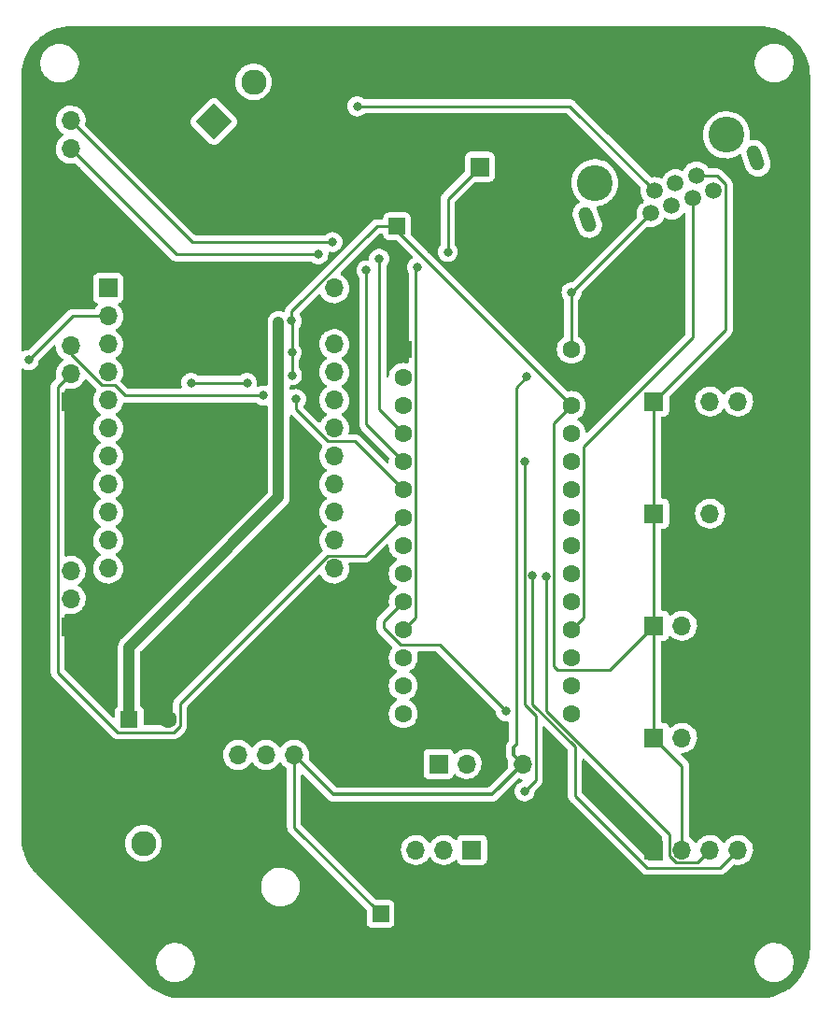
<source format=gbr>
G04 #@! TF.GenerationSoftware,KiCad,Pcbnew,(6.0.7)*
G04 #@! TF.CreationDate,2022-08-21T18:19:36-05:00*
G04 #@! TF.ProjectId,ControlBoardT4_22PinSound_PowerAmp,436f6e74-726f-46c4-926f-61726454345f,rev?*
G04 #@! TF.SameCoordinates,Original*
G04 #@! TF.FileFunction,Copper,L1,Top*
G04 #@! TF.FilePolarity,Positive*
%FSLAX46Y46*%
G04 Gerber Fmt 4.6, Leading zero omitted, Abs format (unit mm)*
G04 Created by KiCad (PCBNEW (6.0.7)) date 2022-08-21 18:19:36*
%MOMM*%
%LPD*%
G01*
G04 APERTURE LIST*
G04 Aperture macros list*
%AMHorizOval*
0 Thick line with rounded ends*
0 $1 width*
0 $2 $3 position (X,Y) of the first rounded end (center of the circle)*
0 $4 $5 position (X,Y) of the second rounded end (center of the circle)*
0 Add line between two ends*
20,1,$1,$2,$3,$4,$5,0*
0 Add two circle primitives to create the rounded ends*
1,1,$1,$2,$3*
1,1,$1,$4,$5*%
%AMRotRect*
0 Rectangle, with rotation*
0 The origin of the aperture is its center*
0 $1 length*
0 $2 width*
0 $3 Rotation angle, in degrees counterclockwise*
0 Add horizontal line*
21,1,$1,$2,0,0,$3*%
G04 Aperture macros list end*
G04 #@! TA.AperFunction,ComponentPad*
%ADD10RotRect,2.286000X2.286000X45.000000*%
G04 #@! TD*
G04 #@! TA.AperFunction,ComponentPad*
%ADD11C,2.286000*%
G04 #@! TD*
G04 #@! TA.AperFunction,SMDPad,CuDef*
%ADD12R,1.500000X1.500000*%
G04 #@! TD*
G04 #@! TA.AperFunction,ComponentPad*
%ADD13R,1.700000X1.700000*%
G04 #@! TD*
G04 #@! TA.AperFunction,ComponentPad*
%ADD14O,1.700000X1.700000*%
G04 #@! TD*
G04 #@! TA.AperFunction,ComponentPad*
%ADD15R,1.600000X1.600000*%
G04 #@! TD*
G04 #@! TA.AperFunction,ComponentPad*
%ADD16C,1.600000*%
G04 #@! TD*
G04 #@! TA.AperFunction,WasherPad*
%ADD17C,3.250000*%
G04 #@! TD*
G04 #@! TA.AperFunction,ComponentPad*
%ADD18RotRect,1.500000X1.500000X200.000000*%
G04 #@! TD*
G04 #@! TA.AperFunction,ComponentPad*
%ADD19C,1.500000*%
G04 #@! TD*
G04 #@! TA.AperFunction,ComponentPad*
%ADD20HorizOval,1.259000X-0.188624X0.518240X0.188624X-0.518240X0*%
G04 #@! TD*
G04 #@! TA.AperFunction,ComponentPad*
%ADD21C,0.800000*%
G04 #@! TD*
G04 #@! TA.AperFunction,ViaPad*
%ADD22C,0.800000*%
G04 #@! TD*
G04 #@! TA.AperFunction,Conductor*
%ADD23C,0.250000*%
G04 #@! TD*
G04 #@! TA.AperFunction,Conductor*
%ADD24C,0.300000*%
G04 #@! TD*
G04 #@! TA.AperFunction,Conductor*
%ADD25C,1.000000*%
G04 #@! TD*
G04 APERTURE END LIST*
D10*
X116200000Y-147000000D03*
D11*
X119792102Y-143407898D03*
D12*
X146100000Y-149800000D03*
D10*
X126200000Y-78000000D03*
D11*
X129792102Y-74407898D03*
D13*
X113200000Y-83000000D03*
D14*
X113200000Y-80460000D03*
X113200000Y-77920000D03*
D13*
X113200000Y-103400000D03*
D14*
X113200000Y-100860000D03*
X113200000Y-98320000D03*
D13*
X113200000Y-123800000D03*
D14*
X113200000Y-121260000D03*
X113200000Y-118720000D03*
D15*
X118500000Y-132200000D03*
D16*
X122000000Y-132200000D03*
D13*
X116600000Y-93100000D03*
D14*
X137100000Y-93100000D03*
X116600000Y-95640000D03*
X137100000Y-95640000D03*
X116600000Y-98180000D03*
X137100000Y-98180000D03*
X116600000Y-100720000D03*
X137100000Y-100720000D03*
X116600000Y-103260000D03*
X137100000Y-103260000D03*
X116600000Y-105800000D03*
X137100000Y-105800000D03*
X116600000Y-108340000D03*
X137100000Y-108340000D03*
X116600000Y-110880000D03*
X137100000Y-110880000D03*
X116600000Y-113420000D03*
X137100000Y-113420000D03*
X116600000Y-115960000D03*
X137100000Y-115960000D03*
X116600000Y-118500000D03*
X137100000Y-118500000D03*
D12*
X142800000Y-87500000D03*
D13*
X136000000Y-135400000D03*
D14*
X133460000Y-135400000D03*
X130920000Y-135400000D03*
X128380000Y-135400000D03*
D17*
X160727505Y-83546371D03*
X172661601Y-79202715D03*
D18*
X164228033Y-84975294D03*
D19*
X165795315Y-86299087D03*
X166135609Y-84280993D03*
X167702891Y-85604786D03*
X168043185Y-83586692D03*
X169610467Y-84910485D03*
X169950761Y-82892392D03*
X171518043Y-84216184D03*
D20*
X175326779Y-81320860D03*
X160047377Y-86882108D03*
D13*
X166100000Y-144000000D03*
D14*
X168640000Y-144000000D03*
X171180000Y-144000000D03*
X173720000Y-144000000D03*
D12*
X141300000Y-149800000D03*
D15*
X143357000Y-98638000D03*
D16*
X143357000Y-101178000D03*
X143357000Y-103718000D03*
X143357000Y-106258000D03*
X143357000Y-108798000D03*
X143357000Y-111338000D03*
X143357000Y-113878000D03*
X143357000Y-116418000D03*
X143357000Y-118958000D03*
X143357000Y-121498000D03*
X143357000Y-124038000D03*
X143357000Y-126578000D03*
X143357000Y-129118000D03*
X143357000Y-131658000D03*
X158597000Y-131658000D03*
X158597000Y-129118000D03*
X158597000Y-126578000D03*
X158597000Y-124038000D03*
X158597000Y-121498000D03*
X158597000Y-118958000D03*
X158597000Y-116418000D03*
X158597000Y-113878000D03*
X158597000Y-111338000D03*
X158597000Y-108798000D03*
X158597000Y-106258000D03*
X158597000Y-103718000D03*
X158597000Y-101178000D03*
X158597000Y-98638000D03*
D13*
X150300000Y-82100000D03*
D14*
X152840000Y-82100000D03*
D13*
X146554700Y-136212360D03*
D14*
X149094700Y-136212360D03*
X151634700Y-136212360D03*
X154174700Y-136212360D03*
D13*
X166100000Y-103360000D03*
D14*
X168640000Y-103360000D03*
X171180000Y-103360000D03*
X173720000Y-103360000D03*
D13*
X166100000Y-113520000D03*
D14*
X168640000Y-113520000D03*
X171180000Y-113520000D03*
D13*
X166100000Y-123680000D03*
D14*
X168640000Y-123680000D03*
X171180000Y-123680000D03*
D13*
X166100000Y-133840000D03*
D14*
X168640000Y-133840000D03*
X171180000Y-133840000D03*
D13*
X149590000Y-144000000D03*
D14*
X149590000Y-141460000D03*
X147050000Y-144000000D03*
X147050000Y-141460000D03*
X144510000Y-144000000D03*
X144510000Y-141460000D03*
D21*
X127150000Y-96900000D03*
X125937150Y-96900000D03*
X127756425Y-98112850D03*
X128362850Y-96900000D03*
X127756425Y-95687150D03*
X126543575Y-95687150D03*
X126543575Y-98112850D03*
D22*
X158622201Y-93472201D03*
X154570000Y-101130000D03*
X139010000Y-120730000D03*
X134493000Y-97075000D03*
X133245721Y-96066901D03*
X133266878Y-100982382D03*
X133258494Y-98923386D03*
X129196423Y-101679718D03*
X124131502Y-101679602D03*
X132058980Y-96177000D03*
X123268199Y-120851401D03*
X156290000Y-119240000D03*
X155090000Y-119170000D03*
X139190000Y-76620000D03*
X140020000Y-91490000D03*
X135650000Y-90030000D03*
X136930000Y-88920000D03*
X141170000Y-90430000D03*
X130680000Y-102830000D03*
X133630000Y-103140000D03*
X144610000Y-91210000D03*
X147390000Y-89810000D03*
X152670000Y-131440000D03*
X109392720Y-99611180D03*
X154380000Y-108780000D03*
X154360000Y-138690000D03*
D23*
X158622201Y-93472201D02*
X165795315Y-86299087D01*
D24*
X151408420Y-138978640D02*
X154174700Y-136212360D01*
X153570940Y-134447280D02*
X153324701Y-134693519D01*
X153324701Y-135362361D02*
X154174700Y-136212360D01*
D23*
X133460000Y-141960000D02*
X141300000Y-149800000D01*
X133460000Y-135400000D02*
X133460000Y-141960000D01*
D24*
X133460000Y-135400000D02*
X137038640Y-138978640D01*
D23*
X153584999Y-102115001D02*
X153570940Y-134447280D01*
D24*
X153324701Y-134693519D02*
X153324701Y-135362361D01*
D23*
X154570000Y-101130000D02*
X153584999Y-102115001D01*
X158597000Y-98638000D02*
X158597000Y-93497402D01*
D24*
X137038640Y-138978640D02*
X151408420Y-138978640D01*
D23*
X133266878Y-98931770D02*
X133258494Y-98923386D01*
X124131502Y-101679602D02*
X129196307Y-101679602D01*
X133258494Y-98923386D02*
X133258494Y-96079674D01*
X129196307Y-101679602D02*
X129196423Y-101679718D01*
X133258494Y-96079674D02*
X133245721Y-96066901D01*
X133266878Y-100982382D02*
X133266878Y-98931770D01*
X171785253Y-82892392D02*
X172593044Y-83700183D01*
X140960998Y-87500000D02*
X142800000Y-87500000D01*
X162077000Y-127703000D02*
X166100000Y-123680000D01*
X157340864Y-127703000D02*
X162077000Y-127703000D01*
X157015000Y-105300000D02*
X157015000Y-127377136D01*
X133245721Y-96066901D02*
X133245721Y-95215277D01*
X168640000Y-136380000D02*
X166100000Y-133840000D01*
X166100000Y-123680000D02*
X166100000Y-113520000D01*
X142800000Y-87921000D02*
X158597000Y-103718000D01*
X133245721Y-95215277D02*
X140960998Y-87500000D01*
X157015000Y-127377136D02*
X157340864Y-127703000D01*
X158597000Y-103718000D02*
X157015000Y-105300000D01*
X169950761Y-82892392D02*
X171785253Y-82892392D01*
X142800000Y-87500000D02*
X142800000Y-87921000D01*
X168640000Y-144000000D02*
X168640000Y-136380000D01*
X172593044Y-96866956D02*
X166100000Y-103360000D01*
X166100000Y-113520000D02*
X166100000Y-103360000D01*
X166100000Y-133840000D02*
X166100000Y-123680000D01*
X172593044Y-83700183D02*
X172593044Y-96866956D01*
D25*
X132058980Y-112060620D02*
X123268199Y-120851401D01*
X118500000Y-125619600D02*
X118500000Y-132200000D01*
X132058980Y-96177000D02*
X132058980Y-112060620D01*
X123268199Y-120851401D02*
X118500000Y-125619600D01*
D23*
X168075999Y-145175001D02*
X170004999Y-145175001D01*
X167464999Y-144564001D02*
X168075999Y-145175001D01*
X170004999Y-145175001D02*
X171180000Y-144000000D01*
X156290000Y-131395002D02*
X156290000Y-119240000D01*
X167464999Y-142570001D02*
X167464999Y-144564001D01*
X156290000Y-131395002D02*
X167464999Y-142570001D01*
X158930009Y-134671421D02*
X158930009Y-139115011D01*
X165440008Y-145625010D02*
X172094990Y-145625010D01*
X158930009Y-139115011D02*
X165440008Y-145625010D01*
X155090000Y-130831412D02*
X158930009Y-134671421D01*
X172094990Y-145625010D02*
X173720000Y-144000000D01*
X155090000Y-119170000D02*
X155090000Y-130831412D01*
X169610467Y-84910485D02*
X169610467Y-97564531D01*
X159722001Y-107452997D02*
X159722001Y-122912999D01*
X169610467Y-97564531D02*
X159722001Y-107452997D01*
X159722001Y-122912999D02*
X158597000Y-124038000D01*
X139190000Y-76620000D02*
X158474616Y-76620000D01*
X158474616Y-76620000D02*
X166135609Y-84280993D01*
X113200000Y-80460000D02*
X122770000Y-90030000D01*
X140020000Y-105461000D02*
X143357000Y-108798000D01*
X122770000Y-90030000D02*
X135650000Y-90030000D01*
X140020000Y-91490000D02*
X140020000Y-105461000D01*
X143357000Y-106258000D02*
X141170000Y-104071000D01*
X141170000Y-104071000D02*
X141170000Y-90430000D01*
X124200000Y-88920000D02*
X113200000Y-77920000D01*
X136930000Y-88920000D02*
X124200000Y-88920000D01*
X143357000Y-113878000D02*
X139910001Y-117324999D01*
X136535999Y-117324999D02*
X123125001Y-130735997D01*
X123125001Y-130735997D02*
X123125001Y-132740001D01*
X112024999Y-102035001D02*
X113200000Y-100860000D01*
X112024999Y-127910001D02*
X112024999Y-102035001D01*
X123125001Y-132740001D02*
X122540001Y-133325001D01*
X139910001Y-117324999D02*
X136535999Y-117324999D01*
X117439999Y-133325001D02*
X112024999Y-127910001D01*
X122540001Y-133325001D02*
X117439999Y-133325001D01*
X130680000Y-102830000D02*
X118099000Y-102830000D01*
X117164001Y-101895001D02*
X116035999Y-101895001D01*
X113200000Y-99059002D02*
X113200000Y-98320000D01*
X116035999Y-101895001D02*
X113200000Y-99059002D01*
X118099000Y-102830000D02*
X117164001Y-101895001D01*
X138994001Y-106975001D02*
X136535999Y-106975001D01*
X136535999Y-106975001D02*
X133630000Y-104069002D01*
X133630000Y-104069002D02*
X133630000Y-103140000D01*
X143357000Y-111338000D02*
X138994001Y-106975001D01*
X144482001Y-91337999D02*
X144610000Y-91210000D01*
X147390000Y-89810000D02*
X147390000Y-85010000D01*
X143357000Y-124038000D02*
X144482001Y-122912999D01*
X144482001Y-122912999D02*
X144482001Y-91337999D01*
X147390000Y-85010000D02*
X150300000Y-82100000D01*
X141583425Y-123890771D02*
X143092654Y-125400000D01*
X113363900Y-95640000D02*
X109392720Y-99611180D01*
X143092654Y-125400000D02*
X146630000Y-125400000D01*
X143357000Y-121498000D02*
X141583425Y-123271575D01*
X146630000Y-125400000D02*
X152670000Y-131440000D01*
X116600000Y-95640000D02*
X113363900Y-95640000D01*
X141583425Y-123271575D02*
X141583425Y-123890771D01*
X155349700Y-131819700D02*
X154365000Y-130835000D01*
X155349700Y-137700300D02*
X155349700Y-131819700D01*
X154365000Y-108795000D02*
X154380000Y-108780000D01*
X154360000Y-138690000D02*
X155349700Y-137700300D01*
X154365000Y-130835000D02*
X154365000Y-108795000D01*
G04 #@! TA.AperFunction,Conductor*
G36*
X175644018Y-69344000D02*
G01*
X175658851Y-69346310D01*
X175658855Y-69346310D01*
X175667724Y-69347691D01*
X175688183Y-69345016D01*
X175710008Y-69344072D01*
X176066937Y-69359656D01*
X176077886Y-69360614D01*
X176462379Y-69411233D01*
X176473205Y-69413142D01*
X176851822Y-69497080D01*
X176862439Y-69499925D01*
X177032702Y-69553608D01*
X177232302Y-69616542D01*
X177242615Y-69620295D01*
X177600932Y-69768715D01*
X177610876Y-69773353D01*
X177954867Y-69952423D01*
X177964387Y-69957919D01*
X178291468Y-70166292D01*
X178300472Y-70172597D01*
X178608138Y-70408678D01*
X178616558Y-70415743D01*
X178902483Y-70677744D01*
X178910256Y-70685517D01*
X179172257Y-70971442D01*
X179179322Y-70979862D01*
X179415403Y-71287528D01*
X179421708Y-71296532D01*
X179630081Y-71623613D01*
X179635576Y-71633132D01*
X179745906Y-71845072D01*
X179814643Y-71977115D01*
X179819285Y-71987068D01*
X179960866Y-72328874D01*
X179967702Y-72345377D01*
X179971461Y-72355706D01*
X180088075Y-72725561D01*
X180090920Y-72736178D01*
X180174858Y-73114795D01*
X180176767Y-73125621D01*
X180227386Y-73510114D01*
X180228344Y-73521063D01*
X180231573Y-73595009D01*
X180243603Y-73870552D01*
X180242223Y-73895429D01*
X180240309Y-73907724D01*
X180241473Y-73916626D01*
X180241473Y-73916628D01*
X180244436Y-73939283D01*
X180245500Y-73955621D01*
X180245500Y-152825633D01*
X180244000Y-152845018D01*
X180241690Y-152859851D01*
X180241690Y-152859855D01*
X180240309Y-152868724D01*
X180242984Y-152889183D01*
X180243928Y-152911007D01*
X180242881Y-152934984D01*
X180228342Y-153267960D01*
X180227384Y-153278910D01*
X180176758Y-153663427D01*
X180174849Y-153674253D01*
X180090902Y-154052890D01*
X180088057Y-154063508D01*
X179971426Y-154433391D01*
X179967666Y-154443721D01*
X179819239Y-154802029D01*
X179814593Y-154811991D01*
X179688120Y-155054928D01*
X179635500Y-155156002D01*
X179630008Y-155165513D01*
X179421605Y-155492615D01*
X179415302Y-155501615D01*
X179192735Y-155791647D01*
X179179197Y-155809288D01*
X179172131Y-155817709D01*
X178910090Y-156103649D01*
X178902321Y-156111417D01*
X178616364Y-156373420D01*
X178607952Y-156380478D01*
X178300452Y-156616403D01*
X178300247Y-156616560D01*
X178291242Y-156622865D01*
X177964125Y-156831232D01*
X177954605Y-156836727D01*
X177752136Y-156942109D01*
X177610575Y-157015788D01*
X177600625Y-157020427D01*
X177421461Y-157094623D01*
X177242303Y-157168817D01*
X177231974Y-157172576D01*
X176962835Y-157257412D01*
X176862388Y-157289075D01*
X176862083Y-157289171D01*
X176851466Y-157292016D01*
X176472801Y-157375930D01*
X176461995Y-157377834D01*
X176269724Y-157403129D01*
X176077463Y-157428423D01*
X176066512Y-157429380D01*
X175716994Y-157444607D01*
X175692115Y-157443224D01*
X175688697Y-157442691D01*
X175688690Y-157442691D01*
X175679827Y-157441310D01*
X175650422Y-157445152D01*
X175648233Y-157445438D01*
X175631909Y-157446500D01*
X123332867Y-157446500D01*
X123313482Y-157445000D01*
X123298649Y-157442690D01*
X123298645Y-157442690D01*
X123289776Y-157441309D01*
X123269317Y-157443984D01*
X123247492Y-157444928D01*
X122890563Y-157429344D01*
X122879614Y-157428386D01*
X122495121Y-157377767D01*
X122484295Y-157375858D01*
X122105678Y-157291920D01*
X122095061Y-157289075D01*
X121924798Y-157235392D01*
X121725198Y-157172458D01*
X121714885Y-157168705D01*
X121356568Y-157020285D01*
X121346624Y-157015647D01*
X121002632Y-156836576D01*
X120993113Y-156831081D01*
X120666032Y-156622708D01*
X120657028Y-156616403D01*
X120349362Y-156380322D01*
X120340942Y-156373257D01*
X120110996Y-156162551D01*
X120083028Y-156136923D01*
X120066411Y-156118353D01*
X120064367Y-156115555D01*
X120064365Y-156115553D01*
X120059070Y-156108305D01*
X120051953Y-156102834D01*
X120051949Y-156102830D01*
X120033824Y-156088897D01*
X120021520Y-156078097D01*
X118251078Y-154307655D01*
X120939858Y-154307655D01*
X120975104Y-154566638D01*
X120976412Y-154571124D01*
X120976412Y-154571126D01*
X120996098Y-154638664D01*
X121048243Y-154817567D01*
X121157668Y-155054928D01*
X121160231Y-155058837D01*
X121298410Y-155269596D01*
X121298414Y-155269601D01*
X121300976Y-155273509D01*
X121475018Y-155468506D01*
X121675970Y-155635637D01*
X121679973Y-155638066D01*
X121895422Y-155768804D01*
X121895426Y-155768806D01*
X121899419Y-155771229D01*
X122140455Y-155872303D01*
X122393783Y-155936641D01*
X122398434Y-155937109D01*
X122398438Y-155937110D01*
X122591308Y-155956531D01*
X122610867Y-155958500D01*
X122766354Y-155958500D01*
X122768679Y-155958327D01*
X122768685Y-155958327D01*
X122956000Y-155944407D01*
X122956004Y-155944406D01*
X122960652Y-155944061D01*
X122965200Y-155943032D01*
X122965206Y-155943031D01*
X123151601Y-155900853D01*
X123215577Y-155886377D01*
X123251769Y-155872303D01*
X123454824Y-155793340D01*
X123454827Y-155793339D01*
X123459177Y-155791647D01*
X123686098Y-155661951D01*
X123891357Y-155500138D01*
X124070443Y-155309763D01*
X124219424Y-155095009D01*
X124335025Y-154860593D01*
X124414707Y-154611665D01*
X124456721Y-154353693D01*
X124457324Y-154307655D01*
X175239858Y-154307655D01*
X175275104Y-154566638D01*
X175276412Y-154571124D01*
X175276412Y-154571126D01*
X175296098Y-154638664D01*
X175348243Y-154817567D01*
X175457668Y-155054928D01*
X175460231Y-155058837D01*
X175598410Y-155269596D01*
X175598414Y-155269601D01*
X175600976Y-155273509D01*
X175775018Y-155468506D01*
X175975970Y-155635637D01*
X175979973Y-155638066D01*
X176195422Y-155768804D01*
X176195426Y-155768806D01*
X176199419Y-155771229D01*
X176440455Y-155872303D01*
X176693783Y-155936641D01*
X176698434Y-155937109D01*
X176698438Y-155937110D01*
X176891308Y-155956531D01*
X176910867Y-155958500D01*
X177066354Y-155958500D01*
X177068679Y-155958327D01*
X177068685Y-155958327D01*
X177256000Y-155944407D01*
X177256004Y-155944406D01*
X177260652Y-155944061D01*
X177265200Y-155943032D01*
X177265206Y-155943031D01*
X177451601Y-155900853D01*
X177515577Y-155886377D01*
X177551769Y-155872303D01*
X177754824Y-155793340D01*
X177754827Y-155793339D01*
X177759177Y-155791647D01*
X177986098Y-155661951D01*
X178191357Y-155500138D01*
X178370443Y-155309763D01*
X178519424Y-155095009D01*
X178635025Y-154860593D01*
X178714707Y-154611665D01*
X178756721Y-154353693D01*
X178760142Y-154092345D01*
X178724896Y-153833362D01*
X178710473Y-153783877D01*
X178678520Y-153674253D01*
X178651757Y-153582433D01*
X178542332Y-153345072D01*
X178491775Y-153267960D01*
X178401590Y-153130404D01*
X178401586Y-153130399D01*
X178399024Y-153126491D01*
X178224982Y-152931494D01*
X178024030Y-152764363D01*
X177976844Y-152735730D01*
X177804578Y-152631196D01*
X177804574Y-152631194D01*
X177800581Y-152628771D01*
X177559545Y-152527697D01*
X177306217Y-152463359D01*
X177301566Y-152462891D01*
X177301562Y-152462890D01*
X177092271Y-152441816D01*
X177089133Y-152441500D01*
X176933646Y-152441500D01*
X176931321Y-152441673D01*
X176931315Y-152441673D01*
X176744000Y-152455593D01*
X176743996Y-152455594D01*
X176739348Y-152455939D01*
X176734800Y-152456968D01*
X176734794Y-152456969D01*
X176548399Y-152499147D01*
X176484423Y-152513623D01*
X176480071Y-152515315D01*
X176480069Y-152515316D01*
X176245176Y-152606660D01*
X176245173Y-152606661D01*
X176240823Y-152608353D01*
X176013902Y-152738049D01*
X175808643Y-152899862D01*
X175629557Y-153090237D01*
X175480576Y-153304991D01*
X175364975Y-153539407D01*
X175285293Y-153788335D01*
X175243279Y-154046307D01*
X175239858Y-154307655D01*
X124457324Y-154307655D01*
X124460142Y-154092345D01*
X124424896Y-153833362D01*
X124410473Y-153783877D01*
X124378520Y-153674253D01*
X124351757Y-153582433D01*
X124242332Y-153345072D01*
X124191775Y-153267960D01*
X124101590Y-153130404D01*
X124101586Y-153130399D01*
X124099024Y-153126491D01*
X123924982Y-152931494D01*
X123724030Y-152764363D01*
X123676844Y-152735730D01*
X123504578Y-152631196D01*
X123504574Y-152631194D01*
X123500581Y-152628771D01*
X123259545Y-152527697D01*
X123006217Y-152463359D01*
X123001566Y-152462891D01*
X123001562Y-152462890D01*
X122792271Y-152441816D01*
X122789133Y-152441500D01*
X122633646Y-152441500D01*
X122631321Y-152441673D01*
X122631315Y-152441673D01*
X122444000Y-152455593D01*
X122443996Y-152455594D01*
X122439348Y-152455939D01*
X122434800Y-152456968D01*
X122434794Y-152456969D01*
X122248399Y-152499147D01*
X122184423Y-152513623D01*
X122180071Y-152515315D01*
X122180069Y-152515316D01*
X121945176Y-152606660D01*
X121945173Y-152606661D01*
X121940823Y-152608353D01*
X121713902Y-152738049D01*
X121508643Y-152899862D01*
X121329557Y-153090237D01*
X121180576Y-153304991D01*
X121064975Y-153539407D01*
X120985293Y-153788335D01*
X120943279Y-154046307D01*
X120939858Y-154307655D01*
X118251078Y-154307655D01*
X111410078Y-147466655D01*
X130467958Y-147466655D01*
X130503204Y-147725638D01*
X130504512Y-147730124D01*
X130504512Y-147730126D01*
X130524198Y-147797664D01*
X130576343Y-147976567D01*
X130685768Y-148213928D01*
X130688331Y-148217837D01*
X130826510Y-148428596D01*
X130826514Y-148428601D01*
X130829076Y-148432509D01*
X131003118Y-148627506D01*
X131204070Y-148794637D01*
X131208073Y-148797066D01*
X131423522Y-148927804D01*
X131423526Y-148927806D01*
X131427519Y-148930229D01*
X131668555Y-149031303D01*
X131921883Y-149095641D01*
X131926534Y-149096109D01*
X131926538Y-149096110D01*
X132119408Y-149115531D01*
X132138967Y-149117500D01*
X132294454Y-149117500D01*
X132296779Y-149117327D01*
X132296785Y-149117327D01*
X132484100Y-149103407D01*
X132484104Y-149103406D01*
X132488752Y-149103061D01*
X132493300Y-149102032D01*
X132493306Y-149102031D01*
X132679701Y-149059853D01*
X132743677Y-149045377D01*
X132779869Y-149031303D01*
X132982924Y-148952340D01*
X132982927Y-148952339D01*
X132987277Y-148950647D01*
X133006459Y-148939684D01*
X133071296Y-148902626D01*
X133214198Y-148820951D01*
X133419457Y-148659138D01*
X133598543Y-148468763D01*
X133747524Y-148254009D01*
X133863125Y-148019593D01*
X133942807Y-147770665D01*
X133984821Y-147512693D01*
X133988242Y-147251345D01*
X133952996Y-146992362D01*
X133938573Y-146942877D01*
X133881168Y-146745932D01*
X133879857Y-146741433D01*
X133770432Y-146504072D01*
X133737619Y-146454024D01*
X133629690Y-146289404D01*
X133629686Y-146289399D01*
X133627124Y-146285491D01*
X133453082Y-146090494D01*
X133252130Y-145923363D01*
X133077767Y-145817557D01*
X133032678Y-145790196D01*
X133032674Y-145790194D01*
X133028681Y-145787771D01*
X132787645Y-145686697D01*
X132534317Y-145622359D01*
X132529666Y-145621891D01*
X132529662Y-145621890D01*
X132320371Y-145600816D01*
X132317233Y-145600500D01*
X132161746Y-145600500D01*
X132159421Y-145600673D01*
X132159415Y-145600673D01*
X131972100Y-145614593D01*
X131972096Y-145614594D01*
X131967448Y-145614939D01*
X131962900Y-145615968D01*
X131962894Y-145615969D01*
X131776499Y-145658147D01*
X131712523Y-145672623D01*
X131708171Y-145674315D01*
X131708169Y-145674316D01*
X131473276Y-145765660D01*
X131473273Y-145765661D01*
X131468923Y-145767353D01*
X131464869Y-145769670D01*
X131464867Y-145769671D01*
X131395816Y-145809137D01*
X131242002Y-145897049D01*
X131036743Y-146058862D01*
X130857657Y-146249237D01*
X130708676Y-146463991D01*
X130593075Y-146698407D01*
X130591653Y-146702850D01*
X130591652Y-146702852D01*
X130514820Y-146942877D01*
X130513393Y-146947335D01*
X130471379Y-147205307D01*
X130467958Y-147466655D01*
X111410078Y-147466655D01*
X110085872Y-146142449D01*
X110073225Y-146127681D01*
X110064367Y-146115556D01*
X110059070Y-146108305D01*
X110051953Y-146102834D01*
X110051951Y-146102832D01*
X110042712Y-146095730D01*
X110026607Y-146080959D01*
X109785244Y-145817557D01*
X109778179Y-145809137D01*
X109542098Y-145501471D01*
X109535793Y-145492467D01*
X109368161Y-145229338D01*
X109327419Y-145165385D01*
X109321924Y-145155867D01*
X109274162Y-145064117D01*
X109142854Y-144811876D01*
X109138212Y-144801923D01*
X109137701Y-144800688D01*
X108989796Y-144443615D01*
X108986040Y-144433294D01*
X108968418Y-144377402D01*
X108869425Y-144063436D01*
X108866580Y-144052820D01*
X108854870Y-144000000D01*
X108782641Y-143674194D01*
X108780734Y-143663381D01*
X108780568Y-143662114D01*
X108747100Y-143407898D01*
X118135495Y-143407898D01*
X118155891Y-143667048D01*
X118157045Y-143671855D01*
X118157046Y-143671861D01*
X118195817Y-143833355D01*
X118216575Y-143919818D01*
X118316054Y-144159982D01*
X118451879Y-144381627D01*
X118620704Y-144579296D01*
X118624466Y-144582509D01*
X118788724Y-144722798D01*
X118818373Y-144748121D01*
X119040018Y-144883946D01*
X119044588Y-144885839D01*
X119044590Y-144885840D01*
X119265250Y-144977240D01*
X119280182Y-144983425D01*
X119366645Y-145004183D01*
X119528139Y-145042954D01*
X119528145Y-145042955D01*
X119532952Y-145044109D01*
X119792102Y-145064505D01*
X120051252Y-145044109D01*
X120056059Y-145042955D01*
X120056065Y-145042954D01*
X120217559Y-145004183D01*
X120304022Y-144983425D01*
X120318954Y-144977240D01*
X120539614Y-144885840D01*
X120539616Y-144885839D01*
X120544186Y-144883946D01*
X120765831Y-144748121D01*
X120795481Y-144722798D01*
X120959738Y-144582509D01*
X120963500Y-144579296D01*
X121132325Y-144381627D01*
X121268150Y-144159982D01*
X121367629Y-143919818D01*
X121388387Y-143833355D01*
X121427158Y-143671861D01*
X121427159Y-143671855D01*
X121428313Y-143667048D01*
X121448709Y-143407898D01*
X121428313Y-143148748D01*
X121426727Y-143142138D01*
X121370019Y-142905934D01*
X121367629Y-142895978D01*
X121358940Y-142875000D01*
X121270044Y-142660386D01*
X121270043Y-142660384D01*
X121268150Y-142655814D01*
X121132325Y-142434169D01*
X121124749Y-142425298D01*
X120966713Y-142240262D01*
X120963500Y-142236500D01*
X120895753Y-142178639D01*
X120769599Y-142070893D01*
X120769598Y-142070892D01*
X120765831Y-142067675D01*
X120544186Y-141931850D01*
X120539616Y-141929957D01*
X120539614Y-141929956D01*
X120308595Y-141834265D01*
X120308593Y-141834264D01*
X120304022Y-141832371D01*
X120217559Y-141811613D01*
X120056065Y-141772842D01*
X120056059Y-141772841D01*
X120051252Y-141771687D01*
X119792102Y-141751291D01*
X119532952Y-141771687D01*
X119528145Y-141772841D01*
X119528139Y-141772842D01*
X119366645Y-141811613D01*
X119280182Y-141832371D01*
X119275611Y-141834264D01*
X119275609Y-141834265D01*
X119044590Y-141929956D01*
X119044588Y-141929957D01*
X119040018Y-141931850D01*
X118818373Y-142067675D01*
X118814606Y-142070892D01*
X118814605Y-142070893D01*
X118688451Y-142178639D01*
X118620704Y-142236500D01*
X118617491Y-142240262D01*
X118459456Y-142425298D01*
X118451879Y-142434169D01*
X118316054Y-142655814D01*
X118314161Y-142660384D01*
X118314160Y-142660386D01*
X118225264Y-142875000D01*
X118216575Y-142895978D01*
X118214185Y-142905934D01*
X118157478Y-143142138D01*
X118155891Y-143148748D01*
X118135495Y-143407898D01*
X108747100Y-143407898D01*
X108730115Y-143278885D01*
X108729157Y-143267936D01*
X108723665Y-143142138D01*
X108713898Y-142918441D01*
X108715278Y-142893562D01*
X108715810Y-142890147D01*
X108715810Y-142890146D01*
X108717191Y-142881276D01*
X108713064Y-142849713D01*
X108712001Y-142833376D01*
X108712005Y-142356973D01*
X108712307Y-100487087D01*
X108732310Y-100418966D01*
X108785966Y-100372474D01*
X108856240Y-100362371D01*
X108912367Y-100385151D01*
X108930627Y-100398418D01*
X108930630Y-100398420D01*
X108935968Y-100402298D01*
X108941996Y-100404982D01*
X108941998Y-100404983D01*
X109104401Y-100477289D01*
X109110432Y-100479974D01*
X109168619Y-100492342D01*
X109290776Y-100518308D01*
X109290781Y-100518308D01*
X109297233Y-100519680D01*
X109488207Y-100519680D01*
X109494659Y-100518308D01*
X109494664Y-100518308D01*
X109616821Y-100492342D01*
X109675008Y-100479974D01*
X109681039Y-100477289D01*
X109843442Y-100404983D01*
X109843444Y-100404982D01*
X109849472Y-100402298D01*
X109860485Y-100394297D01*
X109939568Y-100336839D01*
X110003973Y-100290046D01*
X110016351Y-100276299D01*
X110127341Y-100153032D01*
X110127342Y-100153031D01*
X110131760Y-100148124D01*
X110227247Y-99982736D01*
X110286262Y-99801108D01*
X110303627Y-99635886D01*
X110330640Y-99570230D01*
X110339842Y-99559962D01*
X111626322Y-98273482D01*
X111688634Y-98239456D01*
X111759449Y-98244521D01*
X111816285Y-98287068D01*
X111841208Y-98355324D01*
X111850110Y-98509715D01*
X111851247Y-98514761D01*
X111851248Y-98514767D01*
X111867671Y-98587639D01*
X111899222Y-98727639D01*
X111983266Y-98934616D01*
X112014195Y-98985088D01*
X112079849Y-99092225D01*
X112099987Y-99125088D01*
X112246250Y-99293938D01*
X112418126Y-99436632D01*
X112459651Y-99460897D01*
X112491445Y-99479476D01*
X112540169Y-99531114D01*
X112553240Y-99600897D01*
X112526509Y-99666669D01*
X112486055Y-99700027D01*
X112473607Y-99706507D01*
X112469474Y-99709610D01*
X112469471Y-99709612D01*
X112299100Y-99837530D01*
X112294965Y-99840635D01*
X112263361Y-99873707D01*
X112194239Y-99946039D01*
X112140629Y-100002138D01*
X112137715Y-100006410D01*
X112137714Y-100006411D01*
X112107042Y-100051375D01*
X112014743Y-100186680D01*
X112012564Y-100191375D01*
X111928501Y-100372474D01*
X111920688Y-100389305D01*
X111860989Y-100604570D01*
X111837251Y-100826695D01*
X111837548Y-100831848D01*
X111837548Y-100831851D01*
X111845849Y-100975817D01*
X111850110Y-101049715D01*
X111851247Y-101054761D01*
X111851248Y-101054767D01*
X111873633Y-101154094D01*
X111879021Y-101178000D01*
X111883453Y-101197668D01*
X111878917Y-101268520D01*
X111849631Y-101314464D01*
X111632746Y-101531349D01*
X111624460Y-101538889D01*
X111617981Y-101543001D01*
X111612556Y-101548778D01*
X111571356Y-101592652D01*
X111568601Y-101595494D01*
X111548864Y-101615231D01*
X111546384Y-101618428D01*
X111538681Y-101627448D01*
X111508413Y-101659680D01*
X111504594Y-101666626D01*
X111504592Y-101666629D01*
X111498651Y-101677435D01*
X111487800Y-101693954D01*
X111475385Y-101709960D01*
X111472240Y-101717229D01*
X111472237Y-101717233D01*
X111457825Y-101750538D01*
X111452608Y-101761188D01*
X111431304Y-101799941D01*
X111429333Y-101807616D01*
X111429333Y-101807617D01*
X111426266Y-101819563D01*
X111419862Y-101838267D01*
X111411818Y-101856856D01*
X111410579Y-101864679D01*
X111410576Y-101864689D01*
X111404900Y-101900525D01*
X111402494Y-101912145D01*
X111397624Y-101931114D01*
X111391499Y-101954971D01*
X111391499Y-101975225D01*
X111389948Y-101994935D01*
X111386779Y-102014944D01*
X111387525Y-102022836D01*
X111390940Y-102058962D01*
X111391499Y-102070820D01*
X111391499Y-127831234D01*
X111390972Y-127842417D01*
X111389297Y-127849910D01*
X111389546Y-127857836D01*
X111389546Y-127857837D01*
X111391437Y-127917987D01*
X111391499Y-127921946D01*
X111391499Y-127949857D01*
X111391996Y-127953791D01*
X111391996Y-127953792D01*
X111392004Y-127953857D01*
X111392937Y-127965694D01*
X111394326Y-128009890D01*
X111399977Y-128029340D01*
X111403986Y-128048701D01*
X111406525Y-128068798D01*
X111409444Y-128076169D01*
X111409444Y-128076171D01*
X111422803Y-128109913D01*
X111426648Y-128121143D01*
X111429171Y-128129827D01*
X111438981Y-128163594D01*
X111443014Y-128170413D01*
X111443016Y-128170418D01*
X111449292Y-128181029D01*
X111457987Y-128198777D01*
X111465447Y-128217618D01*
X111470109Y-128224034D01*
X111470109Y-128224035D01*
X111491435Y-128253388D01*
X111497951Y-128263308D01*
X111516243Y-128294237D01*
X111520457Y-128301363D01*
X111534778Y-128315684D01*
X111547618Y-128330717D01*
X111559527Y-128347108D01*
X111565633Y-128352159D01*
X111593604Y-128375299D01*
X111602383Y-128383289D01*
X116936342Y-133717248D01*
X116943886Y-133725538D01*
X116947999Y-133732019D01*
X116953776Y-133737444D01*
X116997666Y-133778659D01*
X117000508Y-133781414D01*
X117020229Y-133801135D01*
X117023424Y-133803613D01*
X117032446Y-133811319D01*
X117064678Y-133841587D01*
X117071627Y-133845407D01*
X117082431Y-133851347D01*
X117098955Y-133862200D01*
X117114958Y-133874614D01*
X117155542Y-133892177D01*
X117166172Y-133897384D01*
X117204939Y-133918696D01*
X117212616Y-133920667D01*
X117212621Y-133920669D01*
X117224557Y-133923733D01*
X117243265Y-133930138D01*
X117261854Y-133938182D01*
X117269679Y-133939421D01*
X117269681Y-133939422D01*
X117305518Y-133945098D01*
X117317139Y-133947505D01*
X117348958Y-133955674D01*
X117359969Y-133958501D01*
X117380230Y-133958501D01*
X117399939Y-133960052D01*
X117419942Y-133963220D01*
X117427834Y-133962474D01*
X117433061Y-133961980D01*
X117463953Y-133959060D01*
X117475810Y-133958501D01*
X122461234Y-133958501D01*
X122472417Y-133959028D01*
X122479910Y-133960703D01*
X122487836Y-133960454D01*
X122487837Y-133960454D01*
X122547987Y-133958563D01*
X122551946Y-133958501D01*
X122579857Y-133958501D01*
X122583792Y-133958004D01*
X122583857Y-133957996D01*
X122595694Y-133957063D01*
X122627952Y-133956049D01*
X122631971Y-133955923D01*
X122639890Y-133955674D01*
X122659344Y-133950022D01*
X122678701Y-133946014D01*
X122690931Y-133944469D01*
X122690932Y-133944469D01*
X122698798Y-133943475D01*
X122706169Y-133940556D01*
X122706171Y-133940556D01*
X122739913Y-133927197D01*
X122751143Y-133923352D01*
X122785984Y-133913230D01*
X122785985Y-133913230D01*
X122793594Y-133911019D01*
X122800413Y-133906986D01*
X122800418Y-133906984D01*
X122811029Y-133900708D01*
X122828777Y-133892013D01*
X122847618Y-133884553D01*
X122867988Y-133869754D01*
X122883388Y-133858565D01*
X122893308Y-133852049D01*
X122924536Y-133833581D01*
X122924539Y-133833579D01*
X122931363Y-133829543D01*
X122945684Y-133815222D01*
X122960718Y-133802381D01*
X122970694Y-133795133D01*
X122977108Y-133790473D01*
X123005289Y-133756408D01*
X123013279Y-133747627D01*
X123517259Y-133243648D01*
X123525538Y-133236114D01*
X123532019Y-133232001D01*
X123578645Y-133182349D01*
X123581399Y-133179508D01*
X123601136Y-133159771D01*
X123603616Y-133156574D01*
X123611321Y-133147552D01*
X123636160Y-133121101D01*
X123641587Y-133115322D01*
X123645406Y-133108376D01*
X123645408Y-133108373D01*
X123651349Y-133097567D01*
X123662200Y-133081048D01*
X123669759Y-133071302D01*
X123674615Y-133065042D01*
X123677760Y-133057773D01*
X123677763Y-133057769D01*
X123692175Y-133024464D01*
X123697392Y-133013814D01*
X123718696Y-132975061D01*
X123723734Y-132955438D01*
X123730138Y-132936735D01*
X123735034Y-132925421D01*
X123735034Y-132925420D01*
X123738182Y-132918146D01*
X123739421Y-132910323D01*
X123739424Y-132910313D01*
X123745100Y-132874477D01*
X123747506Y-132862857D01*
X123756529Y-132827712D01*
X123756529Y-132827711D01*
X123758501Y-132820031D01*
X123758501Y-132799777D01*
X123760052Y-132780066D01*
X123761981Y-132767887D01*
X123763221Y-132760058D01*
X123759060Y-132716039D01*
X123758501Y-132704182D01*
X123758501Y-131050591D01*
X123778503Y-130982470D01*
X123795406Y-130961496D01*
X135679626Y-119077276D01*
X135741938Y-119043250D01*
X135812753Y-119048315D01*
X135869589Y-119090862D01*
X135881188Y-119109562D01*
X135881320Y-119109822D01*
X135883266Y-119114616D01*
X135885965Y-119119020D01*
X135885968Y-119119026D01*
X135997291Y-119300689D01*
X135999987Y-119305088D01*
X136146250Y-119473938D01*
X136318126Y-119616632D01*
X136511000Y-119729338D01*
X136719692Y-119809030D01*
X136724760Y-119810061D01*
X136724763Y-119810062D01*
X136832017Y-119831883D01*
X136938597Y-119853567D01*
X136943772Y-119853757D01*
X136943774Y-119853757D01*
X137156673Y-119861564D01*
X137156677Y-119861564D01*
X137161837Y-119861753D01*
X137166957Y-119861097D01*
X137166959Y-119861097D01*
X137378288Y-119834025D01*
X137378289Y-119834025D01*
X137383416Y-119833368D01*
X137388366Y-119831883D01*
X137592429Y-119770661D01*
X137592434Y-119770659D01*
X137597384Y-119769174D01*
X137797994Y-119670896D01*
X137979860Y-119541173D01*
X138138096Y-119383489D01*
X138197594Y-119300689D01*
X138265435Y-119206277D01*
X138268453Y-119202077D01*
X138314177Y-119109562D01*
X138365136Y-119006453D01*
X138365137Y-119006451D01*
X138367430Y-119001811D01*
X138432370Y-118788069D01*
X138461529Y-118566590D01*
X138462580Y-118523566D01*
X138463074Y-118503365D01*
X138463074Y-118503361D01*
X138463156Y-118500000D01*
X138444852Y-118277361D01*
X138437906Y-118249707D01*
X138404119Y-118115194D01*
X138406923Y-118044253D01*
X138447636Y-117986090D01*
X138513332Y-117959171D01*
X138526323Y-117958499D01*
X139831234Y-117958499D01*
X139842417Y-117959026D01*
X139849910Y-117960701D01*
X139857836Y-117960452D01*
X139857837Y-117960452D01*
X139917987Y-117958561D01*
X139921946Y-117958499D01*
X139949857Y-117958499D01*
X139953792Y-117958002D01*
X139953857Y-117957994D01*
X139965694Y-117957061D01*
X139997952Y-117956047D01*
X140001971Y-117955921D01*
X140009890Y-117955672D01*
X140029344Y-117950020D01*
X140048701Y-117946012D01*
X140060931Y-117944467D01*
X140060932Y-117944467D01*
X140068798Y-117943473D01*
X140076169Y-117940554D01*
X140076171Y-117940554D01*
X140109913Y-117927195D01*
X140121143Y-117923350D01*
X140155984Y-117913228D01*
X140155985Y-117913228D01*
X140163594Y-117911017D01*
X140170413Y-117906984D01*
X140170418Y-117906982D01*
X140181029Y-117900706D01*
X140198777Y-117892011D01*
X140217618Y-117884551D01*
X140253388Y-117858563D01*
X140263308Y-117852047D01*
X140294536Y-117833579D01*
X140294539Y-117833577D01*
X140301363Y-117829541D01*
X140315684Y-117815220D01*
X140330718Y-117802379D01*
X140340695Y-117795130D01*
X140347108Y-117790471D01*
X140375299Y-117756394D01*
X140383289Y-117747615D01*
X141830411Y-116300494D01*
X141892723Y-116266468D01*
X141963539Y-116271533D01*
X142020374Y-116314080D01*
X142045185Y-116380600D01*
X142045026Y-116400572D01*
X142043981Y-116412515D01*
X142043981Y-116412525D01*
X142043502Y-116418000D01*
X142063457Y-116646087D01*
X142064881Y-116651400D01*
X142064881Y-116651402D01*
X142117612Y-116848193D01*
X142122716Y-116867243D01*
X142125039Y-116872224D01*
X142125039Y-116872225D01*
X142217151Y-117069762D01*
X142217154Y-117069767D01*
X142219477Y-117074749D01*
X142258792Y-117130896D01*
X142329444Y-117231797D01*
X142350802Y-117262300D01*
X142512700Y-117424198D01*
X142517208Y-117427355D01*
X142517211Y-117427357D01*
X142568625Y-117463357D01*
X142700251Y-117555523D01*
X142705233Y-117557846D01*
X142705238Y-117557849D01*
X142739457Y-117573805D01*
X142792742Y-117620722D01*
X142812203Y-117688999D01*
X142791661Y-117756959D01*
X142739457Y-117802195D01*
X142705238Y-117818151D01*
X142705233Y-117818154D01*
X142700251Y-117820477D01*
X142649748Y-117855840D01*
X142517211Y-117948643D01*
X142517208Y-117948645D01*
X142512700Y-117951802D01*
X142350802Y-118113700D01*
X142219477Y-118301251D01*
X142217154Y-118306233D01*
X142217151Y-118306238D01*
X142139925Y-118471851D01*
X142122716Y-118508757D01*
X142121294Y-118514065D01*
X142121293Y-118514067D01*
X142064881Y-118724598D01*
X142063457Y-118729913D01*
X142043502Y-118958000D01*
X142063457Y-119186087D01*
X142064881Y-119191400D01*
X142064881Y-119191402D01*
X142117329Y-119387137D01*
X142122716Y-119407243D01*
X142125039Y-119412224D01*
X142125039Y-119412225D01*
X142217151Y-119609762D01*
X142217154Y-119609767D01*
X142219477Y-119614749D01*
X142350802Y-119802300D01*
X142512700Y-119964198D01*
X142517208Y-119967355D01*
X142517211Y-119967357D01*
X142517381Y-119967476D01*
X142700251Y-120095523D01*
X142705233Y-120097846D01*
X142705238Y-120097849D01*
X142739457Y-120113805D01*
X142792742Y-120160722D01*
X142812203Y-120228999D01*
X142791661Y-120296959D01*
X142739457Y-120342195D01*
X142705238Y-120358151D01*
X142705233Y-120358154D01*
X142700251Y-120360477D01*
X142672988Y-120379567D01*
X142517211Y-120488643D01*
X142517208Y-120488645D01*
X142512700Y-120491802D01*
X142350802Y-120653700D01*
X142219477Y-120841251D01*
X142217154Y-120846233D01*
X142217151Y-120846238D01*
X142130370Y-121032342D01*
X142122716Y-121048757D01*
X142121294Y-121054065D01*
X142121293Y-121054067D01*
X142064881Y-121264598D01*
X142063457Y-121269913D01*
X142043502Y-121498000D01*
X142063457Y-121726087D01*
X142064879Y-121731392D01*
X142064881Y-121731406D01*
X142080459Y-121789539D01*
X142078771Y-121860516D01*
X142047848Y-121911248D01*
X141605922Y-122353173D01*
X141191167Y-122767928D01*
X141182888Y-122775462D01*
X141176407Y-122779575D01*
X141136438Y-122822138D01*
X141129782Y-122829226D01*
X141127027Y-122832068D01*
X141107290Y-122851805D01*
X141104810Y-122855002D01*
X141097107Y-122864022D01*
X141066839Y-122896254D01*
X141063020Y-122903200D01*
X141063018Y-122903203D01*
X141057077Y-122914009D01*
X141046226Y-122930528D01*
X141033811Y-122946534D01*
X141030666Y-122953803D01*
X141030663Y-122953807D01*
X141016251Y-122987112D01*
X141011034Y-122997762D01*
X140989730Y-123036515D01*
X140987759Y-123044190D01*
X140987759Y-123044191D01*
X140984692Y-123056137D01*
X140978288Y-123074841D01*
X140970244Y-123093430D01*
X140969005Y-123101253D01*
X140969002Y-123101263D01*
X140963326Y-123137099D01*
X140960920Y-123148719D01*
X140951897Y-123183864D01*
X140949925Y-123191545D01*
X140949925Y-123211799D01*
X140948374Y-123231509D01*
X140945205Y-123251518D01*
X140945951Y-123259410D01*
X140949366Y-123295536D01*
X140949925Y-123307394D01*
X140949925Y-123812004D01*
X140949398Y-123823187D01*
X140947723Y-123830680D01*
X140947972Y-123838606D01*
X140947972Y-123838607D01*
X140949863Y-123898757D01*
X140949925Y-123902716D01*
X140949925Y-123930627D01*
X140950422Y-123934561D01*
X140950422Y-123934562D01*
X140950430Y-123934627D01*
X140951363Y-123946464D01*
X140952752Y-123990660D01*
X140958403Y-124010110D01*
X140962412Y-124029471D01*
X140963490Y-124038000D01*
X140964951Y-124049568D01*
X140967870Y-124056939D01*
X140967870Y-124056941D01*
X140981229Y-124090683D01*
X140985074Y-124101913D01*
X140997407Y-124144364D01*
X141001440Y-124151183D01*
X141001442Y-124151188D01*
X141007718Y-124161799D01*
X141016413Y-124179547D01*
X141023873Y-124198388D01*
X141028535Y-124204804D01*
X141028535Y-124204805D01*
X141049861Y-124234158D01*
X141056377Y-124244078D01*
X141072537Y-124271402D01*
X141078883Y-124282133D01*
X141093204Y-124296454D01*
X141106044Y-124311487D01*
X141117953Y-124327878D01*
X141124059Y-124332929D01*
X141152030Y-124356069D01*
X141160809Y-124364059D01*
X142351531Y-125554781D01*
X142385557Y-125617093D01*
X142380492Y-125687908D01*
X142356954Y-125724533D01*
X142358226Y-125725600D01*
X142354699Y-125729803D01*
X142350802Y-125733700D01*
X142219477Y-125921251D01*
X142217154Y-125926233D01*
X142217151Y-125926238D01*
X142153687Y-126062339D01*
X142122716Y-126128757D01*
X142063457Y-126349913D01*
X142043502Y-126578000D01*
X142063457Y-126806087D01*
X142064880Y-126811399D01*
X142064881Y-126811402D01*
X142091539Y-126910888D01*
X142122716Y-127027243D01*
X142125039Y-127032224D01*
X142125039Y-127032225D01*
X142217151Y-127229762D01*
X142217154Y-127229767D01*
X142219477Y-127234749D01*
X142350802Y-127422300D01*
X142512700Y-127584198D01*
X142517208Y-127587355D01*
X142517211Y-127587357D01*
X142595389Y-127642098D01*
X142700251Y-127715523D01*
X142705233Y-127717846D01*
X142705238Y-127717849D01*
X142739457Y-127733805D01*
X142792742Y-127780722D01*
X142812203Y-127848999D01*
X142791661Y-127916959D01*
X142739457Y-127962195D01*
X142705238Y-127978151D01*
X142705233Y-127978154D01*
X142700251Y-127980477D01*
X142658245Y-128009890D01*
X142517211Y-128108643D01*
X142517208Y-128108645D01*
X142512700Y-128111802D01*
X142350802Y-128273700D01*
X142347645Y-128278208D01*
X142347643Y-128278211D01*
X142314702Y-128325256D01*
X142219477Y-128461251D01*
X142217154Y-128466233D01*
X142217151Y-128466238D01*
X142125041Y-128663770D01*
X142122716Y-128668757D01*
X142063457Y-128889913D01*
X142043502Y-129118000D01*
X142063457Y-129346087D01*
X142122716Y-129567243D01*
X142125039Y-129572224D01*
X142125039Y-129572225D01*
X142217151Y-129769762D01*
X142217154Y-129769767D01*
X142219477Y-129774749D01*
X142350802Y-129962300D01*
X142512700Y-130124198D01*
X142517208Y-130127355D01*
X142517211Y-130127357D01*
X142595389Y-130182098D01*
X142700251Y-130255523D01*
X142705233Y-130257846D01*
X142705238Y-130257849D01*
X142739457Y-130273805D01*
X142792742Y-130320722D01*
X142812203Y-130388999D01*
X142791661Y-130456959D01*
X142739457Y-130502195D01*
X142705238Y-130518151D01*
X142705233Y-130518154D01*
X142700251Y-130520477D01*
X142631799Y-130568408D01*
X142517211Y-130648643D01*
X142517208Y-130648645D01*
X142512700Y-130651802D01*
X142350802Y-130813700D01*
X142219477Y-131001251D01*
X142217154Y-131006233D01*
X142217151Y-131006238D01*
X142151929Y-131146109D01*
X142122716Y-131208757D01*
X142121294Y-131214065D01*
X142121293Y-131214067D01*
X142098926Y-131297540D01*
X142063457Y-131429913D01*
X142043502Y-131658000D01*
X142063457Y-131886087D01*
X142064881Y-131891400D01*
X142064881Y-131891402D01*
X142106092Y-132045200D01*
X142122716Y-132107243D01*
X142125039Y-132112224D01*
X142125039Y-132112225D01*
X142217151Y-132309762D01*
X142217154Y-132309767D01*
X142219477Y-132314749D01*
X142273806Y-132392338D01*
X142340968Y-132488255D01*
X142350802Y-132502300D01*
X142512700Y-132664198D01*
X142517208Y-132667355D01*
X142517211Y-132667357D01*
X142566831Y-132702101D01*
X142700251Y-132795523D01*
X142705233Y-132797846D01*
X142705238Y-132797849D01*
X142880736Y-132879684D01*
X142907757Y-132892284D01*
X142913065Y-132893706D01*
X142913067Y-132893707D01*
X143123598Y-132950119D01*
X143123600Y-132950119D01*
X143128913Y-132951543D01*
X143357000Y-132971498D01*
X143585087Y-132951543D01*
X143590400Y-132950119D01*
X143590402Y-132950119D01*
X143800933Y-132893707D01*
X143800935Y-132893706D01*
X143806243Y-132892284D01*
X143833264Y-132879684D01*
X144008762Y-132797849D01*
X144008767Y-132797846D01*
X144013749Y-132795523D01*
X144147169Y-132702101D01*
X144196789Y-132667357D01*
X144196792Y-132667355D01*
X144201300Y-132664198D01*
X144363198Y-132502300D01*
X144373033Y-132488255D01*
X144440194Y-132392338D01*
X144494523Y-132314749D01*
X144496846Y-132309767D01*
X144496849Y-132309762D01*
X144588961Y-132112225D01*
X144588961Y-132112224D01*
X144591284Y-132107243D01*
X144607909Y-132045200D01*
X144649119Y-131891402D01*
X144649119Y-131891400D01*
X144650543Y-131886087D01*
X144670498Y-131658000D01*
X144650543Y-131429913D01*
X144615074Y-131297540D01*
X144592707Y-131214067D01*
X144592706Y-131214065D01*
X144591284Y-131208757D01*
X144562071Y-131146109D01*
X144496849Y-131006238D01*
X144496846Y-131006233D01*
X144494523Y-131001251D01*
X144363198Y-130813700D01*
X144201300Y-130651802D01*
X144196792Y-130648645D01*
X144196789Y-130648643D01*
X144082201Y-130568408D01*
X144013749Y-130520477D01*
X144008767Y-130518154D01*
X144008762Y-130518151D01*
X143974543Y-130502195D01*
X143921258Y-130455278D01*
X143901797Y-130387001D01*
X143922339Y-130319041D01*
X143974543Y-130273805D01*
X144008762Y-130257849D01*
X144008767Y-130257846D01*
X144013749Y-130255523D01*
X144118611Y-130182098D01*
X144196789Y-130127357D01*
X144196792Y-130127355D01*
X144201300Y-130124198D01*
X144363198Y-129962300D01*
X144494523Y-129774749D01*
X144496846Y-129769767D01*
X144496849Y-129769762D01*
X144588961Y-129572225D01*
X144588961Y-129572224D01*
X144591284Y-129567243D01*
X144650543Y-129346087D01*
X144670498Y-129118000D01*
X144650543Y-128889913D01*
X144591284Y-128668757D01*
X144588959Y-128663770D01*
X144496849Y-128466238D01*
X144496846Y-128466233D01*
X144494523Y-128461251D01*
X144399298Y-128325256D01*
X144366357Y-128278211D01*
X144366355Y-128278208D01*
X144363198Y-128273700D01*
X144201300Y-128111802D01*
X144196792Y-128108645D01*
X144196789Y-128108643D01*
X144055755Y-128009890D01*
X144013749Y-127980477D01*
X144008767Y-127978154D01*
X144008762Y-127978151D01*
X143974543Y-127962195D01*
X143921258Y-127915278D01*
X143901797Y-127847001D01*
X143922339Y-127779041D01*
X143974543Y-127733805D01*
X144008762Y-127717849D01*
X144008767Y-127717846D01*
X144013749Y-127715523D01*
X144118611Y-127642098D01*
X144196789Y-127587357D01*
X144196792Y-127587355D01*
X144201300Y-127584198D01*
X144363198Y-127422300D01*
X144494523Y-127234749D01*
X144496846Y-127229767D01*
X144496849Y-127229762D01*
X144588961Y-127032225D01*
X144588961Y-127032224D01*
X144591284Y-127027243D01*
X144622462Y-126910888D01*
X144649119Y-126811402D01*
X144649120Y-126811399D01*
X144650543Y-126806087D01*
X144670498Y-126578000D01*
X144650543Y-126349913D01*
X144608260Y-126192111D01*
X144609950Y-126121135D01*
X144649744Y-126062339D01*
X144715008Y-126034391D01*
X144729967Y-126033500D01*
X146315406Y-126033500D01*
X146383527Y-126053502D01*
X146404501Y-126070405D01*
X151722878Y-131388783D01*
X151756904Y-131451095D01*
X151759093Y-131464706D01*
X151776458Y-131629928D01*
X151835473Y-131811556D01*
X151930960Y-131976944D01*
X151935378Y-131981851D01*
X151935379Y-131981852D01*
X152048524Y-132107512D01*
X152058747Y-132118866D01*
X152213248Y-132231118D01*
X152219276Y-132233802D01*
X152219278Y-132233803D01*
X152381681Y-132306109D01*
X152387712Y-132308794D01*
X152481113Y-132328647D01*
X152568056Y-132347128D01*
X152568061Y-132347128D01*
X152574513Y-132348500D01*
X152765487Y-132348500D01*
X152771944Y-132347128D01*
X152771949Y-132347127D01*
X152786106Y-132344118D01*
X152856896Y-132349521D01*
X152913528Y-132392338D01*
X152938021Y-132458976D01*
X152938301Y-132467420D01*
X152937801Y-133617361D01*
X152937618Y-134040228D01*
X152937594Y-134094397D01*
X152917562Y-134162509D01*
X152900835Y-134181365D01*
X152901621Y-134182103D01*
X152853097Y-134233776D01*
X152850342Y-134236618D01*
X152829774Y-134257186D01*
X152827057Y-134260689D01*
X152819349Y-134269714D01*
X152787729Y-134303386D01*
X152783908Y-134310337D01*
X152783907Y-134310338D01*
X152777398Y-134322177D01*
X152766544Y-134338701D01*
X152760532Y-134346453D01*
X152753397Y-134355651D01*
X152750250Y-134362923D01*
X152750249Y-134362925D01*
X152735047Y-134398054D01*
X152729825Y-134408714D01*
X152707577Y-134449182D01*
X152702242Y-134469960D01*
X152695843Y-134488650D01*
X152687321Y-134508343D01*
X152686081Y-134516174D01*
X152680095Y-134553967D01*
X152677688Y-134565590D01*
X152675884Y-134572617D01*
X152666201Y-134610331D01*
X152666201Y-134631778D01*
X152664650Y-134651488D01*
X152661295Y-134672671D01*
X152662041Y-134680562D01*
X152665642Y-134718657D01*
X152666201Y-134730515D01*
X152666201Y-135280305D01*
X152665642Y-135292161D01*
X152663913Y-135299898D01*
X152664162Y-135307820D01*
X152666139Y-135370730D01*
X152666201Y-135374688D01*
X152666201Y-135403793D01*
X152666757Y-135408193D01*
X152667689Y-135420025D01*
X152669139Y-135466192D01*
X152671351Y-135473805D01*
X152671351Y-135473806D01*
X152675120Y-135486777D01*
X152679131Y-135506143D01*
X152681819Y-135527425D01*
X152684735Y-135534790D01*
X152684736Y-135534794D01*
X152698827Y-135570382D01*
X152702666Y-135581592D01*
X152715556Y-135625961D01*
X152726476Y-135644426D01*
X152735167Y-135662166D01*
X152743066Y-135682117D01*
X152770217Y-135719487D01*
X152776734Y-135729409D01*
X152796208Y-135762338D01*
X152796211Y-135762342D01*
X152800248Y-135769168D01*
X152815412Y-135784332D01*
X152828264Y-135799382D01*
X152829065Y-135800484D01*
X152829552Y-135801154D01*
X152853397Y-135868026D01*
X152849018Y-135908867D01*
X152847397Y-135914712D01*
X152835689Y-135956930D01*
X152811951Y-136179055D01*
X152812248Y-136184208D01*
X152812248Y-136184211D01*
X152818183Y-136287137D01*
X152824810Y-136402075D01*
X152825947Y-136407122D01*
X152825948Y-136407126D01*
X152837585Y-136458763D01*
X152846976Y-136500429D01*
X152851651Y-136521175D01*
X152847115Y-136592026D01*
X152817829Y-136637971D01*
X151172565Y-138283235D01*
X151110253Y-138317261D01*
X151083470Y-138320140D01*
X137363589Y-138320140D01*
X137295468Y-138300138D01*
X137274494Y-138283235D01*
X136101753Y-137110494D01*
X145196200Y-137110494D01*
X145202955Y-137172676D01*
X145254085Y-137309065D01*
X145341439Y-137425621D01*
X145457995Y-137512975D01*
X145594384Y-137564105D01*
X145656566Y-137570860D01*
X147452834Y-137570860D01*
X147515016Y-137564105D01*
X147651405Y-137512975D01*
X147767961Y-137425621D01*
X147855315Y-137309065D01*
X147860046Y-137296446D01*
X147899298Y-137191742D01*
X147941940Y-137134978D01*
X148008502Y-137110278D01*
X148077850Y-137125486D01*
X148112517Y-137153474D01*
X148140950Y-137186298D01*
X148312826Y-137328992D01*
X148505700Y-137441698D01*
X148714392Y-137521390D01*
X148719460Y-137522421D01*
X148719463Y-137522422D01*
X148784560Y-137535666D01*
X148933297Y-137565927D01*
X148938472Y-137566117D01*
X148938474Y-137566117D01*
X149151373Y-137573924D01*
X149151377Y-137573924D01*
X149156537Y-137574113D01*
X149161657Y-137573457D01*
X149161659Y-137573457D01*
X149372988Y-137546385D01*
X149372989Y-137546385D01*
X149378116Y-137545728D01*
X149383066Y-137544243D01*
X149587129Y-137483021D01*
X149587134Y-137483019D01*
X149592084Y-137481534D01*
X149792694Y-137383256D01*
X149974560Y-137253533D01*
X150027449Y-137200829D01*
X150118316Y-137110278D01*
X150132796Y-137095849D01*
X150263153Y-136914437D01*
X150342660Y-136753567D01*
X150359836Y-136718813D01*
X150359837Y-136718811D01*
X150362130Y-136714171D01*
X150427070Y-136500429D01*
X150456229Y-136278950D01*
X150457856Y-136212360D01*
X150439552Y-135989721D01*
X150385131Y-135773062D01*
X150296054Y-135568200D01*
X150197212Y-135415413D01*
X150177522Y-135384977D01*
X150177520Y-135384974D01*
X150174714Y-135380637D01*
X150024370Y-135215411D01*
X150020319Y-135212212D01*
X150020315Y-135212208D01*
X149853114Y-135080160D01*
X149853110Y-135080158D01*
X149849059Y-135076958D01*
X149815880Y-135058642D01*
X149729387Y-135010896D01*
X149653489Y-134968998D01*
X149648620Y-134967274D01*
X149648616Y-134967272D01*
X149447787Y-134896155D01*
X149447783Y-134896154D01*
X149442912Y-134894429D01*
X149437819Y-134893522D01*
X149437816Y-134893521D01*
X149228073Y-134856160D01*
X149228067Y-134856159D01*
X149222984Y-134855254D01*
X149149152Y-134854352D01*
X149004781Y-134852588D01*
X149004779Y-134852588D01*
X148999611Y-134852525D01*
X148778791Y-134886315D01*
X148566456Y-134955717D01*
X148536143Y-134971497D01*
X148392869Y-135046081D01*
X148368307Y-135058867D01*
X148364174Y-135061970D01*
X148364171Y-135061972D01*
X148195024Y-135188971D01*
X148189665Y-135192995D01*
X148133237Y-135252044D01*
X148108983Y-135277424D01*
X148047459Y-135312854D01*
X147976546Y-135309397D01*
X147918760Y-135268151D01*
X147899907Y-135234603D01*
X147858467Y-135124063D01*
X147855315Y-135115655D01*
X147767961Y-134999099D01*
X147651405Y-134911745D01*
X147515016Y-134860615D01*
X147452834Y-134853860D01*
X145656566Y-134853860D01*
X145594384Y-134860615D01*
X145457995Y-134911745D01*
X145341439Y-134999099D01*
X145254085Y-135115655D01*
X145202955Y-135252044D01*
X145196200Y-135314226D01*
X145196200Y-137110494D01*
X136101753Y-137110494D01*
X134819457Y-135828197D01*
X134785431Y-135765885D01*
X134787994Y-135702473D01*
X134792370Y-135688069D01*
X134821529Y-135466590D01*
X134821611Y-135463240D01*
X134823074Y-135403365D01*
X134823074Y-135403361D01*
X134823156Y-135400000D01*
X134804852Y-135177361D01*
X134750431Y-134960702D01*
X134661354Y-134755840D01*
X134581095Y-134631778D01*
X134542822Y-134572617D01*
X134542820Y-134572614D01*
X134540014Y-134568277D01*
X134389670Y-134403051D01*
X134385619Y-134399852D01*
X134385615Y-134399848D01*
X134218414Y-134267800D01*
X134218410Y-134267798D01*
X134214359Y-134264598D01*
X134195846Y-134254378D01*
X134158525Y-134233776D01*
X134018789Y-134156638D01*
X134013920Y-134154914D01*
X134013916Y-134154912D01*
X133813087Y-134083795D01*
X133813083Y-134083794D01*
X133808212Y-134082069D01*
X133803119Y-134081162D01*
X133803116Y-134081161D01*
X133593373Y-134043800D01*
X133593367Y-134043799D01*
X133588284Y-134042894D01*
X133514452Y-134041992D01*
X133370081Y-134040228D01*
X133370079Y-134040228D01*
X133364911Y-134040165D01*
X133144091Y-134073955D01*
X132931756Y-134143357D01*
X132901443Y-134159137D01*
X132752604Y-134236618D01*
X132733607Y-134246507D01*
X132729474Y-134249610D01*
X132729471Y-134249612D01*
X132559100Y-134377530D01*
X132554965Y-134380635D01*
X132400629Y-134542138D01*
X132293201Y-134699621D01*
X132238293Y-134744621D01*
X132167768Y-134752792D01*
X132104021Y-134721538D01*
X132083324Y-134697054D01*
X132002822Y-134572617D01*
X132002820Y-134572614D01*
X132000014Y-134568277D01*
X131849670Y-134403051D01*
X131845619Y-134399852D01*
X131845615Y-134399848D01*
X131678414Y-134267800D01*
X131678410Y-134267798D01*
X131674359Y-134264598D01*
X131655846Y-134254378D01*
X131618525Y-134233776D01*
X131478789Y-134156638D01*
X131473920Y-134154914D01*
X131473916Y-134154912D01*
X131273087Y-134083795D01*
X131273083Y-134083794D01*
X131268212Y-134082069D01*
X131263119Y-134081162D01*
X131263116Y-134081161D01*
X131053373Y-134043800D01*
X131053367Y-134043799D01*
X131048284Y-134042894D01*
X130974452Y-134041992D01*
X130830081Y-134040228D01*
X130830079Y-134040228D01*
X130824911Y-134040165D01*
X130604091Y-134073955D01*
X130391756Y-134143357D01*
X130361443Y-134159137D01*
X130212604Y-134236618D01*
X130193607Y-134246507D01*
X130189474Y-134249610D01*
X130189471Y-134249612D01*
X130019100Y-134377530D01*
X130014965Y-134380635D01*
X129860629Y-134542138D01*
X129753201Y-134699621D01*
X129698293Y-134744621D01*
X129627768Y-134752792D01*
X129564021Y-134721538D01*
X129543324Y-134697054D01*
X129462822Y-134572617D01*
X129462820Y-134572614D01*
X129460014Y-134568277D01*
X129309670Y-134403051D01*
X129305619Y-134399852D01*
X129305615Y-134399848D01*
X129138414Y-134267800D01*
X129138410Y-134267798D01*
X129134359Y-134264598D01*
X129115846Y-134254378D01*
X129078525Y-134233776D01*
X128938789Y-134156638D01*
X128933920Y-134154914D01*
X128933916Y-134154912D01*
X128733087Y-134083795D01*
X128733083Y-134083794D01*
X128728212Y-134082069D01*
X128723119Y-134081162D01*
X128723116Y-134081161D01*
X128513373Y-134043800D01*
X128513367Y-134043799D01*
X128508284Y-134042894D01*
X128434452Y-134041992D01*
X128290081Y-134040228D01*
X128290079Y-134040228D01*
X128284911Y-134040165D01*
X128064091Y-134073955D01*
X127851756Y-134143357D01*
X127821443Y-134159137D01*
X127672604Y-134236618D01*
X127653607Y-134246507D01*
X127649474Y-134249610D01*
X127649471Y-134249612D01*
X127479100Y-134377530D01*
X127474965Y-134380635D01*
X127320629Y-134542138D01*
X127317720Y-134546403D01*
X127317714Y-134546411D01*
X127252716Y-134641695D01*
X127194743Y-134726680D01*
X127157128Y-134807715D01*
X127116075Y-134896157D01*
X127100688Y-134929305D01*
X127040989Y-135144570D01*
X127017251Y-135366695D01*
X127017548Y-135371848D01*
X127017548Y-135371851D01*
X127026943Y-135534794D01*
X127030110Y-135589715D01*
X127031247Y-135594761D01*
X127031248Y-135594767D01*
X127046440Y-135662178D01*
X127079222Y-135807639D01*
X127103978Y-135868605D01*
X127155488Y-135995460D01*
X127163266Y-136014616D01*
X127203182Y-136079753D01*
X127277291Y-136200688D01*
X127279987Y-136205088D01*
X127426250Y-136373938D01*
X127598126Y-136516632D01*
X127791000Y-136629338D01*
X127795825Y-136631180D01*
X127795826Y-136631181D01*
X127825216Y-136642404D01*
X127999692Y-136709030D01*
X128004760Y-136710061D01*
X128004763Y-136710062D01*
X128112017Y-136731883D01*
X128218597Y-136753567D01*
X128223772Y-136753757D01*
X128223774Y-136753757D01*
X128436673Y-136761564D01*
X128436677Y-136761564D01*
X128441837Y-136761753D01*
X128446957Y-136761097D01*
X128446959Y-136761097D01*
X128658288Y-136734025D01*
X128658289Y-136734025D01*
X128663416Y-136733368D01*
X128711930Y-136718813D01*
X128872429Y-136670661D01*
X128872434Y-136670659D01*
X128877384Y-136669174D01*
X129077994Y-136570896D01*
X129259860Y-136441173D01*
X129418096Y-136283489D01*
X129425998Y-136272493D01*
X129548453Y-136102077D01*
X129549776Y-136103028D01*
X129596645Y-136059857D01*
X129666580Y-136047625D01*
X129732026Y-136075144D01*
X129759875Y-136106994D01*
X129819987Y-136205088D01*
X129966250Y-136373938D01*
X130138126Y-136516632D01*
X130331000Y-136629338D01*
X130335825Y-136631180D01*
X130335826Y-136631181D01*
X130365216Y-136642404D01*
X130539692Y-136709030D01*
X130544760Y-136710061D01*
X130544763Y-136710062D01*
X130652017Y-136731883D01*
X130758597Y-136753567D01*
X130763772Y-136753757D01*
X130763774Y-136753757D01*
X130976673Y-136761564D01*
X130976677Y-136761564D01*
X130981837Y-136761753D01*
X130986957Y-136761097D01*
X130986959Y-136761097D01*
X131198288Y-136734025D01*
X131198289Y-136734025D01*
X131203416Y-136733368D01*
X131251930Y-136718813D01*
X131412429Y-136670661D01*
X131412434Y-136670659D01*
X131417384Y-136669174D01*
X131617994Y-136570896D01*
X131799860Y-136441173D01*
X131958096Y-136283489D01*
X131965998Y-136272493D01*
X132088453Y-136102077D01*
X132089776Y-136103028D01*
X132136645Y-136059857D01*
X132206580Y-136047625D01*
X132272026Y-136075144D01*
X132299875Y-136106994D01*
X132359987Y-136205088D01*
X132506250Y-136373938D01*
X132678126Y-136516632D01*
X132764070Y-136566853D01*
X132812794Y-136618491D01*
X132826500Y-136675641D01*
X132826500Y-141881233D01*
X132825973Y-141892416D01*
X132824298Y-141899909D01*
X132824547Y-141907835D01*
X132824547Y-141907836D01*
X132826438Y-141967986D01*
X132826500Y-141971945D01*
X132826500Y-141999856D01*
X132826997Y-142003790D01*
X132826997Y-142003791D01*
X132827005Y-142003856D01*
X132827938Y-142015693D01*
X132829327Y-142059889D01*
X132834978Y-142079339D01*
X132838987Y-142098700D01*
X132841526Y-142118797D01*
X132844445Y-142126168D01*
X132844445Y-142126170D01*
X132857804Y-142159912D01*
X132861649Y-142171142D01*
X132873982Y-142213593D01*
X132878015Y-142220412D01*
X132878017Y-142220417D01*
X132884293Y-142231028D01*
X132892988Y-142248776D01*
X132900448Y-142267617D01*
X132905110Y-142274033D01*
X132905110Y-142274034D01*
X132926436Y-142303387D01*
X132932952Y-142313307D01*
X132955458Y-142351362D01*
X132969779Y-142365683D01*
X132982619Y-142380716D01*
X132994528Y-142397107D01*
X133000634Y-142402158D01*
X133028605Y-142425298D01*
X133037384Y-142433288D01*
X140004595Y-149400499D01*
X140038621Y-149462811D01*
X140041500Y-149489594D01*
X140041500Y-150598134D01*
X140048255Y-150660316D01*
X140099385Y-150796705D01*
X140186739Y-150913261D01*
X140303295Y-151000615D01*
X140439684Y-151051745D01*
X140501866Y-151058500D01*
X142098134Y-151058500D01*
X142160316Y-151051745D01*
X142296705Y-151000615D01*
X142413261Y-150913261D01*
X142500615Y-150796705D01*
X142551745Y-150660316D01*
X142558500Y-150598134D01*
X142558500Y-149001866D01*
X142551745Y-148939684D01*
X142500615Y-148803295D01*
X142413261Y-148686739D01*
X142296705Y-148599385D01*
X142160316Y-148548255D01*
X142098134Y-148541500D01*
X140989595Y-148541500D01*
X140921474Y-148521498D01*
X140900500Y-148504595D01*
X136362600Y-143966695D01*
X143147251Y-143966695D01*
X143147548Y-143971848D01*
X143147548Y-143971851D01*
X143152829Y-144063437D01*
X143160110Y-144189715D01*
X143161247Y-144194761D01*
X143161248Y-144194767D01*
X143181119Y-144282939D01*
X143209222Y-144407639D01*
X143249346Y-144506453D01*
X143288661Y-144603274D01*
X143293266Y-144614616D01*
X143330685Y-144675678D01*
X143407291Y-144800688D01*
X143409987Y-144805088D01*
X143556250Y-144973938D01*
X143728126Y-145116632D01*
X143921000Y-145229338D01*
X144129692Y-145309030D01*
X144134760Y-145310061D01*
X144134763Y-145310062D01*
X144242017Y-145331883D01*
X144348597Y-145353567D01*
X144353772Y-145353757D01*
X144353774Y-145353757D01*
X144566673Y-145361564D01*
X144566677Y-145361564D01*
X144571837Y-145361753D01*
X144576957Y-145361097D01*
X144576959Y-145361097D01*
X144788288Y-145334025D01*
X144788289Y-145334025D01*
X144793416Y-145333368D01*
X144798366Y-145331883D01*
X145002429Y-145270661D01*
X145002434Y-145270659D01*
X145007384Y-145269174D01*
X145207994Y-145170896D01*
X145389860Y-145041173D01*
X145548096Y-144883489D01*
X145599549Y-144811885D01*
X145678453Y-144702077D01*
X145679776Y-144703028D01*
X145726645Y-144659857D01*
X145796580Y-144647625D01*
X145862026Y-144675144D01*
X145889875Y-144706994D01*
X145949987Y-144805088D01*
X146096250Y-144973938D01*
X146268126Y-145116632D01*
X146461000Y-145229338D01*
X146669692Y-145309030D01*
X146674760Y-145310061D01*
X146674763Y-145310062D01*
X146782017Y-145331883D01*
X146888597Y-145353567D01*
X146893772Y-145353757D01*
X146893774Y-145353757D01*
X147106673Y-145361564D01*
X147106677Y-145361564D01*
X147111837Y-145361753D01*
X147116957Y-145361097D01*
X147116959Y-145361097D01*
X147328288Y-145334025D01*
X147328289Y-145334025D01*
X147333416Y-145333368D01*
X147338366Y-145331883D01*
X147542429Y-145270661D01*
X147542434Y-145270659D01*
X147547384Y-145269174D01*
X147747994Y-145170896D01*
X147929860Y-145041173D01*
X148038091Y-144933319D01*
X148100462Y-144899404D01*
X148171268Y-144904592D01*
X148228030Y-144947238D01*
X148245012Y-144978341D01*
X148267201Y-145037529D01*
X148289385Y-145096705D01*
X148376739Y-145213261D01*
X148493295Y-145300615D01*
X148629684Y-145351745D01*
X148691866Y-145358500D01*
X150488134Y-145358500D01*
X150550316Y-145351745D01*
X150686705Y-145300615D01*
X150803261Y-145213261D01*
X150890615Y-145096705D01*
X150941745Y-144960316D01*
X150948500Y-144898134D01*
X150948500Y-143101866D01*
X150941745Y-143039684D01*
X150890615Y-142903295D01*
X150803261Y-142786739D01*
X150686705Y-142699385D01*
X150550316Y-142648255D01*
X150488134Y-142641500D01*
X148691866Y-142641500D01*
X148629684Y-142648255D01*
X148493295Y-142699385D01*
X148376739Y-142786739D01*
X148289385Y-142903295D01*
X148286233Y-142911703D01*
X148244919Y-143021907D01*
X148202277Y-143078671D01*
X148135716Y-143103371D01*
X148066367Y-143088163D01*
X148033743Y-143062476D01*
X147983151Y-143006875D01*
X147983142Y-143006866D01*
X147979670Y-143003051D01*
X147975619Y-142999852D01*
X147975615Y-142999848D01*
X147808414Y-142867800D01*
X147808410Y-142867798D01*
X147804359Y-142864598D01*
X147799831Y-142862098D01*
X147745804Y-142832274D01*
X147608789Y-142756638D01*
X147603920Y-142754914D01*
X147603916Y-142754912D01*
X147403087Y-142683795D01*
X147403083Y-142683794D01*
X147398212Y-142682069D01*
X147393119Y-142681162D01*
X147393116Y-142681161D01*
X147183373Y-142643800D01*
X147183367Y-142643799D01*
X147178284Y-142642894D01*
X147104452Y-142641992D01*
X146960081Y-142640228D01*
X146960079Y-142640228D01*
X146954911Y-142640165D01*
X146734091Y-142673955D01*
X146521756Y-142743357D01*
X146491443Y-142759137D01*
X146347975Y-142833822D01*
X146323607Y-142846507D01*
X146319474Y-142849610D01*
X146319471Y-142849612D01*
X146227798Y-142918442D01*
X146144965Y-142980635D01*
X146105525Y-143021907D01*
X146051280Y-143078671D01*
X145990629Y-143142138D01*
X145883201Y-143299621D01*
X145828293Y-143344621D01*
X145757768Y-143352792D01*
X145694021Y-143321538D01*
X145673324Y-143297054D01*
X145592822Y-143172617D01*
X145592820Y-143172614D01*
X145590014Y-143168277D01*
X145439670Y-143003051D01*
X145435619Y-142999852D01*
X145435615Y-142999848D01*
X145268414Y-142867800D01*
X145268410Y-142867798D01*
X145264359Y-142864598D01*
X145259831Y-142862098D01*
X145205804Y-142832274D01*
X145068789Y-142756638D01*
X145063920Y-142754914D01*
X145063916Y-142754912D01*
X144863087Y-142683795D01*
X144863083Y-142683794D01*
X144858212Y-142682069D01*
X144853119Y-142681162D01*
X144853116Y-142681161D01*
X144643373Y-142643800D01*
X144643367Y-142643799D01*
X144638284Y-142642894D01*
X144564452Y-142641992D01*
X144420081Y-142640228D01*
X144420079Y-142640228D01*
X144414911Y-142640165D01*
X144194091Y-142673955D01*
X143981756Y-142743357D01*
X143951443Y-142759137D01*
X143807975Y-142833822D01*
X143783607Y-142846507D01*
X143779474Y-142849610D01*
X143779471Y-142849612D01*
X143687798Y-142918442D01*
X143604965Y-142980635D01*
X143565525Y-143021907D01*
X143511280Y-143078671D01*
X143450629Y-143142138D01*
X143324743Y-143326680D01*
X143230688Y-143529305D01*
X143170989Y-143744570D01*
X143147251Y-143966695D01*
X136362600Y-143966695D01*
X134130405Y-141734500D01*
X134096379Y-141672188D01*
X134093500Y-141645405D01*
X134093500Y-137268950D01*
X134113502Y-137200829D01*
X134167158Y-137154336D01*
X134237432Y-137144232D01*
X134302012Y-137173726D01*
X134308595Y-137179855D01*
X136514985Y-139386245D01*
X136522975Y-139395025D01*
X136527224Y-139401720D01*
X136533002Y-139407146D01*
X136533003Y-139407147D01*
X136578897Y-139450244D01*
X136581739Y-139452999D01*
X136602307Y-139473567D01*
X136605810Y-139476284D01*
X136614835Y-139483992D01*
X136648507Y-139515612D01*
X136655452Y-139519430D01*
X136655456Y-139519433D01*
X136667293Y-139525940D01*
X136683821Y-139536796D01*
X136700771Y-139549944D01*
X136743185Y-139568299D01*
X136753823Y-139573511D01*
X136794303Y-139595764D01*
X136801980Y-139597735D01*
X136801985Y-139597737D01*
X136815066Y-139601095D01*
X136833774Y-139607500D01*
X136853463Y-139616020D01*
X136861289Y-139617259D01*
X136861291Y-139617260D01*
X136885799Y-139621141D01*
X136899099Y-139623248D01*
X136910710Y-139625652D01*
X136941747Y-139633621D01*
X136947775Y-139635169D01*
X136947776Y-139635169D01*
X136955452Y-139637140D01*
X136976898Y-139637140D01*
X136996608Y-139638691D01*
X137009962Y-139640806D01*
X137009963Y-139640806D01*
X137017792Y-139642046D01*
X137063781Y-139637699D01*
X137075636Y-139637140D01*
X151326364Y-139637140D01*
X151338220Y-139637699D01*
X151338223Y-139637699D01*
X151345957Y-139639428D01*
X151416789Y-139637202D01*
X151420747Y-139637140D01*
X151449852Y-139637140D01*
X151454252Y-139636584D01*
X151466084Y-139635652D01*
X151512251Y-139634202D01*
X151532841Y-139628220D01*
X151552202Y-139624210D01*
X151559828Y-139623247D01*
X151565624Y-139622515D01*
X151565625Y-139622515D01*
X151573484Y-139621522D01*
X151580849Y-139618606D01*
X151580853Y-139618605D01*
X151616441Y-139604514D01*
X151627651Y-139600675D01*
X151672020Y-139587785D01*
X151690485Y-139576865D01*
X151708225Y-139568174D01*
X151728176Y-139560275D01*
X151765549Y-139533122D01*
X151775468Y-139526607D01*
X151808397Y-139507133D01*
X151808401Y-139507130D01*
X151815227Y-139503093D01*
X151830391Y-139487929D01*
X151845425Y-139475088D01*
X151862777Y-139462481D01*
X151892223Y-139426887D01*
X151900212Y-139418108D01*
X153748628Y-137569692D01*
X153810940Y-137535666D01*
X153862840Y-137535316D01*
X154013297Y-137565927D01*
X154018472Y-137566117D01*
X154018474Y-137566117D01*
X154074375Y-137568167D01*
X154141717Y-137590652D01*
X154186212Y-137645976D01*
X154193734Y-137716573D01*
X154161893Y-137780029D01*
X154095951Y-137817329D01*
X154084173Y-137819832D01*
X154084167Y-137819834D01*
X154077712Y-137821206D01*
X154071682Y-137823891D01*
X154071681Y-137823891D01*
X153909278Y-137896197D01*
X153909276Y-137896198D01*
X153903248Y-137898882D01*
X153748747Y-138011134D01*
X153744326Y-138016044D01*
X153744325Y-138016045D01*
X153653473Y-138116947D01*
X153620960Y-138153056D01*
X153525473Y-138318444D01*
X153466458Y-138500072D01*
X153446496Y-138690000D01*
X153466458Y-138879928D01*
X153525473Y-139061556D01*
X153620960Y-139226944D01*
X153625378Y-139231851D01*
X153625379Y-139231852D01*
X153705146Y-139320442D01*
X153748747Y-139368866D01*
X153816523Y-139418108D01*
X153896595Y-139476284D01*
X153903248Y-139481118D01*
X153909276Y-139483802D01*
X153909278Y-139483803D01*
X154070567Y-139555613D01*
X154077712Y-139558794D01*
X154162743Y-139576868D01*
X154258056Y-139597128D01*
X154258061Y-139597128D01*
X154264513Y-139598500D01*
X154455487Y-139598500D01*
X154461939Y-139597128D01*
X154461944Y-139597128D01*
X154557257Y-139576868D01*
X154642288Y-139558794D01*
X154649433Y-139555613D01*
X154810722Y-139483803D01*
X154810724Y-139483802D01*
X154816752Y-139481118D01*
X154823406Y-139476284D01*
X154903477Y-139418108D01*
X154971253Y-139368866D01*
X155014854Y-139320442D01*
X155094621Y-139231852D01*
X155094622Y-139231851D01*
X155099040Y-139226944D01*
X155194527Y-139061556D01*
X155253542Y-138879928D01*
X155270907Y-138714706D01*
X155297920Y-138649050D01*
X155307122Y-138638782D01*
X155741947Y-138203957D01*
X155750237Y-138196413D01*
X155756718Y-138192300D01*
X155803359Y-138142632D01*
X155806113Y-138139791D01*
X155825834Y-138120070D01*
X155828312Y-138116875D01*
X155836018Y-138107853D01*
X155860858Y-138081401D01*
X155866286Y-138075621D01*
X155876046Y-138057868D01*
X155886899Y-138041345D01*
X155894453Y-138031606D01*
X155899313Y-138025341D01*
X155916876Y-137984757D01*
X155922083Y-137974127D01*
X155943395Y-137935360D01*
X155945366Y-137927683D01*
X155945368Y-137927678D01*
X155948432Y-137915742D01*
X155954838Y-137897030D01*
X155955199Y-137896197D01*
X155962881Y-137878445D01*
X155964121Y-137870617D01*
X155964123Y-137870610D01*
X155969799Y-137834776D01*
X155972205Y-137823156D01*
X155981228Y-137788011D01*
X155981228Y-137788010D01*
X155983200Y-137780330D01*
X155983200Y-137760076D01*
X155984751Y-137740365D01*
X155986680Y-137728186D01*
X155987920Y-137720357D01*
X155983759Y-137676338D01*
X155983200Y-137664481D01*
X155983200Y-132924706D01*
X156003202Y-132856585D01*
X156056858Y-132810092D01*
X156127132Y-132799988D01*
X156191712Y-132829482D01*
X156198294Y-132835610D01*
X157232437Y-133869754D01*
X158259604Y-134896921D01*
X158293630Y-134959233D01*
X158296509Y-134986016D01*
X158296509Y-139036244D01*
X158295982Y-139047427D01*
X158294307Y-139054920D01*
X158294556Y-139062846D01*
X158294556Y-139062847D01*
X158296447Y-139122997D01*
X158296509Y-139126956D01*
X158296509Y-139154867D01*
X158297006Y-139158801D01*
X158297006Y-139158802D01*
X158297014Y-139158867D01*
X158297947Y-139170704D01*
X158299336Y-139214900D01*
X158304261Y-139231852D01*
X158304987Y-139234350D01*
X158308996Y-139253711D01*
X158311535Y-139273808D01*
X158314454Y-139281179D01*
X158314454Y-139281181D01*
X158327813Y-139314923D01*
X158331658Y-139326153D01*
X158343991Y-139368604D01*
X158348024Y-139375423D01*
X158348026Y-139375428D01*
X158354302Y-139386039D01*
X158362997Y-139403787D01*
X158370457Y-139422628D01*
X158375119Y-139429044D01*
X158375119Y-139429045D01*
X158396445Y-139458398D01*
X158402961Y-139468318D01*
X158420209Y-139497482D01*
X158425467Y-139506373D01*
X158439788Y-139520694D01*
X158452628Y-139535727D01*
X158464537Y-139552118D01*
X158474397Y-139560275D01*
X158498614Y-139580309D01*
X158507393Y-139588299D01*
X164936356Y-146017263D01*
X164943896Y-146025549D01*
X164948008Y-146032028D01*
X164953785Y-146037453D01*
X164997659Y-146078653D01*
X165000501Y-146081408D01*
X165020238Y-146101145D01*
X165023435Y-146103625D01*
X165032455Y-146111328D01*
X165064687Y-146141596D01*
X165071633Y-146145415D01*
X165071636Y-146145417D01*
X165082442Y-146151358D01*
X165098961Y-146162209D01*
X165114967Y-146174624D01*
X165122236Y-146177769D01*
X165122240Y-146177772D01*
X165155545Y-146192184D01*
X165166195Y-146197401D01*
X165204948Y-146218705D01*
X165212623Y-146220676D01*
X165212624Y-146220676D01*
X165224570Y-146223743D01*
X165243275Y-146230147D01*
X165261863Y-146238191D01*
X165269686Y-146239430D01*
X165269696Y-146239433D01*
X165305532Y-146245109D01*
X165317152Y-146247515D01*
X165348967Y-146255683D01*
X165359978Y-146258510D01*
X165380232Y-146258510D01*
X165399942Y-146260061D01*
X165419951Y-146263230D01*
X165427843Y-146262484D01*
X165446588Y-146260712D01*
X165463970Y-146259069D01*
X165475827Y-146258510D01*
X172016223Y-146258510D01*
X172027406Y-146259037D01*
X172034899Y-146260712D01*
X172042825Y-146260463D01*
X172042826Y-146260463D01*
X172102976Y-146258572D01*
X172106935Y-146258510D01*
X172134846Y-146258510D01*
X172138781Y-146258013D01*
X172138846Y-146258005D01*
X172150683Y-146257072D01*
X172182941Y-146256058D01*
X172186960Y-146255932D01*
X172194879Y-146255683D01*
X172214333Y-146250031D01*
X172233690Y-146246023D01*
X172245920Y-146244478D01*
X172245921Y-146244478D01*
X172253787Y-146243484D01*
X172261158Y-146240565D01*
X172261160Y-146240565D01*
X172294902Y-146227206D01*
X172306132Y-146223361D01*
X172340973Y-146213239D01*
X172340974Y-146213239D01*
X172348583Y-146211028D01*
X172355402Y-146206995D01*
X172355407Y-146206993D01*
X172366018Y-146200717D01*
X172383766Y-146192022D01*
X172402607Y-146184562D01*
X172438377Y-146158574D01*
X172448297Y-146152058D01*
X172479525Y-146133590D01*
X172479528Y-146133588D01*
X172486352Y-146129552D01*
X172500673Y-146115231D01*
X172515707Y-146102390D01*
X172521280Y-146098341D01*
X172532097Y-146090482D01*
X172560288Y-146056405D01*
X172568278Y-146047626D01*
X173264549Y-145351355D01*
X173326861Y-145317329D01*
X173378762Y-145316979D01*
X173558597Y-145353567D01*
X173563772Y-145353757D01*
X173563774Y-145353757D01*
X173776673Y-145361564D01*
X173776677Y-145361564D01*
X173781837Y-145361753D01*
X173786957Y-145361097D01*
X173786959Y-145361097D01*
X173998288Y-145334025D01*
X173998289Y-145334025D01*
X174003416Y-145333368D01*
X174008366Y-145331883D01*
X174212429Y-145270661D01*
X174212434Y-145270659D01*
X174217384Y-145269174D01*
X174417994Y-145170896D01*
X174599860Y-145041173D01*
X174758096Y-144883489D01*
X174817594Y-144800689D01*
X174885435Y-144706277D01*
X174888453Y-144702077D01*
X174893008Y-144692862D01*
X174985136Y-144506453D01*
X174985137Y-144506451D01*
X174987430Y-144501811D01*
X175052370Y-144288069D01*
X175081529Y-144066590D01*
X175081734Y-144058191D01*
X175083074Y-144003365D01*
X175083074Y-144003361D01*
X175083156Y-144000000D01*
X175064852Y-143777361D01*
X175010431Y-143560702D01*
X174921354Y-143355840D01*
X174800014Y-143168277D01*
X174649670Y-143003051D01*
X174645619Y-142999852D01*
X174645615Y-142999848D01*
X174478414Y-142867800D01*
X174478410Y-142867798D01*
X174474359Y-142864598D01*
X174469831Y-142862098D01*
X174415804Y-142832274D01*
X174278789Y-142756638D01*
X174273920Y-142754914D01*
X174273916Y-142754912D01*
X174073087Y-142683795D01*
X174073083Y-142683794D01*
X174068212Y-142682069D01*
X174063119Y-142681162D01*
X174063116Y-142681161D01*
X173853373Y-142643800D01*
X173853367Y-142643799D01*
X173848284Y-142642894D01*
X173774452Y-142641992D01*
X173630081Y-142640228D01*
X173630079Y-142640228D01*
X173624911Y-142640165D01*
X173404091Y-142673955D01*
X173191756Y-142743357D01*
X173161443Y-142759137D01*
X173017975Y-142833822D01*
X172993607Y-142846507D01*
X172989474Y-142849610D01*
X172989471Y-142849612D01*
X172897798Y-142918442D01*
X172814965Y-142980635D01*
X172775525Y-143021907D01*
X172721280Y-143078671D01*
X172660629Y-143142138D01*
X172553201Y-143299621D01*
X172498293Y-143344621D01*
X172427768Y-143352792D01*
X172364021Y-143321538D01*
X172343324Y-143297054D01*
X172262822Y-143172617D01*
X172262820Y-143172614D01*
X172260014Y-143168277D01*
X172109670Y-143003051D01*
X172105619Y-142999852D01*
X172105615Y-142999848D01*
X171938414Y-142867800D01*
X171938410Y-142867798D01*
X171934359Y-142864598D01*
X171929831Y-142862098D01*
X171875804Y-142832274D01*
X171738789Y-142756638D01*
X171733920Y-142754914D01*
X171733916Y-142754912D01*
X171533087Y-142683795D01*
X171533083Y-142683794D01*
X171528212Y-142682069D01*
X171523119Y-142681162D01*
X171523116Y-142681161D01*
X171313373Y-142643800D01*
X171313367Y-142643799D01*
X171308284Y-142642894D01*
X171234452Y-142641992D01*
X171090081Y-142640228D01*
X171090079Y-142640228D01*
X171084911Y-142640165D01*
X170864091Y-142673955D01*
X170651756Y-142743357D01*
X170621443Y-142759137D01*
X170477975Y-142833822D01*
X170453607Y-142846507D01*
X170449474Y-142849610D01*
X170449471Y-142849612D01*
X170357798Y-142918442D01*
X170274965Y-142980635D01*
X170235525Y-143021907D01*
X170181280Y-143078671D01*
X170120629Y-143142138D01*
X170013201Y-143299621D01*
X169958293Y-143344621D01*
X169887768Y-143352792D01*
X169824021Y-143321538D01*
X169803324Y-143297054D01*
X169722822Y-143172617D01*
X169722820Y-143172614D01*
X169720014Y-143168277D01*
X169569670Y-143003051D01*
X169565619Y-142999852D01*
X169565615Y-142999848D01*
X169398414Y-142867800D01*
X169398410Y-142867798D01*
X169394359Y-142864598D01*
X169389835Y-142862101D01*
X169389831Y-142862098D01*
X169338608Y-142833822D01*
X169288636Y-142783390D01*
X169273500Y-142723513D01*
X169273500Y-136458763D01*
X169274027Y-136447579D01*
X169275701Y-136440091D01*
X169273562Y-136372032D01*
X169273500Y-136368075D01*
X169273500Y-136340144D01*
X169272994Y-136336138D01*
X169272061Y-136324292D01*
X169270922Y-136288037D01*
X169270673Y-136280110D01*
X169265022Y-136260658D01*
X169261014Y-136241306D01*
X169259468Y-136229068D01*
X169259467Y-136229066D01*
X169258474Y-136221203D01*
X169242194Y-136180086D01*
X169238359Y-136168885D01*
X169226018Y-136126406D01*
X169221985Y-136119587D01*
X169221983Y-136119582D01*
X169215707Y-136108971D01*
X169207010Y-136091221D01*
X169199552Y-136072383D01*
X169173571Y-136036623D01*
X169167053Y-136026701D01*
X169148578Y-135995460D01*
X169148574Y-135995455D01*
X169144542Y-135988637D01*
X169130218Y-135974313D01*
X169117376Y-135959278D01*
X169112050Y-135951947D01*
X169105472Y-135942893D01*
X169071406Y-135914711D01*
X169062627Y-135906722D01*
X168571318Y-135415413D01*
X168537292Y-135353101D01*
X168542357Y-135282286D01*
X168584904Y-135225450D01*
X168651424Y-135200639D01*
X168665024Y-135200403D01*
X168681698Y-135201015D01*
X168696674Y-135201564D01*
X168696678Y-135201564D01*
X168701837Y-135201753D01*
X168706957Y-135201097D01*
X168706959Y-135201097D01*
X168918288Y-135174025D01*
X168918289Y-135174025D01*
X168923416Y-135173368D01*
X168928366Y-135171883D01*
X169132429Y-135110661D01*
X169132434Y-135110659D01*
X169137384Y-135109174D01*
X169337994Y-135010896D01*
X169519860Y-134881173D01*
X169678096Y-134723489D01*
X169697092Y-134697054D01*
X169805435Y-134546277D01*
X169808453Y-134542077D01*
X169825126Y-134508343D01*
X169905136Y-134346453D01*
X169905137Y-134346451D01*
X169907430Y-134341811D01*
X169963690Y-134156638D01*
X169970865Y-134133023D01*
X169970865Y-134133021D01*
X169972370Y-134128069D01*
X170001529Y-133906590D01*
X170001824Y-133894531D01*
X170003074Y-133843365D01*
X170003074Y-133843361D01*
X170003156Y-133840000D01*
X169984852Y-133617361D01*
X169930431Y-133400702D01*
X169841354Y-133195840D01*
X169756737Y-133065042D01*
X169722822Y-133012617D01*
X169722820Y-133012614D01*
X169720014Y-133008277D01*
X169569670Y-132843051D01*
X169565619Y-132839852D01*
X169565615Y-132839848D01*
X169398414Y-132707800D01*
X169398410Y-132707798D01*
X169394359Y-132704598D01*
X169365419Y-132688622D01*
X169303782Y-132654597D01*
X169198789Y-132596638D01*
X169193920Y-132594914D01*
X169193916Y-132594912D01*
X168993087Y-132523795D01*
X168993083Y-132523794D01*
X168988212Y-132522069D01*
X168983119Y-132521162D01*
X168983116Y-132521161D01*
X168773373Y-132483800D01*
X168773367Y-132483799D01*
X168768284Y-132482894D01*
X168694452Y-132481992D01*
X168550081Y-132480228D01*
X168550079Y-132480228D01*
X168544911Y-132480165D01*
X168324091Y-132513955D01*
X168111756Y-132583357D01*
X167913607Y-132686507D01*
X167909474Y-132689610D01*
X167909471Y-132689612D01*
X167739100Y-132817530D01*
X167734965Y-132820635D01*
X167668716Y-132889961D01*
X167654283Y-132905064D01*
X167592759Y-132940494D01*
X167521846Y-132937037D01*
X167464060Y-132895791D01*
X167445207Y-132862243D01*
X167403767Y-132751703D01*
X167400615Y-132743295D01*
X167313261Y-132626739D01*
X167196705Y-132539385D01*
X167060316Y-132488255D01*
X166998134Y-132481500D01*
X166859500Y-132481500D01*
X166791379Y-132461498D01*
X166744886Y-132407842D01*
X166733500Y-132355500D01*
X166733500Y-125164500D01*
X166753502Y-125096379D01*
X166807158Y-125049886D01*
X166859500Y-125038500D01*
X166998134Y-125038500D01*
X167060316Y-125031745D01*
X167196705Y-124980615D01*
X167313261Y-124893261D01*
X167400615Y-124776705D01*
X167433209Y-124689762D01*
X167444598Y-124659382D01*
X167487240Y-124602618D01*
X167553802Y-124577918D01*
X167623150Y-124593126D01*
X167657817Y-124621114D01*
X167686250Y-124653938D01*
X167858126Y-124796632D01*
X168051000Y-124909338D01*
X168055825Y-124911180D01*
X168055826Y-124911181D01*
X168089042Y-124923865D01*
X168259692Y-124989030D01*
X168264760Y-124990061D01*
X168264763Y-124990062D01*
X168320993Y-125001502D01*
X168478597Y-125033567D01*
X168483772Y-125033757D01*
X168483774Y-125033757D01*
X168696673Y-125041564D01*
X168696677Y-125041564D01*
X168701837Y-125041753D01*
X168706957Y-125041097D01*
X168706959Y-125041097D01*
X168918288Y-125014025D01*
X168918289Y-125014025D01*
X168923416Y-125013368D01*
X168942152Y-125007747D01*
X169132429Y-124950661D01*
X169132434Y-124950659D01*
X169137384Y-124949174D01*
X169337994Y-124850896D01*
X169519860Y-124721173D01*
X169678096Y-124563489D01*
X169808453Y-124382077D01*
X169832744Y-124332929D01*
X169905136Y-124186453D01*
X169905137Y-124186451D01*
X169907430Y-124181811D01*
X169972370Y-123968069D01*
X170001529Y-123746590D01*
X170003156Y-123680000D01*
X169984852Y-123457361D01*
X169930431Y-123240702D01*
X169841354Y-123035840D01*
X169794139Y-122962857D01*
X169722822Y-122852617D01*
X169722820Y-122852614D01*
X169720014Y-122848277D01*
X169569670Y-122683051D01*
X169565619Y-122679852D01*
X169565615Y-122679848D01*
X169398414Y-122547800D01*
X169398410Y-122547798D01*
X169394359Y-122544598D01*
X169366419Y-122529174D01*
X169321174Y-122504198D01*
X169198789Y-122436638D01*
X169193920Y-122434914D01*
X169193916Y-122434912D01*
X168993087Y-122363795D01*
X168993083Y-122363794D01*
X168988212Y-122362069D01*
X168983119Y-122361162D01*
X168983116Y-122361161D01*
X168773373Y-122323800D01*
X168773367Y-122323799D01*
X168768284Y-122322894D01*
X168694452Y-122321992D01*
X168550081Y-122320228D01*
X168550079Y-122320228D01*
X168544911Y-122320165D01*
X168324091Y-122353955D01*
X168111756Y-122423357D01*
X167913607Y-122526507D01*
X167909474Y-122529610D01*
X167909471Y-122529612D01*
X167739100Y-122657530D01*
X167734965Y-122660635D01*
X167678537Y-122719684D01*
X167654283Y-122745064D01*
X167592759Y-122780494D01*
X167521846Y-122777037D01*
X167464060Y-122735791D01*
X167445207Y-122702243D01*
X167406182Y-122598146D01*
X167400615Y-122583295D01*
X167313261Y-122466739D01*
X167196705Y-122379385D01*
X167060316Y-122328255D01*
X166998134Y-122321500D01*
X166859500Y-122321500D01*
X166791379Y-122301498D01*
X166744886Y-122247842D01*
X166733500Y-122195500D01*
X166733500Y-115004500D01*
X166753502Y-114936379D01*
X166807158Y-114889886D01*
X166859500Y-114878500D01*
X166998134Y-114878500D01*
X167060316Y-114871745D01*
X167196705Y-114820615D01*
X167313261Y-114733261D01*
X167400615Y-114616705D01*
X167451745Y-114480316D01*
X167458500Y-114418134D01*
X167458500Y-113486695D01*
X169817251Y-113486695D01*
X169817548Y-113491848D01*
X169817548Y-113491851D01*
X169823011Y-113586590D01*
X169830110Y-113709715D01*
X169831247Y-113714761D01*
X169831248Y-113714767D01*
X169851119Y-113802939D01*
X169879222Y-113927639D01*
X169963266Y-114134616D01*
X169965965Y-114139020D01*
X170068987Y-114307137D01*
X170079987Y-114325088D01*
X170226250Y-114493938D01*
X170280819Y-114539242D01*
X170391480Y-114631114D01*
X170398126Y-114636632D01*
X170591000Y-114749338D01*
X170595825Y-114751180D01*
X170595826Y-114751181D01*
X170636385Y-114766669D01*
X170799692Y-114829030D01*
X170804760Y-114830061D01*
X170804763Y-114830062D01*
X170912017Y-114851883D01*
X171018597Y-114873567D01*
X171023772Y-114873757D01*
X171023774Y-114873757D01*
X171236673Y-114881564D01*
X171236677Y-114881564D01*
X171241837Y-114881753D01*
X171246957Y-114881097D01*
X171246959Y-114881097D01*
X171458288Y-114854025D01*
X171458289Y-114854025D01*
X171463416Y-114853368D01*
X171468366Y-114851883D01*
X171672429Y-114790661D01*
X171672434Y-114790659D01*
X171677384Y-114789174D01*
X171877994Y-114690896D01*
X172059860Y-114561173D01*
X172087804Y-114533327D01*
X172203400Y-114418134D01*
X172218096Y-114403489D01*
X172222587Y-114397240D01*
X172345435Y-114226277D01*
X172348453Y-114222077D01*
X172400169Y-114117438D01*
X172445136Y-114026453D01*
X172445137Y-114026451D01*
X172447430Y-114021811D01*
X172512370Y-113808069D01*
X172541529Y-113586590D01*
X172543156Y-113520000D01*
X172524852Y-113297361D01*
X172470431Y-113080702D01*
X172381354Y-112875840D01*
X172297797Y-112746680D01*
X172262822Y-112692617D01*
X172262820Y-112692614D01*
X172260014Y-112688277D01*
X172109670Y-112523051D01*
X172105619Y-112519852D01*
X172105615Y-112519848D01*
X171938414Y-112387800D01*
X171938410Y-112387798D01*
X171934359Y-112384598D01*
X171891887Y-112361152D01*
X171854115Y-112340301D01*
X171738789Y-112276638D01*
X171733920Y-112274914D01*
X171733916Y-112274912D01*
X171533087Y-112203795D01*
X171533083Y-112203794D01*
X171528212Y-112202069D01*
X171523119Y-112201162D01*
X171523116Y-112201161D01*
X171313373Y-112163800D01*
X171313367Y-112163799D01*
X171308284Y-112162894D01*
X171234452Y-112161992D01*
X171090081Y-112160228D01*
X171090079Y-112160228D01*
X171084911Y-112160165D01*
X170864091Y-112193955D01*
X170651756Y-112263357D01*
X170453607Y-112366507D01*
X170449474Y-112369610D01*
X170449471Y-112369612D01*
X170279100Y-112497530D01*
X170274965Y-112500635D01*
X170271393Y-112504373D01*
X170161921Y-112618929D01*
X170120629Y-112662138D01*
X169994743Y-112846680D01*
X169979003Y-112880590D01*
X169905838Y-113038211D01*
X169900688Y-113049305D01*
X169840989Y-113264570D01*
X169817251Y-113486695D01*
X167458500Y-113486695D01*
X167458500Y-112621866D01*
X167451745Y-112559684D01*
X167400615Y-112423295D01*
X167313261Y-112306739D01*
X167196705Y-112219385D01*
X167060316Y-112168255D01*
X166998134Y-112161500D01*
X166859500Y-112161500D01*
X166791379Y-112141498D01*
X166744886Y-112087842D01*
X166733500Y-112035500D01*
X166733500Y-104844500D01*
X166753502Y-104776379D01*
X166807158Y-104729886D01*
X166859500Y-104718500D01*
X166998134Y-104718500D01*
X167060316Y-104711745D01*
X167196705Y-104660615D01*
X167313261Y-104573261D01*
X167400615Y-104456705D01*
X167451745Y-104320316D01*
X167458500Y-104258134D01*
X167458500Y-103326695D01*
X169817251Y-103326695D01*
X169817548Y-103331848D01*
X169817548Y-103331851D01*
X169823003Y-103426459D01*
X169830110Y-103549715D01*
X169831247Y-103554761D01*
X169831248Y-103554767D01*
X169846807Y-103623803D01*
X169879222Y-103767639D01*
X169963266Y-103974616D01*
X170014019Y-104057438D01*
X170077291Y-104160688D01*
X170079987Y-104165088D01*
X170226250Y-104333938D01*
X170329281Y-104419476D01*
X170391480Y-104471114D01*
X170398126Y-104476632D01*
X170591000Y-104589338D01*
X170595825Y-104591180D01*
X170595826Y-104591181D01*
X170636385Y-104606669D01*
X170799692Y-104669030D01*
X170804760Y-104670061D01*
X170804763Y-104670062D01*
X170912017Y-104691883D01*
X171018597Y-104713567D01*
X171023772Y-104713757D01*
X171023774Y-104713757D01*
X171236673Y-104721564D01*
X171236677Y-104721564D01*
X171241837Y-104721753D01*
X171246957Y-104721097D01*
X171246959Y-104721097D01*
X171458288Y-104694025D01*
X171458289Y-104694025D01*
X171463416Y-104693368D01*
X171486398Y-104686473D01*
X171672429Y-104630661D01*
X171672434Y-104630659D01*
X171677384Y-104629174D01*
X171877994Y-104530896D01*
X172059860Y-104401173D01*
X172087804Y-104373327D01*
X172203400Y-104258134D01*
X172218096Y-104243489D01*
X172222587Y-104237240D01*
X172348453Y-104062077D01*
X172349776Y-104063028D01*
X172396645Y-104019857D01*
X172466580Y-104007625D01*
X172532026Y-104035144D01*
X172559875Y-104066994D01*
X172568161Y-104080516D01*
X172619987Y-104165088D01*
X172766250Y-104333938D01*
X172869281Y-104419476D01*
X172931480Y-104471114D01*
X172938126Y-104476632D01*
X173131000Y-104589338D01*
X173135825Y-104591180D01*
X173135826Y-104591181D01*
X173176385Y-104606669D01*
X173339692Y-104669030D01*
X173344760Y-104670061D01*
X173344763Y-104670062D01*
X173452017Y-104691883D01*
X173558597Y-104713567D01*
X173563772Y-104713757D01*
X173563774Y-104713757D01*
X173776673Y-104721564D01*
X173776677Y-104721564D01*
X173781837Y-104721753D01*
X173786957Y-104721097D01*
X173786959Y-104721097D01*
X173998288Y-104694025D01*
X173998289Y-104694025D01*
X174003416Y-104693368D01*
X174026398Y-104686473D01*
X174212429Y-104630661D01*
X174212434Y-104630659D01*
X174217384Y-104629174D01*
X174417994Y-104530896D01*
X174599860Y-104401173D01*
X174627804Y-104373327D01*
X174743400Y-104258134D01*
X174758096Y-104243489D01*
X174762587Y-104237240D01*
X174885435Y-104066277D01*
X174888453Y-104062077D01*
X174909320Y-104019857D01*
X174985136Y-103866453D01*
X174985137Y-103866451D01*
X174987430Y-103861811D01*
X175037774Y-103696109D01*
X175050865Y-103653023D01*
X175050865Y-103653021D01*
X175052370Y-103648069D01*
X175081529Y-103426590D01*
X175081611Y-103423240D01*
X175083074Y-103363365D01*
X175083074Y-103363361D01*
X175083156Y-103360000D01*
X175064852Y-103137361D01*
X175010431Y-102920702D01*
X174921354Y-102715840D01*
X174835826Y-102583634D01*
X174802822Y-102532617D01*
X174802820Y-102532614D01*
X174800014Y-102528277D01*
X174649670Y-102363051D01*
X174645619Y-102359852D01*
X174645615Y-102359848D01*
X174478414Y-102227800D01*
X174478410Y-102227798D01*
X174474359Y-102224598D01*
X174469206Y-102221753D01*
X174388097Y-102176979D01*
X174278789Y-102116638D01*
X174273920Y-102114914D01*
X174273916Y-102114912D01*
X174073087Y-102043795D01*
X174073083Y-102043794D01*
X174068212Y-102042069D01*
X174063119Y-102041162D01*
X174063116Y-102041161D01*
X173853373Y-102003800D01*
X173853367Y-102003799D01*
X173848284Y-102002894D01*
X173774452Y-102001992D01*
X173630081Y-102000228D01*
X173630079Y-102000228D01*
X173624911Y-102000165D01*
X173404091Y-102033955D01*
X173191756Y-102103357D01*
X173146540Y-102126895D01*
X173017585Y-102194025D01*
X172993607Y-102206507D01*
X172989474Y-102209610D01*
X172989471Y-102209612D01*
X172819100Y-102337530D01*
X172814965Y-102340635D01*
X172811393Y-102344373D01*
X172676014Y-102486039D01*
X172660629Y-102502138D01*
X172553201Y-102659621D01*
X172498293Y-102704621D01*
X172427768Y-102712792D01*
X172364021Y-102681538D01*
X172343324Y-102657054D01*
X172262822Y-102532617D01*
X172262820Y-102532614D01*
X172260014Y-102528277D01*
X172109670Y-102363051D01*
X172105619Y-102359852D01*
X172105615Y-102359848D01*
X171938414Y-102227800D01*
X171938410Y-102227798D01*
X171934359Y-102224598D01*
X171929206Y-102221753D01*
X171848097Y-102176979D01*
X171738789Y-102116638D01*
X171733920Y-102114914D01*
X171733916Y-102114912D01*
X171533087Y-102043795D01*
X171533083Y-102043794D01*
X171528212Y-102042069D01*
X171523119Y-102041162D01*
X171523116Y-102041161D01*
X171313373Y-102003800D01*
X171313367Y-102003799D01*
X171308284Y-102002894D01*
X171234452Y-102001992D01*
X171090081Y-102000228D01*
X171090079Y-102000228D01*
X171084911Y-102000165D01*
X170864091Y-102033955D01*
X170651756Y-102103357D01*
X170606540Y-102126895D01*
X170477585Y-102194025D01*
X170453607Y-102206507D01*
X170449474Y-102209610D01*
X170449471Y-102209612D01*
X170279100Y-102337530D01*
X170274965Y-102340635D01*
X170271393Y-102344373D01*
X170136014Y-102486039D01*
X170120629Y-102502138D01*
X169994743Y-102686680D01*
X169979003Y-102720590D01*
X169905838Y-102878211D01*
X169900688Y-102889305D01*
X169840989Y-103104570D01*
X169817251Y-103326695D01*
X167458500Y-103326695D01*
X167458500Y-102949594D01*
X167478502Y-102881473D01*
X167495405Y-102860499D01*
X172985297Y-97370608D01*
X172993583Y-97363068D01*
X173000062Y-97358956D01*
X173046688Y-97309304D01*
X173049442Y-97306463D01*
X173069179Y-97286726D01*
X173071659Y-97283529D01*
X173079364Y-97274507D01*
X173104203Y-97248056D01*
X173109630Y-97242277D01*
X173113449Y-97235331D01*
X173113451Y-97235328D01*
X173119392Y-97224522D01*
X173130243Y-97208003D01*
X173137802Y-97198257D01*
X173142658Y-97191997D01*
X173145803Y-97184728D01*
X173145806Y-97184724D01*
X173160218Y-97151419D01*
X173165435Y-97140769D01*
X173186739Y-97102016D01*
X173191777Y-97082393D01*
X173198181Y-97063690D01*
X173203077Y-97052376D01*
X173203077Y-97052375D01*
X173206225Y-97045101D01*
X173207464Y-97037278D01*
X173207467Y-97037268D01*
X173213143Y-97001432D01*
X173215549Y-96989812D01*
X173224572Y-96954667D01*
X173224572Y-96954666D01*
X173226544Y-96946986D01*
X173226544Y-96926732D01*
X173228095Y-96907021D01*
X173230024Y-96894842D01*
X173231264Y-96887013D01*
X173227103Y-96842994D01*
X173226544Y-96831137D01*
X173226544Y-83778950D01*
X173227071Y-83767767D01*
X173228746Y-83760274D01*
X173226606Y-83692197D01*
X173226544Y-83688238D01*
X173226544Y-83660327D01*
X173226039Y-83656327D01*
X173225106Y-83644484D01*
X173223966Y-83608213D01*
X173223717Y-83600294D01*
X173218065Y-83580840D01*
X173214057Y-83561483D01*
X173212512Y-83549253D01*
X173212512Y-83549252D01*
X173211518Y-83541386D01*
X173206320Y-83528257D01*
X173195240Y-83500271D01*
X173191395Y-83489041D01*
X173181273Y-83454200D01*
X173181273Y-83454199D01*
X173179062Y-83446590D01*
X173175029Y-83439771D01*
X173175027Y-83439766D01*
X173168751Y-83429155D01*
X173160056Y-83411407D01*
X173152596Y-83392566D01*
X173126608Y-83356796D01*
X173120092Y-83346876D01*
X173101624Y-83315648D01*
X173101622Y-83315645D01*
X173097586Y-83308821D01*
X173083265Y-83294500D01*
X173070424Y-83279466D01*
X173063175Y-83269489D01*
X173058516Y-83263076D01*
X173052411Y-83258025D01*
X173052406Y-83258020D01*
X173024440Y-83234884D01*
X173015662Y-83226896D01*
X172288905Y-82500139D01*
X172281365Y-82491853D01*
X172277253Y-82485374D01*
X172227601Y-82438748D01*
X172224760Y-82435994D01*
X172205023Y-82416257D01*
X172201826Y-82413777D01*
X172192804Y-82406072D01*
X172166353Y-82381233D01*
X172160574Y-82375806D01*
X172153628Y-82371987D01*
X172153625Y-82371985D01*
X172142819Y-82366044D01*
X172126300Y-82355193D01*
X172125836Y-82354833D01*
X172110294Y-82342778D01*
X172103025Y-82339633D01*
X172103021Y-82339630D01*
X172069716Y-82325218D01*
X172059066Y-82320001D01*
X172020313Y-82298697D01*
X172000690Y-82293659D01*
X171981987Y-82287255D01*
X171970673Y-82282359D01*
X171970672Y-82282359D01*
X171963398Y-82279211D01*
X171955575Y-82277972D01*
X171955565Y-82277969D01*
X171919729Y-82272293D01*
X171908109Y-82269887D01*
X171872964Y-82260864D01*
X171872963Y-82260864D01*
X171865283Y-82258892D01*
X171845029Y-82258892D01*
X171825318Y-82257341D01*
X171813139Y-82255412D01*
X171805310Y-82254172D01*
X171797418Y-82254918D01*
X171761292Y-82258333D01*
X171749434Y-82258892D01*
X171109115Y-82258892D01*
X171040994Y-82238890D01*
X171005902Y-82205163D01*
X171005147Y-82204084D01*
X170929599Y-82096190D01*
X170921669Y-82084865D01*
X170921667Y-82084862D01*
X170918510Y-82080354D01*
X170762799Y-81924643D01*
X170582415Y-81798336D01*
X170382837Y-81705272D01*
X170170132Y-81648277D01*
X169950761Y-81629085D01*
X169731390Y-81648277D01*
X169518685Y-81705272D01*
X169425323Y-81748807D01*
X169324095Y-81796010D01*
X169324090Y-81796013D01*
X169319108Y-81798336D01*
X169314601Y-81801492D01*
X169314599Y-81801493D01*
X169143234Y-81921484D01*
X169143231Y-81921486D01*
X169138723Y-81924643D01*
X168983012Y-82080354D01*
X168979855Y-82084862D01*
X168979853Y-82084865D01*
X168872004Y-82238890D01*
X168856705Y-82260739D01*
X168854382Y-82265721D01*
X168854379Y-82265726D01*
X168788651Y-82406682D01*
X168741734Y-82459967D01*
X168673457Y-82479428D01*
X168621207Y-82467627D01*
X168475261Y-82399572D01*
X168262556Y-82342577D01*
X168043185Y-82323385D01*
X167823814Y-82342577D01*
X167611109Y-82399572D01*
X167519296Y-82442385D01*
X167416519Y-82490310D01*
X167416514Y-82490313D01*
X167411532Y-82492636D01*
X167407025Y-82495792D01*
X167407023Y-82495793D01*
X167235658Y-82615784D01*
X167235655Y-82615786D01*
X167231147Y-82618943D01*
X167075436Y-82774654D01*
X167072279Y-82779162D01*
X167072277Y-82779165D01*
X166953425Y-82948904D01*
X166949129Y-82955039D01*
X166946804Y-82960024D01*
X166946801Y-82960030D01*
X166881075Y-83100982D01*
X166834158Y-83154268D01*
X166765881Y-83173729D01*
X166713631Y-83161928D01*
X166567685Y-83093873D01*
X166354980Y-83036878D01*
X166135609Y-83017686D01*
X165916238Y-83036878D01*
X165910923Y-83038302D01*
X165910924Y-83038302D01*
X165884892Y-83045277D01*
X165813915Y-83043587D01*
X165763186Y-83012665D01*
X161930842Y-79180321D01*
X170523233Y-79180321D01*
X170539979Y-79470738D01*
X170540804Y-79474943D01*
X170540805Y-79474951D01*
X170557878Y-79561971D01*
X170595983Y-79756196D01*
X170597370Y-79760247D01*
X170597371Y-79760251D01*
X170688821Y-80027356D01*
X170688825Y-80027365D01*
X170690210Y-80031411D01*
X170727630Y-80105812D01*
X170774795Y-80199588D01*
X170820917Y-80291292D01*
X170872443Y-80366263D01*
X170936867Y-80460000D01*
X170985684Y-80531030D01*
X171181463Y-80746188D01*
X171184752Y-80748938D01*
X171401339Y-80930034D01*
X171401344Y-80930038D01*
X171404631Y-80932786D01*
X171493680Y-80988646D01*
X171647418Y-81085086D01*
X171647422Y-81085088D01*
X171651058Y-81087369D01*
X171916185Y-81207078D01*
X171920304Y-81208298D01*
X172190992Y-81288480D01*
X172190997Y-81288481D01*
X172195105Y-81289698D01*
X172199339Y-81290346D01*
X172199344Y-81290347D01*
X172455236Y-81329504D01*
X172482657Y-81333700D01*
X172630777Y-81336027D01*
X172769230Y-81338202D01*
X172769236Y-81338202D01*
X172773521Y-81338269D01*
X173062313Y-81303322D01*
X173343691Y-81229504D01*
X173612447Y-81118181D01*
X173843993Y-80982876D01*
X173912900Y-80965777D01*
X173980113Y-80988646D01*
X174024291Y-81044223D01*
X174030210Y-81062784D01*
X174045598Y-81128134D01*
X174046866Y-81131618D01*
X174046867Y-81131621D01*
X174462038Y-82272293D01*
X174464178Y-82278173D01*
X174530669Y-82419152D01*
X174534046Y-82423843D01*
X174649490Y-82584208D01*
X174649494Y-82584212D01*
X174652864Y-82588894D01*
X174735357Y-82667863D01*
X174799770Y-82729526D01*
X174799774Y-82729529D01*
X174803947Y-82733524D01*
X174978856Y-82848199D01*
X174984188Y-82850435D01*
X174984190Y-82850436D01*
X175112013Y-82904036D01*
X175171734Y-82929079D01*
X175266953Y-82949753D01*
X175370474Y-82972230D01*
X175370477Y-82972230D01*
X175376122Y-82973456D01*
X175381894Y-82973632D01*
X175381899Y-82973633D01*
X175579402Y-82979667D01*
X175579406Y-82979667D01*
X175585174Y-82979843D01*
X175713900Y-82960030D01*
X175786187Y-82948904D01*
X175786189Y-82948903D01*
X175791890Y-82948026D01*
X175989346Y-82879072D01*
X176170929Y-82775288D01*
X176175333Y-82771560D01*
X176175337Y-82771557D01*
X176263317Y-82697076D01*
X176330559Y-82640152D01*
X176334207Y-82635687D01*
X176334211Y-82635683D01*
X176459236Y-82482658D01*
X176462889Y-82478187D01*
X176468683Y-82467627D01*
X176506019Y-82399572D01*
X176563488Y-82294820D01*
X176599131Y-82186729D01*
X176627175Y-82101683D01*
X176627176Y-82101680D01*
X176628986Y-82096190D01*
X176657190Y-81888951D01*
X176647155Y-81680042D01*
X176607960Y-81513586D01*
X176606691Y-81510099D01*
X176190369Y-80366263D01*
X176190365Y-80366254D01*
X176189380Y-80363547D01*
X176122889Y-80222568D01*
X176113631Y-80209707D01*
X176004068Y-80057512D01*
X176004064Y-80057508D01*
X176000694Y-80052826D01*
X175918201Y-79973857D01*
X175853788Y-79912194D01*
X175853784Y-79912191D01*
X175849611Y-79908196D01*
X175674702Y-79793521D01*
X175585693Y-79756196D01*
X175487150Y-79714873D01*
X175487146Y-79714872D01*
X175481824Y-79712640D01*
X175388852Y-79692454D01*
X175283085Y-79669490D01*
X175283080Y-79669489D01*
X175277436Y-79668264D01*
X175271664Y-79668088D01*
X175271659Y-79668087D01*
X175074157Y-79662053D01*
X175074153Y-79662053D01*
X175068384Y-79661877D01*
X175062680Y-79662755D01*
X175062679Y-79662755D01*
X174916482Y-79685256D01*
X174846111Y-79675849D01*
X174791997Y-79629890D01*
X174771321Y-79561971D01*
X174772853Y-79541199D01*
X174773758Y-79537248D01*
X174780077Y-79466450D01*
X174799397Y-79249965D01*
X174799617Y-79247500D01*
X174800086Y-79202715D01*
X174795205Y-79131114D01*
X174780592Y-78916766D01*
X174780591Y-78916760D01*
X174780300Y-78912489D01*
X174721310Y-78627634D01*
X174624206Y-78353420D01*
X174490785Y-78094922D01*
X174477366Y-78075828D01*
X174344440Y-77886695D01*
X174323516Y-77856923D01*
X174125495Y-77643827D01*
X174122179Y-77641113D01*
X174122176Y-77641110D01*
X173982917Y-77527128D01*
X173900385Y-77459576D01*
X173652353Y-77307582D01*
X173648436Y-77305863D01*
X173648433Y-77305861D01*
X173503866Y-77242401D01*
X173385987Y-77190656D01*
X173381859Y-77189480D01*
X173381856Y-77189479D01*
X173284870Y-77161852D01*
X173106217Y-77110961D01*
X173101975Y-77110357D01*
X173101969Y-77110356D01*
X172822471Y-77070578D01*
X172818220Y-77069973D01*
X172664833Y-77069170D01*
X172531610Y-77068472D01*
X172531604Y-77068472D01*
X172527324Y-77068450D01*
X172523080Y-77069009D01*
X172523076Y-77069009D01*
X172405739Y-77084457D01*
X172238914Y-77106420D01*
X172234774Y-77107553D01*
X172234772Y-77107553D01*
X172218012Y-77112138D01*
X171958325Y-77183180D01*
X171954377Y-77184864D01*
X171694701Y-77295625D01*
X171694697Y-77295627D01*
X171690749Y-77297311D01*
X171441139Y-77446700D01*
X171214112Y-77628582D01*
X171013870Y-77839593D01*
X170844118Y-78075828D01*
X170707998Y-78332915D01*
X170608027Y-78606097D01*
X170546057Y-78890319D01*
X170523233Y-79180321D01*
X161930842Y-79180321D01*
X158978268Y-76227747D01*
X158970728Y-76219461D01*
X158966616Y-76212982D01*
X158916964Y-76166356D01*
X158914123Y-76163602D01*
X158894386Y-76143865D01*
X158891189Y-76141385D01*
X158882167Y-76133680D01*
X158855716Y-76108841D01*
X158849937Y-76103414D01*
X158842991Y-76099595D01*
X158842988Y-76099593D01*
X158832182Y-76093652D01*
X158815663Y-76082801D01*
X158809664Y-76078148D01*
X158799657Y-76070386D01*
X158792388Y-76067241D01*
X158792384Y-76067238D01*
X158759079Y-76052826D01*
X158748429Y-76047609D01*
X158709676Y-76026305D01*
X158690053Y-76021267D01*
X158671350Y-76014863D01*
X158660036Y-76009967D01*
X158660035Y-76009967D01*
X158652761Y-76006819D01*
X158644938Y-76005580D01*
X158644928Y-76005577D01*
X158609092Y-75999901D01*
X158597472Y-75997495D01*
X158562327Y-75988472D01*
X158562326Y-75988472D01*
X158554646Y-75986500D01*
X158534392Y-75986500D01*
X158514681Y-75984949D01*
X158512352Y-75984580D01*
X158494673Y-75981780D01*
X158465053Y-75984580D01*
X158450655Y-75985941D01*
X158438797Y-75986500D01*
X139898200Y-75986500D01*
X139830079Y-75966498D01*
X139810853Y-75950157D01*
X139810580Y-75950460D01*
X139805668Y-75946037D01*
X139801253Y-75941134D01*
X139646752Y-75828882D01*
X139640724Y-75826198D01*
X139640722Y-75826197D01*
X139478319Y-75753891D01*
X139478318Y-75753891D01*
X139472288Y-75751206D01*
X139378887Y-75731353D01*
X139291944Y-75712872D01*
X139291939Y-75712872D01*
X139285487Y-75711500D01*
X139094513Y-75711500D01*
X139088061Y-75712872D01*
X139088056Y-75712872D01*
X139001113Y-75731353D01*
X138907712Y-75751206D01*
X138901682Y-75753891D01*
X138901681Y-75753891D01*
X138739278Y-75826197D01*
X138739276Y-75826198D01*
X138733248Y-75828882D01*
X138578747Y-75941134D01*
X138574326Y-75946044D01*
X138574325Y-75946045D01*
X138465203Y-76067238D01*
X138450960Y-76083056D01*
X138355473Y-76248444D01*
X138296458Y-76430072D01*
X138295768Y-76436633D01*
X138295768Y-76436635D01*
X138278476Y-76601161D01*
X138276496Y-76620000D01*
X138277186Y-76626565D01*
X138292221Y-76769612D01*
X138296458Y-76809928D01*
X138355473Y-76991556D01*
X138450960Y-77156944D01*
X138455378Y-77161851D01*
X138455379Y-77161852D01*
X138535986Y-77251375D01*
X138578747Y-77298866D01*
X138733248Y-77411118D01*
X138739276Y-77413802D01*
X138739278Y-77413803D01*
X138901681Y-77486109D01*
X138907712Y-77488794D01*
X139001113Y-77508647D01*
X139088056Y-77527128D01*
X139088061Y-77527128D01*
X139094513Y-77528500D01*
X139285487Y-77528500D01*
X139291939Y-77527128D01*
X139291944Y-77527128D01*
X139378887Y-77508647D01*
X139472288Y-77488794D01*
X139478319Y-77486109D01*
X139640722Y-77413803D01*
X139640724Y-77413802D01*
X139646752Y-77411118D01*
X139801253Y-77298866D01*
X139805668Y-77293963D01*
X139810580Y-77289540D01*
X139811705Y-77290789D01*
X139865014Y-77257949D01*
X139898200Y-77253500D01*
X158160022Y-77253500D01*
X158228143Y-77273502D01*
X158249117Y-77290405D01*
X164867281Y-83908569D01*
X164901307Y-83970881D01*
X164899893Y-84030274D01*
X164892918Y-84056305D01*
X164892917Y-84056312D01*
X164891494Y-84061622D01*
X164872302Y-84280993D01*
X164891494Y-84500364D01*
X164948489Y-84713069D01*
X164974103Y-84767999D01*
X165039227Y-84907659D01*
X165039230Y-84907664D01*
X165041553Y-84912646D01*
X165090195Y-84982114D01*
X165146831Y-85062998D01*
X165169519Y-85130272D01*
X165152234Y-85199132D01*
X165115889Y-85238482D01*
X164987788Y-85328179D01*
X164987785Y-85328181D01*
X164983277Y-85331338D01*
X164827566Y-85487049D01*
X164701259Y-85667434D01*
X164698936Y-85672416D01*
X164698933Y-85672421D01*
X164673753Y-85726420D01*
X164608195Y-85867011D01*
X164551200Y-86079716D01*
X164532008Y-86299087D01*
X164551200Y-86518458D01*
X164552624Y-86523772D01*
X164559599Y-86549804D01*
X164557909Y-86620781D01*
X164526987Y-86671510D01*
X158671701Y-92526796D01*
X158609389Y-92560822D01*
X158582606Y-92563701D01*
X158526714Y-92563701D01*
X158520262Y-92565073D01*
X158520257Y-92565073D01*
X158433313Y-92583554D01*
X158339913Y-92603407D01*
X158333883Y-92606092D01*
X158333882Y-92606092D01*
X158171479Y-92678398D01*
X158171477Y-92678399D01*
X158165449Y-92681083D01*
X158010948Y-92793335D01*
X157883161Y-92935257D01*
X157787674Y-93100645D01*
X157728659Y-93282273D01*
X157727969Y-93288834D01*
X157727969Y-93288836D01*
X157717019Y-93393023D01*
X157708697Y-93472201D01*
X157728659Y-93662129D01*
X157787674Y-93843757D01*
X157883161Y-94009145D01*
X157931138Y-94062429D01*
X157961854Y-94126435D01*
X157963500Y-94146737D01*
X157963500Y-97418606D01*
X157943498Y-97486727D01*
X157909771Y-97521819D01*
X157757211Y-97628643D01*
X157757208Y-97628645D01*
X157752700Y-97631802D01*
X157590802Y-97793700D01*
X157587645Y-97798208D01*
X157587643Y-97798211D01*
X157533207Y-97875954D01*
X157459477Y-97981251D01*
X157457154Y-97986233D01*
X157457151Y-97986238D01*
X157379925Y-98151851D01*
X157362716Y-98188757D01*
X157361294Y-98194065D01*
X157361293Y-98194067D01*
X157318084Y-98355324D01*
X157303457Y-98409913D01*
X157283502Y-98638000D01*
X157303457Y-98866087D01*
X157304881Y-98871400D01*
X157304881Y-98871402D01*
X157357329Y-99067137D01*
X157362716Y-99087243D01*
X157365039Y-99092224D01*
X157365039Y-99092225D01*
X157457151Y-99289762D01*
X157457154Y-99289767D01*
X157459477Y-99294749D01*
X157498792Y-99350896D01*
X157571415Y-99454612D01*
X157590802Y-99482300D01*
X157752700Y-99644198D01*
X157757208Y-99647355D01*
X157757211Y-99647357D01*
X157828866Y-99697530D01*
X157940251Y-99775523D01*
X157945233Y-99777846D01*
X157945238Y-99777849D01*
X158135162Y-99866411D01*
X158147757Y-99872284D01*
X158153065Y-99873706D01*
X158153067Y-99873707D01*
X158363598Y-99930119D01*
X158363600Y-99930119D01*
X158368913Y-99931543D01*
X158597000Y-99951498D01*
X158825087Y-99931543D01*
X158830400Y-99930119D01*
X158830402Y-99930119D01*
X159040933Y-99873707D01*
X159040935Y-99873706D01*
X159046243Y-99872284D01*
X159058838Y-99866411D01*
X159248762Y-99777849D01*
X159248767Y-99777846D01*
X159253749Y-99775523D01*
X159365134Y-99697530D01*
X159436789Y-99647357D01*
X159436792Y-99647355D01*
X159441300Y-99644198D01*
X159603198Y-99482300D01*
X159622586Y-99454612D01*
X159695208Y-99350896D01*
X159734523Y-99294749D01*
X159736846Y-99289767D01*
X159736849Y-99289762D01*
X159828961Y-99092225D01*
X159828961Y-99092224D01*
X159831284Y-99087243D01*
X159836672Y-99067137D01*
X159889119Y-98871402D01*
X159889119Y-98871400D01*
X159890543Y-98866087D01*
X159910498Y-98638000D01*
X159890543Y-98409913D01*
X159875916Y-98355324D01*
X159832707Y-98194067D01*
X159832706Y-98194065D01*
X159831284Y-98188757D01*
X159814075Y-98151851D01*
X159736849Y-97986238D01*
X159736846Y-97986233D01*
X159734523Y-97981251D01*
X159660793Y-97875954D01*
X159606357Y-97798211D01*
X159606355Y-97798208D01*
X159603198Y-97793700D01*
X159441300Y-97631802D01*
X159436792Y-97628645D01*
X159436789Y-97628643D01*
X159284229Y-97521819D01*
X159239901Y-97466362D01*
X159230500Y-97418606D01*
X159230500Y-94202714D01*
X159250502Y-94134593D01*
X159262864Y-94118404D01*
X159356822Y-94014053D01*
X159356823Y-94014052D01*
X159361241Y-94009145D01*
X159456728Y-93843757D01*
X159515743Y-93662129D01*
X159533108Y-93496907D01*
X159560121Y-93431251D01*
X159569323Y-93420983D01*
X165422892Y-87567415D01*
X165485204Y-87533389D01*
X165544598Y-87534803D01*
X165560759Y-87539133D01*
X165575944Y-87543202D01*
X165795315Y-87562394D01*
X166014686Y-87543202D01*
X166227391Y-87486207D01*
X166426969Y-87393143D01*
X166607353Y-87266836D01*
X166763064Y-87111125D01*
X166785948Y-87078444D01*
X166886214Y-86935249D01*
X166886215Y-86935247D01*
X166889371Y-86930740D01*
X166891696Y-86925755D01*
X166891699Y-86925749D01*
X166957425Y-86784797D01*
X167004342Y-86731511D01*
X167072619Y-86712050D01*
X167124869Y-86723851D01*
X167270815Y-86791906D01*
X167483520Y-86848901D01*
X167702891Y-86868093D01*
X167922262Y-86848901D01*
X168134967Y-86791906D01*
X168334545Y-86698842D01*
X168514929Y-86572535D01*
X168670640Y-86416824D01*
X168686679Y-86393919D01*
X168747754Y-86306694D01*
X168803211Y-86262366D01*
X168873830Y-86255057D01*
X168937191Y-86287088D01*
X168973176Y-86348289D01*
X168976967Y-86378965D01*
X168976967Y-97249937D01*
X168956965Y-97318058D01*
X168940062Y-97339032D01*
X160110461Y-106168633D01*
X160048149Y-106202659D01*
X159977334Y-106197594D01*
X159920498Y-106155047D01*
X159895845Y-106090519D01*
X159891023Y-106035394D01*
X159891022Y-106035389D01*
X159890543Y-106029913D01*
X159878387Y-105984547D01*
X159832707Y-105814067D01*
X159832706Y-105814065D01*
X159831284Y-105808757D01*
X159812567Y-105768617D01*
X159736849Y-105606238D01*
X159736846Y-105606233D01*
X159734523Y-105601251D01*
X159603198Y-105413700D01*
X159441300Y-105251802D01*
X159436792Y-105248645D01*
X159436789Y-105248643D01*
X159352082Y-105189331D01*
X159253749Y-105120477D01*
X159248767Y-105118154D01*
X159248762Y-105118151D01*
X159214543Y-105102195D01*
X159161258Y-105055278D01*
X159141797Y-104987001D01*
X159162339Y-104919041D01*
X159214543Y-104873805D01*
X159248762Y-104857849D01*
X159248767Y-104857846D01*
X159253749Y-104855523D01*
X159433177Y-104729886D01*
X159436789Y-104727357D01*
X159436792Y-104727355D01*
X159441300Y-104724198D01*
X159603198Y-104562300D01*
X159624557Y-104531797D01*
X159672105Y-104463891D01*
X159734523Y-104374749D01*
X159736846Y-104369767D01*
X159736849Y-104369762D01*
X159828961Y-104172225D01*
X159828961Y-104172224D01*
X159831284Y-104167243D01*
X159833041Y-104160688D01*
X159889119Y-103951402D01*
X159889119Y-103951400D01*
X159890543Y-103946087D01*
X159910498Y-103718000D01*
X159890543Y-103489913D01*
X159884730Y-103468220D01*
X159832707Y-103274067D01*
X159832706Y-103274065D01*
X159831284Y-103268757D01*
X159814075Y-103231851D01*
X159736849Y-103066238D01*
X159736846Y-103066233D01*
X159734523Y-103061251D01*
X159656340Y-102949594D01*
X159606357Y-102878211D01*
X159606355Y-102878208D01*
X159603198Y-102873700D01*
X159441300Y-102711802D01*
X159436792Y-102708645D01*
X159436789Y-102708643D01*
X159304252Y-102615840D01*
X159253749Y-102580477D01*
X159248767Y-102578154D01*
X159248762Y-102578151D01*
X159051225Y-102486039D01*
X159051224Y-102486039D01*
X159046243Y-102483716D01*
X159040935Y-102482294D01*
X159040933Y-102482293D01*
X158830402Y-102425881D01*
X158830400Y-102425881D01*
X158825087Y-102424457D01*
X158597000Y-102404502D01*
X158368913Y-102424457D01*
X158363602Y-102425880D01*
X158363591Y-102425882D01*
X158305459Y-102441459D01*
X158234483Y-102439770D01*
X158183752Y-102408848D01*
X145584905Y-89810000D01*
X146476496Y-89810000D01*
X146496458Y-89999928D01*
X146555473Y-90181556D01*
X146650960Y-90346944D01*
X146655378Y-90351851D01*
X146655379Y-90351852D01*
X146738469Y-90444133D01*
X146778747Y-90488866D01*
X146863451Y-90550407D01*
X146927820Y-90597174D01*
X146933248Y-90601118D01*
X146939276Y-90603802D01*
X146939278Y-90603803D01*
X147083962Y-90668220D01*
X147107712Y-90678794D01*
X147201113Y-90698647D01*
X147288056Y-90717128D01*
X147288061Y-90717128D01*
X147294513Y-90718500D01*
X147485487Y-90718500D01*
X147491939Y-90717128D01*
X147491944Y-90717128D01*
X147578887Y-90698647D01*
X147672288Y-90678794D01*
X147696038Y-90668220D01*
X147840722Y-90603803D01*
X147840724Y-90603802D01*
X147846752Y-90601118D01*
X147852181Y-90597174D01*
X147916549Y-90550407D01*
X148001253Y-90488866D01*
X148041531Y-90444133D01*
X148124621Y-90351852D01*
X148124622Y-90351851D01*
X148129040Y-90346944D01*
X148224527Y-90181556D01*
X148283542Y-89999928D01*
X148303504Y-89810000D01*
X148294665Y-89725898D01*
X148284232Y-89626635D01*
X148284232Y-89626633D01*
X148283542Y-89620072D01*
X148224527Y-89438444D01*
X148129040Y-89273056D01*
X148055863Y-89191785D01*
X148025147Y-89127779D01*
X148023500Y-89107476D01*
X148023500Y-85324594D01*
X148043502Y-85256473D01*
X148060405Y-85235499D01*
X149771927Y-83523977D01*
X158589137Y-83523977D01*
X158605883Y-83814394D01*
X158606708Y-83818599D01*
X158606709Y-83818607D01*
X158624359Y-83908569D01*
X158661887Y-84099852D01*
X158663274Y-84103903D01*
X158663275Y-84103907D01*
X158754725Y-84371012D01*
X158754729Y-84371021D01*
X158756114Y-84375067D01*
X158788952Y-84440357D01*
X158870476Y-84602449D01*
X158886821Y-84634948D01*
X158926189Y-84692229D01*
X159027535Y-84839688D01*
X159051588Y-84874686D01*
X159247367Y-85089844D01*
X159250656Y-85092594D01*
X159330490Y-85159346D01*
X159369919Y-85218387D01*
X159371169Y-85289373D01*
X159333843Y-85349766D01*
X159312190Y-85365402D01*
X159208244Y-85424812D01*
X159208240Y-85424815D01*
X159203227Y-85427680D01*
X159198823Y-85431408D01*
X159198819Y-85431411D01*
X159162879Y-85461837D01*
X159043597Y-85562816D01*
X159039949Y-85567281D01*
X159039945Y-85567285D01*
X158925713Y-85707100D01*
X158911267Y-85724781D01*
X158810668Y-85908148D01*
X158808857Y-85913640D01*
X158752288Y-86085193D01*
X158745170Y-86106778D01*
X158716966Y-86314017D01*
X158727001Y-86522926D01*
X158766196Y-86689382D01*
X158767464Y-86692866D01*
X158767465Y-86692869D01*
X159120539Y-87662931D01*
X159184776Y-87839421D01*
X159251267Y-87980400D01*
X159254644Y-87985091D01*
X159370088Y-88145456D01*
X159370092Y-88145460D01*
X159373462Y-88150142D01*
X159433022Y-88207158D01*
X159520368Y-88290774D01*
X159520372Y-88290777D01*
X159524545Y-88294772D01*
X159699454Y-88409447D01*
X159704786Y-88411683D01*
X159704788Y-88411684D01*
X159832611Y-88465284D01*
X159892332Y-88490327D01*
X159994526Y-88512515D01*
X160091072Y-88533478D01*
X160091075Y-88533478D01*
X160096720Y-88534704D01*
X160102492Y-88534880D01*
X160102497Y-88534881D01*
X160300000Y-88540915D01*
X160300004Y-88540915D01*
X160305772Y-88541091D01*
X160355234Y-88533478D01*
X160506785Y-88510152D01*
X160506787Y-88510151D01*
X160512488Y-88509274D01*
X160709944Y-88440320D01*
X160891527Y-88336536D01*
X160895931Y-88332808D01*
X160895935Y-88332805D01*
X160984076Y-88258188D01*
X161051157Y-88201400D01*
X161054805Y-88196935D01*
X161054809Y-88196931D01*
X161179834Y-88043906D01*
X161183487Y-88039435D01*
X161284086Y-87856068D01*
X161349584Y-87657438D01*
X161377788Y-87450199D01*
X161367753Y-87241290D01*
X161328558Y-87074834D01*
X161327289Y-87071347D01*
X160910967Y-85927511D01*
X160910963Y-85927502D01*
X160909978Y-85924795D01*
X160872261Y-85844826D01*
X160861294Y-85774685D01*
X160889990Y-85709746D01*
X160949239Y-85670630D01*
X160971086Y-85665993D01*
X161123953Y-85647494D01*
X161128217Y-85646978D01*
X161409595Y-85573160D01*
X161678351Y-85461837D01*
X161870137Y-85349766D01*
X161925809Y-85317234D01*
X161925810Y-85317233D01*
X161929512Y-85315070D01*
X162158431Y-85135575D01*
X162200083Y-85092594D01*
X162328437Y-84960142D01*
X162360871Y-84926673D01*
X162533088Y-84692229D01*
X162545726Y-84668953D01*
X162669843Y-84440357D01*
X162669844Y-84440355D01*
X162671893Y-84436581D01*
X162774718Y-84164461D01*
X162839662Y-83880904D01*
X162865521Y-83591156D01*
X162865990Y-83546371D01*
X162862847Y-83500271D01*
X162846496Y-83260422D01*
X162846495Y-83260416D01*
X162846204Y-83256145D01*
X162787214Y-82971290D01*
X162690110Y-82697076D01*
X162585240Y-82493894D01*
X162558654Y-82442385D01*
X162558654Y-82442384D01*
X162556689Y-82438578D01*
X162543270Y-82419484D01*
X162442045Y-82275457D01*
X162389420Y-82200579D01*
X162191399Y-81987483D01*
X162188083Y-81984769D01*
X162188080Y-81984766D01*
X161988686Y-81821564D01*
X161966289Y-81803232D01*
X161718257Y-81651238D01*
X161714340Y-81649519D01*
X161714337Y-81649517D01*
X161540770Y-81573327D01*
X161451891Y-81534312D01*
X161447763Y-81533136D01*
X161447760Y-81533135D01*
X161361592Y-81508589D01*
X161172121Y-81454617D01*
X161167879Y-81454013D01*
X161167873Y-81454012D01*
X160888375Y-81414234D01*
X160884124Y-81413629D01*
X160730737Y-81412826D01*
X160597514Y-81412128D01*
X160597508Y-81412128D01*
X160593228Y-81412106D01*
X160588984Y-81412665D01*
X160588980Y-81412665D01*
X160461961Y-81429388D01*
X160304818Y-81450076D01*
X160300678Y-81451209D01*
X160300676Y-81451209D01*
X160283916Y-81455794D01*
X160024229Y-81526836D01*
X160020281Y-81528520D01*
X159760605Y-81639281D01*
X159760601Y-81639283D01*
X159756653Y-81640967D01*
X159507043Y-81790356D01*
X159503692Y-81793040D01*
X159503690Y-81793042D01*
X159468672Y-81821097D01*
X159280016Y-81972238D01*
X159079774Y-82183249D01*
X158910022Y-82419484D01*
X158773902Y-82676571D01*
X158772430Y-82680594D01*
X158772428Y-82680598D01*
X158681048Y-82930305D01*
X158673931Y-82949753D01*
X158611961Y-83233975D01*
X158589137Y-83523977D01*
X149771927Y-83523977D01*
X149800499Y-83495405D01*
X149862811Y-83461379D01*
X149889594Y-83458500D01*
X151198134Y-83458500D01*
X151260316Y-83451745D01*
X151396705Y-83400615D01*
X151513261Y-83313261D01*
X151600615Y-83196705D01*
X151651745Y-83060316D01*
X151658500Y-82998134D01*
X151658500Y-81201866D01*
X151651745Y-81139684D01*
X151600615Y-81003295D01*
X151513261Y-80886739D01*
X151396705Y-80799385D01*
X151260316Y-80748255D01*
X151198134Y-80741500D01*
X149401866Y-80741500D01*
X149339684Y-80748255D01*
X149203295Y-80799385D01*
X149086739Y-80886739D01*
X148999385Y-81003295D01*
X148948255Y-81139684D01*
X148941500Y-81201866D01*
X148941500Y-82510405D01*
X148921498Y-82578526D01*
X148904595Y-82599500D01*
X146997747Y-84506348D01*
X146989461Y-84513888D01*
X146982982Y-84518000D01*
X146977557Y-84523777D01*
X146936357Y-84567651D01*
X146933602Y-84570493D01*
X146913865Y-84590230D01*
X146911385Y-84593427D01*
X146903682Y-84602447D01*
X146873414Y-84634679D01*
X146869595Y-84641625D01*
X146869593Y-84641628D01*
X146863652Y-84652434D01*
X146852801Y-84668953D01*
X146840386Y-84684959D01*
X146837240Y-84692229D01*
X146822826Y-84725537D01*
X146817609Y-84736187D01*
X146796305Y-84774940D01*
X146794334Y-84782615D01*
X146794334Y-84782616D01*
X146791267Y-84794562D01*
X146784863Y-84813266D01*
X146776819Y-84831855D01*
X146775580Y-84839678D01*
X146775577Y-84839688D01*
X146769901Y-84875524D01*
X146767495Y-84887144D01*
X146756500Y-84929970D01*
X146756500Y-84950224D01*
X146754949Y-84969934D01*
X146751780Y-84989943D01*
X146752526Y-84997835D01*
X146755941Y-85033961D01*
X146756500Y-85045819D01*
X146756500Y-89107476D01*
X146736498Y-89175597D01*
X146724142Y-89191779D01*
X146650960Y-89273056D01*
X146555473Y-89438444D01*
X146496458Y-89620072D01*
X146495768Y-89626633D01*
X146495768Y-89626635D01*
X146485335Y-89725898D01*
X146476496Y-89810000D01*
X145584905Y-89810000D01*
X144095405Y-88320500D01*
X144061379Y-88258188D01*
X144058500Y-88231405D01*
X144058500Y-86701866D01*
X144051745Y-86639684D01*
X144000615Y-86503295D01*
X143913261Y-86386739D01*
X143796705Y-86299385D01*
X143660316Y-86248255D01*
X143598134Y-86241500D01*
X142001866Y-86241500D01*
X141939684Y-86248255D01*
X141803295Y-86299385D01*
X141686739Y-86386739D01*
X141599385Y-86503295D01*
X141548255Y-86639684D01*
X141541500Y-86701866D01*
X141541500Y-86740500D01*
X141521498Y-86808621D01*
X141467842Y-86855114D01*
X141415500Y-86866500D01*
X141039761Y-86866500D01*
X141028577Y-86865973D01*
X141021089Y-86864299D01*
X141013166Y-86864548D01*
X140953031Y-86866438D01*
X140949073Y-86866500D01*
X140921142Y-86866500D01*
X140917227Y-86866995D01*
X140917223Y-86866995D01*
X140917165Y-86867003D01*
X140917136Y-86867006D01*
X140905294Y-86867939D01*
X140861108Y-86869327D01*
X140843742Y-86874372D01*
X140841656Y-86874978D01*
X140822304Y-86878986D01*
X140810066Y-86880532D01*
X140810064Y-86880533D01*
X140802201Y-86881526D01*
X140761084Y-86897806D01*
X140749883Y-86901641D01*
X140707404Y-86913982D01*
X140700585Y-86918015D01*
X140700580Y-86918017D01*
X140689969Y-86924293D01*
X140672219Y-86932990D01*
X140653381Y-86940448D01*
X140646965Y-86945109D01*
X140646964Y-86945110D01*
X140617623Y-86966428D01*
X140607699Y-86972947D01*
X140576458Y-86991422D01*
X140576453Y-86991426D01*
X140569635Y-86995458D01*
X140555311Y-87009782D01*
X140540279Y-87022621D01*
X140523891Y-87034528D01*
X140495710Y-87068593D01*
X140487720Y-87077373D01*
X132853468Y-94711625D01*
X132845182Y-94719165D01*
X132838703Y-94723277D01*
X132833278Y-94729054D01*
X132792078Y-94772928D01*
X132789323Y-94775770D01*
X132769586Y-94795507D01*
X132767106Y-94798704D01*
X132759403Y-94807724D01*
X132729135Y-94839956D01*
X132725316Y-94846902D01*
X132725314Y-94846905D01*
X132719373Y-94857711D01*
X132708522Y-94874230D01*
X132696107Y-94890236D01*
X132692962Y-94897505D01*
X132692959Y-94897509D01*
X132678547Y-94930814D01*
X132673330Y-94941464D01*
X132652026Y-94980217D01*
X132650055Y-94987892D01*
X132650055Y-94987893D01*
X132646988Y-94999839D01*
X132640584Y-95018543D01*
X132638031Y-95024444D01*
X132632540Y-95037132D01*
X132631301Y-95044955D01*
X132631298Y-95044965D01*
X132625622Y-95080801D01*
X132623216Y-95092421D01*
X132614192Y-95127567D01*
X132614191Y-95127573D01*
X132612221Y-95135247D01*
X132612221Y-95139425D01*
X132584508Y-95202974D01*
X132525450Y-95242378D01*
X132450622Y-95242474D01*
X132323016Y-95202974D01*
X132262748Y-95184318D01*
X132256623Y-95183674D01*
X132256622Y-95183674D01*
X132072184Y-95164289D01*
X132072182Y-95164289D01*
X132066055Y-95163645D01*
X131997665Y-95169869D01*
X131875231Y-95181011D01*
X131875228Y-95181012D01*
X131869092Y-95181570D01*
X131863186Y-95183308D01*
X131863182Y-95183309D01*
X131758056Y-95214249D01*
X131679361Y-95237410D01*
X131673903Y-95240263D01*
X131673899Y-95240265D01*
X131583127Y-95287720D01*
X131504090Y-95329040D01*
X131349955Y-95452968D01*
X131222826Y-95604474D01*
X131219859Y-95609872D01*
X131219855Y-95609877D01*
X131141075Y-95753180D01*
X131127547Y-95777787D01*
X131125686Y-95783654D01*
X131125685Y-95783656D01*
X131078303Y-95933023D01*
X131067745Y-95966306D01*
X131050480Y-96120227D01*
X131050480Y-101824354D01*
X131030478Y-101892475D01*
X130976822Y-101938968D01*
X130906548Y-101949072D01*
X130898283Y-101947601D01*
X130781944Y-101922872D01*
X130781939Y-101922872D01*
X130775487Y-101921500D01*
X130584513Y-101921500D01*
X130578061Y-101922872D01*
X130578056Y-101922872D01*
X130512269Y-101936856D01*
X130397712Y-101961206D01*
X130391682Y-101963891D01*
X130391681Y-101963891D01*
X130261431Y-102021882D01*
X130191064Y-102031316D01*
X130126767Y-102001210D01*
X130088953Y-101941121D01*
X130086936Y-101880576D01*
X130087924Y-101875927D01*
X130089965Y-101869646D01*
X130109927Y-101679718D01*
X130104554Y-101628599D01*
X130090655Y-101496353D01*
X130090655Y-101496351D01*
X130089965Y-101489790D01*
X130030950Y-101308162D01*
X129935463Y-101142774D01*
X129930940Y-101137750D01*
X129812098Y-101005763D01*
X129812097Y-101005762D01*
X129807676Y-101000852D01*
X129653175Y-100888600D01*
X129647147Y-100885916D01*
X129647145Y-100885915D01*
X129484742Y-100813609D01*
X129484741Y-100813609D01*
X129478711Y-100810924D01*
X129379839Y-100789908D01*
X129298367Y-100772590D01*
X129298362Y-100772590D01*
X129291910Y-100771218D01*
X129100936Y-100771218D01*
X129094484Y-100772590D01*
X129094479Y-100772590D01*
X129013007Y-100789908D01*
X128914135Y-100810924D01*
X128908105Y-100813609D01*
X128908104Y-100813609D01*
X128745701Y-100885915D01*
X128745699Y-100885916D01*
X128739671Y-100888600D01*
X128734330Y-100892480D01*
X128734329Y-100892481D01*
X128590669Y-100996857D01*
X128585170Y-101000852D01*
X128580751Y-101005759D01*
X128575843Y-101010179D01*
X128574686Y-101008894D01*
X128521526Y-101041650D01*
X128488328Y-101046102D01*
X124839702Y-101046102D01*
X124771581Y-101026100D01*
X124752355Y-101009759D01*
X124752082Y-101010062D01*
X124747170Y-101005639D01*
X124742755Y-101000736D01*
X124680346Y-100955393D01*
X124593596Y-100892365D01*
X124593595Y-100892364D01*
X124588254Y-100888484D01*
X124582226Y-100885800D01*
X124582224Y-100885799D01*
X124419821Y-100813493D01*
X124419820Y-100813493D01*
X124413790Y-100810808D01*
X124299854Y-100786590D01*
X124233446Y-100772474D01*
X124233441Y-100772474D01*
X124226989Y-100771102D01*
X124036015Y-100771102D01*
X124029563Y-100772474D01*
X124029558Y-100772474D01*
X123963150Y-100786590D01*
X123849214Y-100810808D01*
X123843184Y-100813493D01*
X123843183Y-100813493D01*
X123680780Y-100885799D01*
X123680778Y-100885800D01*
X123674750Y-100888484D01*
X123669409Y-100892364D01*
X123669408Y-100892365D01*
X123652641Y-100904547D01*
X123520249Y-101000736D01*
X123515828Y-101005646D01*
X123515827Y-101005647D01*
X123466725Y-101060181D01*
X123392462Y-101142658D01*
X123296975Y-101308046D01*
X123237960Y-101489674D01*
X123237270Y-101496235D01*
X123237270Y-101496237D01*
X123219328Y-101666944D01*
X123217998Y-101679602D01*
X123218688Y-101686167D01*
X123234777Y-101839242D01*
X123237960Y-101869530D01*
X123240000Y-101875808D01*
X123290608Y-102031564D01*
X123292635Y-102102532D01*
X123255973Y-102163329D01*
X123192261Y-102194655D01*
X123170775Y-102196500D01*
X118413595Y-102196500D01*
X118345474Y-102176498D01*
X118324500Y-102159595D01*
X117768268Y-101603363D01*
X117734242Y-101541051D01*
X117739307Y-101470236D01*
X117755043Y-101440739D01*
X117765432Y-101426282D01*
X117765435Y-101426277D01*
X117768453Y-101422077D01*
X117782979Y-101392687D01*
X117865136Y-101226453D01*
X117865137Y-101226451D01*
X117867430Y-101221811D01*
X117932370Y-101008069D01*
X117961529Y-100786590D01*
X117961905Y-100771218D01*
X117963074Y-100723365D01*
X117963074Y-100723361D01*
X117963156Y-100720000D01*
X117944852Y-100497361D01*
X117890431Y-100280702D01*
X117801354Y-100075840D01*
X117680014Y-99888277D01*
X117529670Y-99723051D01*
X117525619Y-99719852D01*
X117525615Y-99719848D01*
X117358414Y-99587800D01*
X117358410Y-99587798D01*
X117354359Y-99584598D01*
X117313053Y-99561796D01*
X117263084Y-99511364D01*
X117248312Y-99441921D01*
X117273428Y-99375516D01*
X117300780Y-99348909D01*
X117368416Y-99300665D01*
X117479860Y-99221173D01*
X117638096Y-99063489D01*
X117697594Y-98980689D01*
X117765435Y-98886277D01*
X117768453Y-98882077D01*
X117797185Y-98823943D01*
X117865136Y-98686453D01*
X117865137Y-98686451D01*
X117867430Y-98681811D01*
X117919717Y-98509715D01*
X117930865Y-98473023D01*
X117930865Y-98473021D01*
X117932370Y-98468069D01*
X117961529Y-98246590D01*
X117962158Y-98220862D01*
X117963074Y-98183365D01*
X117963074Y-98183361D01*
X117963156Y-98180000D01*
X117944852Y-97957361D01*
X117890431Y-97740702D01*
X117801354Y-97535840D01*
X117690421Y-97364363D01*
X117682822Y-97352617D01*
X117682820Y-97352614D01*
X117680014Y-97348277D01*
X117529670Y-97183051D01*
X117525619Y-97179852D01*
X117525615Y-97179848D01*
X117358414Y-97047800D01*
X117358410Y-97047798D01*
X117354359Y-97044598D01*
X117313053Y-97021796D01*
X117263084Y-96971364D01*
X117248312Y-96901921D01*
X117273428Y-96835516D01*
X117300780Y-96808909D01*
X117344603Y-96777650D01*
X117479860Y-96681173D01*
X117540763Y-96620483D01*
X117634435Y-96527137D01*
X117638096Y-96523489D01*
X117768453Y-96342077D01*
X117772611Y-96333665D01*
X117865136Y-96146453D01*
X117865137Y-96146451D01*
X117867430Y-96141811D01*
X117932370Y-95928069D01*
X117961529Y-95706590D01*
X117963156Y-95640000D01*
X117944852Y-95417361D01*
X117890431Y-95200702D01*
X117801354Y-94995840D01*
X117717612Y-94866394D01*
X117682822Y-94812617D01*
X117682820Y-94812614D01*
X117680014Y-94808277D01*
X117671239Y-94798633D01*
X117532798Y-94646488D01*
X117501746Y-94582642D01*
X117510141Y-94512143D01*
X117555317Y-94457375D01*
X117581761Y-94443706D01*
X117688297Y-94403767D01*
X117696705Y-94400615D01*
X117813261Y-94313261D01*
X117900615Y-94196705D01*
X117951745Y-94060316D01*
X117958500Y-93998134D01*
X117958500Y-92201866D01*
X117951745Y-92139684D01*
X117900615Y-92003295D01*
X117813261Y-91886739D01*
X117696705Y-91799385D01*
X117560316Y-91748255D01*
X117498134Y-91741500D01*
X115701866Y-91741500D01*
X115639684Y-91748255D01*
X115503295Y-91799385D01*
X115386739Y-91886739D01*
X115299385Y-92003295D01*
X115248255Y-92139684D01*
X115241500Y-92201866D01*
X115241500Y-93998134D01*
X115248255Y-94060316D01*
X115299385Y-94196705D01*
X115386739Y-94313261D01*
X115503295Y-94400615D01*
X115511704Y-94403767D01*
X115511705Y-94403768D01*
X115620451Y-94444535D01*
X115677216Y-94487176D01*
X115701916Y-94553738D01*
X115686709Y-94623087D01*
X115667316Y-94649568D01*
X115540629Y-94782138D01*
X115537715Y-94786410D01*
X115537714Y-94786411D01*
X115425095Y-94951504D01*
X115370184Y-94996507D01*
X115321007Y-95006500D01*
X113442668Y-95006500D01*
X113431485Y-95005973D01*
X113423992Y-95004298D01*
X113416066Y-95004547D01*
X113416065Y-95004547D01*
X113355902Y-95006438D01*
X113351944Y-95006500D01*
X113324044Y-95006500D01*
X113320054Y-95007004D01*
X113308220Y-95007936D01*
X113264011Y-95009326D01*
X113256395Y-95011539D01*
X113256393Y-95011539D01*
X113244552Y-95014979D01*
X113225193Y-95018988D01*
X113223883Y-95019154D01*
X113205103Y-95021526D01*
X113197737Y-95024442D01*
X113197731Y-95024444D01*
X113163998Y-95037800D01*
X113152768Y-95041645D01*
X113117917Y-95051770D01*
X113110307Y-95053981D01*
X113103484Y-95058016D01*
X113092866Y-95064295D01*
X113075113Y-95072992D01*
X113067468Y-95076019D01*
X113056283Y-95080448D01*
X113049868Y-95085109D01*
X113020512Y-95106437D01*
X113010595Y-95112951D01*
X112972538Y-95135458D01*
X112958217Y-95149779D01*
X112943184Y-95162619D01*
X112926793Y-95174528D01*
X112919529Y-95183309D01*
X112898602Y-95208605D01*
X112890612Y-95217384D01*
X109442220Y-98665775D01*
X109379908Y-98699801D01*
X109353125Y-98702680D01*
X109297233Y-98702680D01*
X109290781Y-98704052D01*
X109290776Y-98704052D01*
X109203833Y-98722533D01*
X109110432Y-98742386D01*
X109104402Y-98745071D01*
X109104401Y-98745071D01*
X108941998Y-98817377D01*
X108941996Y-98817378D01*
X108935968Y-98820062D01*
X108930627Y-98823942D01*
X108930626Y-98823943D01*
X108912381Y-98837199D01*
X108845513Y-98861057D01*
X108776362Y-98844977D01*
X108726882Y-98794063D01*
X108712320Y-98735262D01*
X108712452Y-80426695D01*
X111837251Y-80426695D01*
X111837548Y-80431848D01*
X111837548Y-80431851D01*
X111843011Y-80526590D01*
X111850110Y-80649715D01*
X111851247Y-80654761D01*
X111851248Y-80654767D01*
X111870795Y-80741500D01*
X111899222Y-80867639D01*
X111951388Y-80996109D01*
X111978462Y-81062784D01*
X111983266Y-81074616D01*
X112023140Y-81139684D01*
X112078849Y-81230593D01*
X112099987Y-81265088D01*
X112246250Y-81433938D01*
X112418126Y-81576632D01*
X112611000Y-81689338D01*
X112819692Y-81769030D01*
X112824760Y-81770061D01*
X112824763Y-81770062D01*
X112913674Y-81788151D01*
X113038597Y-81813567D01*
X113043772Y-81813757D01*
X113043774Y-81813757D01*
X113256673Y-81821564D01*
X113256677Y-81821564D01*
X113261837Y-81821753D01*
X113266957Y-81821097D01*
X113266959Y-81821097D01*
X113478288Y-81794025D01*
X113478289Y-81794025D01*
X113483416Y-81793368D01*
X113488367Y-81791883D01*
X113488370Y-81791882D01*
X113529829Y-81779444D01*
X113600825Y-81779028D01*
X113655131Y-81811035D01*
X118080534Y-86236439D01*
X122266348Y-90422253D01*
X122273888Y-90430539D01*
X122278000Y-90437018D01*
X122283777Y-90442443D01*
X122327651Y-90483643D01*
X122330493Y-90486398D01*
X122350230Y-90506135D01*
X122353427Y-90508615D01*
X122362447Y-90516318D01*
X122394679Y-90546586D01*
X122401625Y-90550405D01*
X122401628Y-90550407D01*
X122412434Y-90556348D01*
X122428953Y-90567199D01*
X122444959Y-90579614D01*
X122452228Y-90582759D01*
X122452232Y-90582762D01*
X122485537Y-90597174D01*
X122496187Y-90602391D01*
X122534940Y-90623695D01*
X122542615Y-90625666D01*
X122542616Y-90625666D01*
X122554562Y-90628733D01*
X122573267Y-90635137D01*
X122591855Y-90643181D01*
X122599678Y-90644420D01*
X122599688Y-90644423D01*
X122635524Y-90650099D01*
X122647144Y-90652505D01*
X122682289Y-90661528D01*
X122689970Y-90663500D01*
X122710224Y-90663500D01*
X122729934Y-90665051D01*
X122749943Y-90668220D01*
X122757835Y-90667474D01*
X122793961Y-90664059D01*
X122805819Y-90663500D01*
X134941800Y-90663500D01*
X135009921Y-90683502D01*
X135029147Y-90699843D01*
X135029420Y-90699540D01*
X135034332Y-90703963D01*
X135038747Y-90708866D01*
X135050119Y-90717128D01*
X135186266Y-90816045D01*
X135193248Y-90821118D01*
X135199276Y-90823802D01*
X135199278Y-90823803D01*
X135246279Y-90844729D01*
X135367712Y-90898794D01*
X135461112Y-90918647D01*
X135548056Y-90937128D01*
X135548061Y-90937128D01*
X135554513Y-90938500D01*
X135745487Y-90938500D01*
X135751939Y-90937128D01*
X135751944Y-90937128D01*
X135838888Y-90918647D01*
X135932288Y-90898794D01*
X136053721Y-90844729D01*
X136100722Y-90823803D01*
X136100724Y-90823802D01*
X136106752Y-90821118D01*
X136113735Y-90816045D01*
X136249881Y-90717128D01*
X136261253Y-90708866D01*
X136290748Y-90676109D01*
X136384621Y-90571852D01*
X136384622Y-90571851D01*
X136389040Y-90566944D01*
X136484527Y-90401556D01*
X136543542Y-90219928D01*
X136563504Y-90030000D01*
X136553777Y-89937448D01*
X136566550Y-89867610D01*
X136615052Y-89815763D01*
X136683885Y-89798369D01*
X136705284Y-89801032D01*
X136828047Y-89827127D01*
X136828060Y-89827128D01*
X136834513Y-89828500D01*
X137025487Y-89828500D01*
X137031939Y-89827128D01*
X137031944Y-89827128D01*
X137118888Y-89808647D01*
X137212288Y-89788794D01*
X137285844Y-89756045D01*
X137380722Y-89713803D01*
X137380724Y-89713802D01*
X137386752Y-89711118D01*
X137541253Y-89598866D01*
X137669040Y-89456944D01*
X137764527Y-89291556D01*
X137823542Y-89109928D01*
X137843504Y-88920000D01*
X137825820Y-88751745D01*
X137824232Y-88736635D01*
X137824232Y-88736633D01*
X137823542Y-88730072D01*
X137764527Y-88548444D01*
X137756697Y-88534881D01*
X137684277Y-88409447D01*
X137669040Y-88383056D01*
X137612715Y-88320500D01*
X137545675Y-88246045D01*
X137545674Y-88246044D01*
X137541253Y-88241134D01*
X137442157Y-88169136D01*
X137392094Y-88132763D01*
X137392093Y-88132762D01*
X137386752Y-88128882D01*
X137380724Y-88126198D01*
X137380722Y-88126197D01*
X137218319Y-88053891D01*
X137218318Y-88053891D01*
X137212288Y-88051206D01*
X137118887Y-88031353D01*
X137031944Y-88012872D01*
X137031939Y-88012872D01*
X137025487Y-88011500D01*
X136834513Y-88011500D01*
X136828061Y-88012872D01*
X136828056Y-88012872D01*
X136741113Y-88031353D01*
X136647712Y-88051206D01*
X136641682Y-88053891D01*
X136641681Y-88053891D01*
X136479278Y-88126197D01*
X136479276Y-88126198D01*
X136473248Y-88128882D01*
X136467907Y-88132762D01*
X136467906Y-88132763D01*
X136416097Y-88170405D01*
X136318747Y-88241134D01*
X136314332Y-88246037D01*
X136309420Y-88250460D01*
X136308295Y-88249211D01*
X136254986Y-88282051D01*
X136221800Y-88286500D01*
X124514595Y-88286500D01*
X124446474Y-88266498D01*
X124425500Y-88249595D01*
X114551218Y-78375313D01*
X114517192Y-78313001D01*
X114519755Y-78249589D01*
X114530865Y-78213022D01*
X114532370Y-78208069D01*
X114559763Y-78000000D01*
X124069825Y-78000000D01*
X124090474Y-78144186D01*
X124150761Y-78276782D01*
X124155708Y-78282935D01*
X124155710Y-78282938D01*
X124176498Y-78308792D01*
X124189954Y-78325528D01*
X125874472Y-80010046D01*
X125877134Y-80012186D01*
X125917062Y-80044290D01*
X125917065Y-80044292D01*
X125923218Y-80049239D01*
X126055814Y-80109526D01*
X126064697Y-80110798D01*
X126064700Y-80110799D01*
X126191111Y-80128902D01*
X126200000Y-80130175D01*
X126208889Y-80128902D01*
X126335300Y-80110799D01*
X126335303Y-80110798D01*
X126344186Y-80109526D01*
X126476782Y-80049239D01*
X126482935Y-80044292D01*
X126482938Y-80044290D01*
X126522866Y-80012186D01*
X126525528Y-80010046D01*
X128210046Y-78325528D01*
X128223502Y-78308792D01*
X128244290Y-78282938D01*
X128244292Y-78282935D01*
X128249239Y-78276782D01*
X128309526Y-78144186D01*
X128330175Y-78000000D01*
X128314687Y-77891851D01*
X128310799Y-77864700D01*
X128310798Y-77864697D01*
X128309526Y-77855814D01*
X128249239Y-77723218D01*
X128244292Y-77717065D01*
X128244290Y-77717062D01*
X128212186Y-77677134D01*
X128210046Y-77674472D01*
X126525528Y-75989954D01*
X126496355Y-75966498D01*
X126482938Y-75955710D01*
X126482935Y-75955708D01*
X126476782Y-75950761D01*
X126344186Y-75890474D01*
X126335303Y-75889202D01*
X126335300Y-75889201D01*
X126208889Y-75871098D01*
X126200000Y-75869825D01*
X126191111Y-75871098D01*
X126064700Y-75889201D01*
X126064697Y-75889202D01*
X126055814Y-75890474D01*
X125923218Y-75950761D01*
X125917065Y-75955708D01*
X125917062Y-75955710D01*
X125903645Y-75966498D01*
X125874472Y-75989954D01*
X124189954Y-77674472D01*
X124187814Y-77677134D01*
X124155710Y-77717062D01*
X124155708Y-77717065D01*
X124150761Y-77723218D01*
X124090474Y-77855814D01*
X124089202Y-77864697D01*
X124089201Y-77864700D01*
X124085313Y-77891851D01*
X124069825Y-78000000D01*
X114559763Y-78000000D01*
X114561529Y-77986590D01*
X114563156Y-77920000D01*
X114544852Y-77697361D01*
X114490431Y-77480702D01*
X114401354Y-77275840D01*
X114320738Y-77151226D01*
X114282822Y-77092617D01*
X114282820Y-77092614D01*
X114280014Y-77088277D01*
X114129670Y-76923051D01*
X114125619Y-76919852D01*
X114125615Y-76919848D01*
X113958414Y-76787800D01*
X113958410Y-76787798D01*
X113954359Y-76784598D01*
X113758789Y-76676638D01*
X113753920Y-76674914D01*
X113753916Y-76674912D01*
X113553087Y-76603795D01*
X113553083Y-76603794D01*
X113548212Y-76602069D01*
X113543119Y-76601162D01*
X113543116Y-76601161D01*
X113333373Y-76563800D01*
X113333367Y-76563799D01*
X113328284Y-76562894D01*
X113254452Y-76561992D01*
X113110081Y-76560228D01*
X113110079Y-76560228D01*
X113104911Y-76560165D01*
X112884091Y-76593955D01*
X112671756Y-76663357D01*
X112473607Y-76766507D01*
X112469474Y-76769610D01*
X112469471Y-76769612D01*
X112407414Y-76816206D01*
X112294965Y-76900635D01*
X112140629Y-77062138D01*
X112137715Y-77066410D01*
X112137714Y-77066411D01*
X112125404Y-77084457D01*
X112014743Y-77246680D01*
X111992799Y-77293955D01*
X111922921Y-77444495D01*
X111920688Y-77449305D01*
X111860989Y-77664570D01*
X111837251Y-77886695D01*
X111837548Y-77891848D01*
X111837548Y-77891851D01*
X111848156Y-78075828D01*
X111850110Y-78109715D01*
X111851247Y-78114761D01*
X111851248Y-78114767D01*
X111857878Y-78144186D01*
X111899222Y-78327639D01*
X111983266Y-78534616D01*
X112099987Y-78725088D01*
X112246250Y-78893938D01*
X112418126Y-79036632D01*
X112488595Y-79077811D01*
X112491445Y-79079476D01*
X112540169Y-79131114D01*
X112553240Y-79200897D01*
X112526509Y-79266669D01*
X112486055Y-79300027D01*
X112473607Y-79306507D01*
X112469474Y-79309610D01*
X112469471Y-79309612D01*
X112299100Y-79437530D01*
X112294965Y-79440635D01*
X112291393Y-79444373D01*
X112179014Y-79561971D01*
X112140629Y-79602138D01*
X112014743Y-79786680D01*
X111920688Y-79989305D01*
X111860989Y-80204570D01*
X111837251Y-80426695D01*
X108712452Y-80426695D01*
X108712499Y-73967250D01*
X108714244Y-73946353D01*
X108717576Y-73926552D01*
X108717729Y-73914000D01*
X108717039Y-73909184D01*
X108717039Y-73909178D01*
X108715387Y-73897644D01*
X108714234Y-73874284D01*
X108716903Y-73813171D01*
X108729656Y-73521063D01*
X108730614Y-73510114D01*
X108781233Y-73125621D01*
X108783142Y-73114795D01*
X108851234Y-72807655D01*
X110439858Y-72807655D01*
X110475104Y-73066638D01*
X110476412Y-73071124D01*
X110476412Y-73071126D01*
X110490706Y-73120167D01*
X110548243Y-73317567D01*
X110657668Y-73554928D01*
X110660231Y-73558837D01*
X110798410Y-73769596D01*
X110798414Y-73769601D01*
X110800976Y-73773509D01*
X110975018Y-73968506D01*
X111175970Y-74135637D01*
X111179973Y-74138066D01*
X111395422Y-74268804D01*
X111395426Y-74268806D01*
X111399419Y-74271229D01*
X111640455Y-74372303D01*
X111893783Y-74436641D01*
X111898434Y-74437109D01*
X111898438Y-74437110D01*
X112091308Y-74456531D01*
X112110867Y-74458500D01*
X112266354Y-74458500D01*
X112268679Y-74458327D01*
X112268685Y-74458327D01*
X112456000Y-74444407D01*
X112456004Y-74444406D01*
X112460652Y-74444061D01*
X112465200Y-74443032D01*
X112465206Y-74443031D01*
X112620467Y-74407898D01*
X128135495Y-74407898D01*
X128155891Y-74667048D01*
X128216575Y-74919818D01*
X128316054Y-75159982D01*
X128451879Y-75381627D01*
X128620704Y-75579296D01*
X128818373Y-75748121D01*
X129040018Y-75883946D01*
X129044588Y-75885839D01*
X129044590Y-75885840D01*
X129275609Y-75981531D01*
X129280182Y-75983425D01*
X129366645Y-76004183D01*
X129528139Y-76042954D01*
X129528145Y-76042955D01*
X129532952Y-76044109D01*
X129792102Y-76064505D01*
X130051252Y-76044109D01*
X130056059Y-76042955D01*
X130056065Y-76042954D01*
X130217559Y-76004183D01*
X130304022Y-75983425D01*
X130308595Y-75981531D01*
X130539614Y-75885840D01*
X130539616Y-75885839D01*
X130544186Y-75883946D01*
X130765831Y-75748121D01*
X130963500Y-75579296D01*
X131132325Y-75381627D01*
X131268150Y-75159982D01*
X131367629Y-74919818D01*
X131428313Y-74667048D01*
X131448709Y-74407898D01*
X131428313Y-74148748D01*
X131425166Y-74135637D01*
X131373800Y-73921684D01*
X131367629Y-73895978D01*
X131365735Y-73891405D01*
X131270044Y-73660386D01*
X131270043Y-73660384D01*
X131268150Y-73655814D01*
X131132325Y-73434169D01*
X130963500Y-73236500D01*
X130827291Y-73120167D01*
X130769599Y-73070893D01*
X130769598Y-73070892D01*
X130765831Y-73067675D01*
X130544186Y-72931850D01*
X130539616Y-72929957D01*
X130539614Y-72929956D01*
X130308595Y-72834265D01*
X130308593Y-72834264D01*
X130304022Y-72832371D01*
X130201071Y-72807655D01*
X175239858Y-72807655D01*
X175275104Y-73066638D01*
X175276412Y-73071124D01*
X175276412Y-73071126D01*
X175290706Y-73120167D01*
X175348243Y-73317567D01*
X175457668Y-73554928D01*
X175460231Y-73558837D01*
X175598410Y-73769596D01*
X175598414Y-73769601D01*
X175600976Y-73773509D01*
X175775018Y-73968506D01*
X175975970Y-74135637D01*
X175979973Y-74138066D01*
X176195422Y-74268804D01*
X176195426Y-74268806D01*
X176199419Y-74271229D01*
X176440455Y-74372303D01*
X176693783Y-74436641D01*
X176698434Y-74437109D01*
X176698438Y-74437110D01*
X176891308Y-74456531D01*
X176910867Y-74458500D01*
X177066354Y-74458500D01*
X177068679Y-74458327D01*
X177068685Y-74458327D01*
X177256000Y-74444407D01*
X177256004Y-74444406D01*
X177260652Y-74444061D01*
X177265200Y-74443032D01*
X177265206Y-74443031D01*
X177451601Y-74400853D01*
X177515577Y-74386377D01*
X177551769Y-74372303D01*
X177754824Y-74293340D01*
X177754827Y-74293339D01*
X177759177Y-74291647D01*
X177986098Y-74161951D01*
X178191357Y-74000138D01*
X178370443Y-73809763D01*
X178519424Y-73595009D01*
X178596658Y-73438394D01*
X178632960Y-73364781D01*
X178632961Y-73364778D01*
X178635025Y-73360593D01*
X178714707Y-73111665D01*
X178756721Y-72853693D01*
X178760142Y-72592345D01*
X178724896Y-72333362D01*
X178710473Y-72283877D01*
X178653068Y-72086932D01*
X178651757Y-72082433D01*
X178542332Y-71845072D01*
X178403379Y-71633133D01*
X178401590Y-71630404D01*
X178401586Y-71630399D01*
X178399024Y-71626491D01*
X178224982Y-71431494D01*
X178024030Y-71264363D01*
X177976844Y-71235730D01*
X177804578Y-71131196D01*
X177804574Y-71131194D01*
X177800581Y-71128771D01*
X177559545Y-71027697D01*
X177306217Y-70963359D01*
X177301566Y-70962891D01*
X177301562Y-70962890D01*
X177092271Y-70941816D01*
X177089133Y-70941500D01*
X176933646Y-70941500D01*
X176931321Y-70941673D01*
X176931315Y-70941673D01*
X176744000Y-70955593D01*
X176743996Y-70955594D01*
X176739348Y-70955939D01*
X176734800Y-70956968D01*
X176734794Y-70956969D01*
X176581025Y-70991764D01*
X176484423Y-71013623D01*
X176480071Y-71015315D01*
X176480069Y-71015316D01*
X176245176Y-71106660D01*
X176245173Y-71106661D01*
X176240823Y-71108353D01*
X176013902Y-71238049D01*
X175808643Y-71399862D01*
X175629557Y-71590237D01*
X175480576Y-71804991D01*
X175364975Y-72039407D01*
X175285293Y-72288335D01*
X175243279Y-72546307D01*
X175241790Y-72660058D01*
X175240933Y-72725561D01*
X175239858Y-72807655D01*
X130201071Y-72807655D01*
X130181590Y-72802978D01*
X130056065Y-72772842D01*
X130056059Y-72772841D01*
X130051252Y-72771687D01*
X129792102Y-72751291D01*
X129532952Y-72771687D01*
X129528145Y-72772841D01*
X129528139Y-72772842D01*
X129402614Y-72802978D01*
X129280182Y-72832371D01*
X129275611Y-72834264D01*
X129275609Y-72834265D01*
X129044590Y-72929956D01*
X129044588Y-72929957D01*
X129040018Y-72931850D01*
X128818373Y-73067675D01*
X128814606Y-73070892D01*
X128814605Y-73070893D01*
X128756913Y-73120167D01*
X128620704Y-73236500D01*
X128451879Y-73434169D01*
X128316054Y-73655814D01*
X128314161Y-73660384D01*
X128314160Y-73660386D01*
X128218469Y-73891405D01*
X128216575Y-73895978D01*
X128210404Y-73921684D01*
X128159039Y-74135637D01*
X128155891Y-74148748D01*
X128135495Y-74407898D01*
X112620467Y-74407898D01*
X112651601Y-74400853D01*
X112715577Y-74386377D01*
X112751769Y-74372303D01*
X112954824Y-74293340D01*
X112954827Y-74293339D01*
X112959177Y-74291647D01*
X113186098Y-74161951D01*
X113391357Y-74000138D01*
X113570443Y-73809763D01*
X113719424Y-73595009D01*
X113796658Y-73438394D01*
X113832960Y-73364781D01*
X113832961Y-73364778D01*
X113835025Y-73360593D01*
X113914707Y-73111665D01*
X113956721Y-72853693D01*
X113960142Y-72592345D01*
X113924896Y-72333362D01*
X113910473Y-72283877D01*
X113853068Y-72086932D01*
X113851757Y-72082433D01*
X113742332Y-71845072D01*
X113603379Y-71633133D01*
X113601590Y-71630404D01*
X113601586Y-71630399D01*
X113599024Y-71626491D01*
X113424982Y-71431494D01*
X113224030Y-71264363D01*
X113176844Y-71235730D01*
X113004578Y-71131196D01*
X113004574Y-71131194D01*
X113000581Y-71128771D01*
X112759545Y-71027697D01*
X112506217Y-70963359D01*
X112501566Y-70962891D01*
X112501562Y-70962890D01*
X112292271Y-70941816D01*
X112289133Y-70941500D01*
X112133646Y-70941500D01*
X112131321Y-70941673D01*
X112131315Y-70941673D01*
X111944000Y-70955593D01*
X111943996Y-70955594D01*
X111939348Y-70955939D01*
X111934800Y-70956968D01*
X111934794Y-70956969D01*
X111781025Y-70991764D01*
X111684423Y-71013623D01*
X111680071Y-71015315D01*
X111680069Y-71015316D01*
X111445176Y-71106660D01*
X111445173Y-71106661D01*
X111440823Y-71108353D01*
X111213902Y-71238049D01*
X111008643Y-71399862D01*
X110829557Y-71590237D01*
X110680576Y-71804991D01*
X110564975Y-72039407D01*
X110485293Y-72288335D01*
X110443279Y-72546307D01*
X110441790Y-72660058D01*
X110440933Y-72725561D01*
X110439858Y-72807655D01*
X108851234Y-72807655D01*
X108867080Y-72736178D01*
X108869925Y-72725561D01*
X108986539Y-72355706D01*
X108990298Y-72345377D01*
X108997134Y-72328874D01*
X109138715Y-71987068D01*
X109143357Y-71977115D01*
X109212095Y-71845072D01*
X109322424Y-71633132D01*
X109327919Y-71623613D01*
X109536292Y-71296532D01*
X109542597Y-71287528D01*
X109778678Y-70979862D01*
X109785743Y-70971442D01*
X110047744Y-70685517D01*
X110055517Y-70677744D01*
X110341442Y-70415743D01*
X110349862Y-70408678D01*
X110657528Y-70172597D01*
X110666532Y-70166292D01*
X110993613Y-69957919D01*
X111003133Y-69952423D01*
X111347124Y-69773353D01*
X111357068Y-69768715D01*
X111715385Y-69620295D01*
X111725698Y-69616542D01*
X111925298Y-69553608D01*
X112095561Y-69499925D01*
X112106178Y-69497080D01*
X112484795Y-69413142D01*
X112495621Y-69411233D01*
X112880114Y-69360614D01*
X112891063Y-69359656D01*
X113240554Y-69344397D01*
X113265429Y-69345777D01*
X113277724Y-69347691D01*
X113286626Y-69346527D01*
X113286628Y-69346527D01*
X113305399Y-69344072D01*
X113309286Y-69343564D01*
X113325621Y-69342500D01*
X175624633Y-69342500D01*
X175644018Y-69344000D01*
G37*
G04 #@! TD.AperFunction*
G04 #@! TA.AperFunction,Conductor*
G36*
X159772021Y-135773381D02*
G01*
X159778604Y-135779510D01*
X166794594Y-142795500D01*
X166828620Y-142857812D01*
X166831499Y-142884595D01*
X166831499Y-144485234D01*
X166830972Y-144496417D01*
X166829297Y-144503910D01*
X166829546Y-144511836D01*
X166829546Y-144511837D01*
X166831437Y-144571987D01*
X166831499Y-144575946D01*
X166831499Y-144603857D01*
X166831996Y-144607791D01*
X166831996Y-144607792D01*
X166832004Y-144607857D01*
X166832937Y-144619694D01*
X166834326Y-144663890D01*
X166837596Y-144675144D01*
X166839977Y-144683340D01*
X166843986Y-144702701D01*
X166846525Y-144722798D01*
X166849444Y-144730169D01*
X166849444Y-144730171D01*
X166862803Y-144763913D01*
X166866648Y-144775143D01*
X166878981Y-144817594D01*
X166879520Y-144818506D01*
X166887840Y-144885935D01*
X166857060Y-144949912D01*
X166796578Y-144987093D01*
X166763507Y-144991510D01*
X165754602Y-144991510D01*
X165686481Y-144971508D01*
X165665507Y-144954605D01*
X159600414Y-138889511D01*
X159566388Y-138827199D01*
X159563509Y-138800416D01*
X159563509Y-135868605D01*
X159583511Y-135800484D01*
X159637167Y-135753991D01*
X159707441Y-135743887D01*
X159772021Y-135773381D01*
G37*
G04 #@! TD.AperFunction*
G04 #@! TA.AperFunction,Conductor*
G36*
X133275992Y-104611352D02*
G01*
X133282575Y-104617481D01*
X136010022Y-107344928D01*
X136044048Y-107407240D01*
X136038983Y-107478055D01*
X136025015Y-107505027D01*
X135917662Y-107662400D01*
X135917659Y-107662405D01*
X135914743Y-107666680D01*
X135899003Y-107700590D01*
X135828954Y-107851498D01*
X135820688Y-107869305D01*
X135760989Y-108084570D01*
X135737251Y-108306695D01*
X135737548Y-108311848D01*
X135737548Y-108311851D01*
X135745344Y-108447064D01*
X135750110Y-108529715D01*
X135751247Y-108534761D01*
X135751248Y-108534767D01*
X135762297Y-108583794D01*
X135799222Y-108747639D01*
X135883266Y-108954616D01*
X135999987Y-109145088D01*
X136146250Y-109313938D01*
X136318126Y-109456632D01*
X136388595Y-109497811D01*
X136391445Y-109499476D01*
X136440169Y-109551114D01*
X136453240Y-109620897D01*
X136426509Y-109686669D01*
X136386055Y-109720027D01*
X136373607Y-109726507D01*
X136369474Y-109729610D01*
X136369471Y-109729612D01*
X136199100Y-109857530D01*
X136194965Y-109860635D01*
X136191393Y-109864373D01*
X136061095Y-110000722D01*
X136040629Y-110022138D01*
X136037715Y-110026410D01*
X136037714Y-110026411D01*
X136000962Y-110080288D01*
X135914743Y-110206680D01*
X135899003Y-110240590D01*
X135856664Y-110331802D01*
X135820688Y-110409305D01*
X135760989Y-110624570D01*
X135737251Y-110846695D01*
X135737548Y-110851848D01*
X135737548Y-110851851D01*
X135745344Y-110987064D01*
X135750110Y-111069715D01*
X135751247Y-111074761D01*
X135751248Y-111074767D01*
X135771119Y-111162939D01*
X135799222Y-111287639D01*
X135883266Y-111494616D01*
X135885965Y-111499020D01*
X135974126Y-111642886D01*
X135999987Y-111685088D01*
X136146250Y-111853938D01*
X136318126Y-111996632D01*
X136384641Y-112035500D01*
X136391445Y-112039476D01*
X136440169Y-112091114D01*
X136453240Y-112160897D01*
X136426509Y-112226669D01*
X136386055Y-112260027D01*
X136373607Y-112266507D01*
X136369474Y-112269610D01*
X136369471Y-112269612D01*
X136199100Y-112397530D01*
X136194965Y-112400635D01*
X136191393Y-112404373D01*
X136059396Y-112542500D01*
X136040629Y-112562138D01*
X136037715Y-112566410D01*
X136037714Y-112566411D01*
X136002203Y-112618469D01*
X135914743Y-112746680D01*
X135899312Y-112779924D01*
X135856664Y-112871802D01*
X135820688Y-112949305D01*
X135760989Y-113164570D01*
X135737251Y-113386695D01*
X135737548Y-113391848D01*
X135737548Y-113391851D01*
X135743011Y-113486590D01*
X135750110Y-113609715D01*
X135751247Y-113614761D01*
X135751248Y-113614767D01*
X135757971Y-113644598D01*
X135799222Y-113827639D01*
X135883266Y-114034616D01*
X135999987Y-114225088D01*
X136146250Y-114393938D01*
X136318126Y-114536632D01*
X136353887Y-114557529D01*
X136391445Y-114579476D01*
X136440169Y-114631114D01*
X136453240Y-114700897D01*
X136426509Y-114766669D01*
X136386055Y-114800027D01*
X136373607Y-114806507D01*
X136369474Y-114809610D01*
X136369471Y-114809612D01*
X136200633Y-114936379D01*
X136194965Y-114940635D01*
X136191393Y-114944373D01*
X136061095Y-115080722D01*
X136040629Y-115102138D01*
X136037715Y-115106410D01*
X136037714Y-115106411D01*
X135994826Y-115169283D01*
X135914743Y-115286680D01*
X135899003Y-115320590D01*
X135856664Y-115411802D01*
X135820688Y-115489305D01*
X135760989Y-115704570D01*
X135737251Y-115926695D01*
X135737548Y-115931848D01*
X135737548Y-115931851D01*
X135743011Y-116026590D01*
X135750110Y-116149715D01*
X135751247Y-116154761D01*
X135751248Y-116154767D01*
X135759169Y-116189913D01*
X135799222Y-116367639D01*
X135883266Y-116574616D01*
X135999987Y-116765088D01*
X136003369Y-116768992D01*
X136016030Y-116783608D01*
X136045515Y-116848193D01*
X136035402Y-116918465D01*
X136009890Y-116955203D01*
X122732748Y-130232345D01*
X122724462Y-130239885D01*
X122717983Y-130243997D01*
X122712558Y-130249774D01*
X122671358Y-130293648D01*
X122668603Y-130296490D01*
X122648866Y-130316227D01*
X122646386Y-130319424D01*
X122638683Y-130328444D01*
X122608415Y-130360676D01*
X122604596Y-130367622D01*
X122604594Y-130367625D01*
X122598653Y-130378431D01*
X122587802Y-130394950D01*
X122575387Y-130410956D01*
X122572242Y-130418225D01*
X122572239Y-130418229D01*
X122557827Y-130451534D01*
X122552610Y-130462184D01*
X122531306Y-130500937D01*
X122529335Y-130508612D01*
X122529335Y-130508613D01*
X122526268Y-130520559D01*
X122519864Y-130539263D01*
X122511820Y-130557852D01*
X122510581Y-130565675D01*
X122510578Y-130565685D01*
X122504902Y-130601521D01*
X122502496Y-130613141D01*
X122491501Y-130655967D01*
X122491501Y-130676221D01*
X122489950Y-130695931D01*
X122486781Y-130715940D01*
X122487527Y-130723832D01*
X122490942Y-130759958D01*
X122491501Y-130771816D01*
X122491501Y-132425406D01*
X122471499Y-132493527D01*
X122454596Y-132514502D01*
X122314500Y-132654597D01*
X122252188Y-132688622D01*
X122225405Y-132691501D01*
X119934500Y-132691501D01*
X119866379Y-132671499D01*
X119819886Y-132617843D01*
X119808500Y-132565501D01*
X119808500Y-131351866D01*
X119801745Y-131289684D01*
X119750615Y-131153295D01*
X119663261Y-131036739D01*
X119558935Y-130958551D01*
X119516420Y-130901692D01*
X119508500Y-130857725D01*
X119508500Y-126089525D01*
X119528502Y-126021404D01*
X119545405Y-126000430D01*
X123941162Y-121604672D01*
X123941169Y-121604666D01*
X123941172Y-121604663D01*
X132728359Y-112817475D01*
X132738502Y-112808373D01*
X132763198Y-112788517D01*
X132768005Y-112784652D01*
X132800272Y-112746198D01*
X132803452Y-112742551D01*
X132805095Y-112740739D01*
X132807289Y-112738545D01*
X132834622Y-112705271D01*
X132835328Y-112704420D01*
X132836755Y-112702720D01*
X132895134Y-112633146D01*
X132897702Y-112628476D01*
X132901083Y-112624359D01*
X132944995Y-112542462D01*
X132945604Y-112541340D01*
X132987446Y-112465231D01*
X132987448Y-112465226D01*
X132990413Y-112459833D01*
X132992024Y-112454755D01*
X132994543Y-112450057D01*
X133021733Y-112361122D01*
X133022116Y-112359892D01*
X133026093Y-112347357D01*
X133050215Y-112271314D01*
X133050808Y-112266023D01*
X133052368Y-112260922D01*
X133061781Y-112168255D01*
X133061895Y-112167189D01*
X133067480Y-112117393D01*
X133067480Y-112113864D01*
X133067535Y-112112881D01*
X133067984Y-112107176D01*
X133068346Y-112103621D01*
X133072354Y-112064157D01*
X133068039Y-112018508D01*
X133067480Y-112006651D01*
X133067480Y-104706576D01*
X133087482Y-104638455D01*
X133141138Y-104591962D01*
X133211412Y-104581858D01*
X133275992Y-104611352D01*
G37*
G04 #@! TD.AperFunction*
G04 #@! TA.AperFunction,Conductor*
G36*
X114620020Y-101377920D02*
G01*
X114637781Y-101392687D01*
X115510022Y-102264928D01*
X115544048Y-102327240D01*
X115538983Y-102398055D01*
X115525015Y-102425027D01*
X115417662Y-102582400D01*
X115417659Y-102582405D01*
X115414743Y-102586680D01*
X115370712Y-102681538D01*
X115356664Y-102711802D01*
X115320688Y-102789305D01*
X115260989Y-103004570D01*
X115237251Y-103226695D01*
X115237548Y-103231848D01*
X115237548Y-103231851D01*
X115244744Y-103356646D01*
X115250110Y-103449715D01*
X115251247Y-103454761D01*
X115251248Y-103454767D01*
X115265336Y-103517279D01*
X115299222Y-103667639D01*
X115341771Y-103772425D01*
X115372329Y-103847680D01*
X115383266Y-103874616D01*
X115385965Y-103879020D01*
X115472270Y-104019857D01*
X115499987Y-104065088D01*
X115646250Y-104233938D01*
X115818126Y-104376632D01*
X115853887Y-104397529D01*
X115891445Y-104419476D01*
X115940169Y-104471114D01*
X115953240Y-104540897D01*
X115926509Y-104606669D01*
X115886055Y-104640027D01*
X115873607Y-104646507D01*
X115869474Y-104649610D01*
X115869471Y-104649612D01*
X115729648Y-104754594D01*
X115694965Y-104780635D01*
X115673544Y-104803051D01*
X115550673Y-104931628D01*
X115540629Y-104942138D01*
X115537715Y-104946410D01*
X115537714Y-104946411D01*
X115484980Y-105023716D01*
X115414743Y-105126680D01*
X115381361Y-105198595D01*
X115323169Y-105323961D01*
X115320688Y-105329305D01*
X115260989Y-105544570D01*
X115237251Y-105766695D01*
X115237548Y-105771848D01*
X115237548Y-105771851D01*
X115244828Y-105898107D01*
X115250110Y-105989715D01*
X115251247Y-105994761D01*
X115251248Y-105994767D01*
X115260404Y-106035394D01*
X115299222Y-106207639D01*
X115383266Y-106414616D01*
X115410106Y-106458415D01*
X115473925Y-106562558D01*
X115499987Y-106605088D01*
X115646250Y-106773938D01*
X115818126Y-106916632D01*
X115888595Y-106957811D01*
X115891445Y-106959476D01*
X115940169Y-107011114D01*
X115953240Y-107080897D01*
X115926509Y-107146669D01*
X115886055Y-107180027D01*
X115873607Y-107186507D01*
X115869474Y-107189610D01*
X115869471Y-107189612D01*
X115699100Y-107317530D01*
X115694965Y-107320635D01*
X115691393Y-107324373D01*
X115561095Y-107460722D01*
X115540629Y-107482138D01*
X115537715Y-107486410D01*
X115537714Y-107486411D01*
X115500962Y-107540288D01*
X115414743Y-107666680D01*
X115399003Y-107700590D01*
X115328954Y-107851498D01*
X115320688Y-107869305D01*
X115260989Y-108084570D01*
X115237251Y-108306695D01*
X115237548Y-108311848D01*
X115237548Y-108311851D01*
X115245344Y-108447064D01*
X115250110Y-108529715D01*
X115251247Y-108534761D01*
X115251248Y-108534767D01*
X115262297Y-108583794D01*
X115299222Y-108747639D01*
X115383266Y-108954616D01*
X115499987Y-109145088D01*
X115646250Y-109313938D01*
X115818126Y-109456632D01*
X115888595Y-109497811D01*
X115891445Y-109499476D01*
X115940169Y-109551114D01*
X115953240Y-109620897D01*
X115926509Y-109686669D01*
X115886055Y-109720027D01*
X115873607Y-109726507D01*
X115869474Y-109729610D01*
X115869471Y-109729612D01*
X115699100Y-109857530D01*
X115694965Y-109860635D01*
X115691393Y-109864373D01*
X115561095Y-110000722D01*
X115540629Y-110022138D01*
X115537715Y-110026410D01*
X115537714Y-110026411D01*
X115500962Y-110080288D01*
X115414743Y-110206680D01*
X115399003Y-110240590D01*
X115356664Y-110331802D01*
X115320688Y-110409305D01*
X115260989Y-110624570D01*
X115237251Y-110846695D01*
X115237548Y-110851848D01*
X115237548Y-110851851D01*
X115245344Y-110987064D01*
X115250110Y-111069715D01*
X115251247Y-111074761D01*
X115251248Y-111074767D01*
X115271119Y-111162939D01*
X115299222Y-111287639D01*
X115383266Y-111494616D01*
X115385965Y-111499020D01*
X115474126Y-111642886D01*
X115499987Y-111685088D01*
X115646250Y-111853938D01*
X115818126Y-111996632D01*
X115884641Y-112035500D01*
X115891445Y-112039476D01*
X115940169Y-112091114D01*
X115953240Y-112160897D01*
X115926509Y-112226669D01*
X115886055Y-112260027D01*
X115873607Y-112266507D01*
X115869474Y-112269610D01*
X115869471Y-112269612D01*
X115699100Y-112397530D01*
X115694965Y-112400635D01*
X115691393Y-112404373D01*
X115559396Y-112542500D01*
X115540629Y-112562138D01*
X115537715Y-112566410D01*
X115537714Y-112566411D01*
X115502203Y-112618469D01*
X115414743Y-112746680D01*
X115399312Y-112779924D01*
X115356664Y-112871802D01*
X115320688Y-112949305D01*
X115260989Y-113164570D01*
X115237251Y-113386695D01*
X115237548Y-113391848D01*
X115237548Y-113391851D01*
X115243011Y-113486590D01*
X115250110Y-113609715D01*
X115251247Y-113614761D01*
X115251248Y-113614767D01*
X115257971Y-113644598D01*
X115299222Y-113827639D01*
X115383266Y-114034616D01*
X115499987Y-114225088D01*
X115646250Y-114393938D01*
X115818126Y-114536632D01*
X115853887Y-114557529D01*
X115891445Y-114579476D01*
X115940169Y-114631114D01*
X115953240Y-114700897D01*
X115926509Y-114766669D01*
X115886055Y-114800027D01*
X115873607Y-114806507D01*
X115869474Y-114809610D01*
X115869471Y-114809612D01*
X115700633Y-114936379D01*
X115694965Y-114940635D01*
X115691393Y-114944373D01*
X115561095Y-115080722D01*
X115540629Y-115102138D01*
X115537715Y-115106410D01*
X115537714Y-115106411D01*
X115494826Y-115169283D01*
X115414743Y-115286680D01*
X115399003Y-115320590D01*
X115356664Y-115411802D01*
X115320688Y-115489305D01*
X115260989Y-115704570D01*
X115237251Y-115926695D01*
X115237548Y-115931848D01*
X115237548Y-115931851D01*
X115243011Y-116026590D01*
X115250110Y-116149715D01*
X115251247Y-116154761D01*
X115251248Y-116154767D01*
X115259169Y-116189913D01*
X115299222Y-116367639D01*
X115383266Y-116574616D01*
X115385965Y-116579020D01*
X115453128Y-116688620D01*
X115499987Y-116765088D01*
X115646250Y-116933938D01*
X115818126Y-117076632D01*
X115888595Y-117117811D01*
X115891445Y-117119476D01*
X115940169Y-117171114D01*
X115953240Y-117240897D01*
X115926509Y-117306669D01*
X115886055Y-117340027D01*
X115873607Y-117346507D01*
X115869474Y-117349610D01*
X115869471Y-117349612D01*
X115699100Y-117477530D01*
X115694965Y-117480635D01*
X115691393Y-117484373D01*
X115561095Y-117620722D01*
X115540629Y-117642138D01*
X115537715Y-117646410D01*
X115537714Y-117646411D01*
X115487619Y-117719848D01*
X115414743Y-117826680D01*
X115377468Y-117906982D01*
X115340748Y-117986090D01*
X115320688Y-118029305D01*
X115260989Y-118244570D01*
X115237251Y-118466695D01*
X115237548Y-118471848D01*
X115237548Y-118471851D01*
X115243011Y-118566590D01*
X115250110Y-118689715D01*
X115251247Y-118694761D01*
X115251248Y-118694767D01*
X115256179Y-118716646D01*
X115299222Y-118907639D01*
X115356344Y-119048315D01*
X115373621Y-119090862D01*
X115383266Y-119114616D01*
X115423705Y-119180607D01*
X115451800Y-119226453D01*
X115499987Y-119305088D01*
X115646250Y-119473938D01*
X115818126Y-119616632D01*
X116011000Y-119729338D01*
X116219692Y-119809030D01*
X116224760Y-119810061D01*
X116224763Y-119810062D01*
X116332017Y-119831883D01*
X116438597Y-119853567D01*
X116443772Y-119853757D01*
X116443774Y-119853757D01*
X116656673Y-119861564D01*
X116656677Y-119861564D01*
X116661837Y-119861753D01*
X116666957Y-119861097D01*
X116666959Y-119861097D01*
X116878288Y-119834025D01*
X116878289Y-119834025D01*
X116883416Y-119833368D01*
X116888366Y-119831883D01*
X117092429Y-119770661D01*
X117092434Y-119770659D01*
X117097384Y-119769174D01*
X117297994Y-119670896D01*
X117479860Y-119541173D01*
X117638096Y-119383489D01*
X117697594Y-119300689D01*
X117765435Y-119206277D01*
X117768453Y-119202077D01*
X117814177Y-119109562D01*
X117865136Y-119006453D01*
X117865137Y-119006451D01*
X117867430Y-119001811D01*
X117932370Y-118788069D01*
X117961529Y-118566590D01*
X117962580Y-118523566D01*
X117963074Y-118503365D01*
X117963074Y-118503361D01*
X117963156Y-118500000D01*
X117944852Y-118277361D01*
X117890431Y-118060702D01*
X117801354Y-117855840D01*
X117737385Y-117756959D01*
X117682822Y-117672617D01*
X117682820Y-117672614D01*
X117680014Y-117668277D01*
X117529670Y-117503051D01*
X117525619Y-117499852D01*
X117525615Y-117499848D01*
X117358414Y-117367800D01*
X117358410Y-117367798D01*
X117354359Y-117364598D01*
X117313053Y-117341796D01*
X117263084Y-117291364D01*
X117248312Y-117221921D01*
X117273428Y-117155516D01*
X117300780Y-117128909D01*
X117344603Y-117097650D01*
X117479860Y-117001173D01*
X117638096Y-116843489D01*
X117697594Y-116760689D01*
X117765435Y-116666277D01*
X117768453Y-116662077D01*
X117772152Y-116654594D01*
X117865136Y-116466453D01*
X117865138Y-116466448D01*
X117867430Y-116461811D01*
X117932370Y-116248069D01*
X117961529Y-116026590D01*
X117963156Y-115960000D01*
X117944852Y-115737361D01*
X117890431Y-115520702D01*
X117801354Y-115315840D01*
X117693420Y-115148999D01*
X117682822Y-115132617D01*
X117682820Y-115132614D01*
X117680014Y-115128277D01*
X117529670Y-114963051D01*
X117525619Y-114959852D01*
X117525615Y-114959848D01*
X117358414Y-114827800D01*
X117358410Y-114827798D01*
X117354359Y-114824598D01*
X117313053Y-114801796D01*
X117263084Y-114751364D01*
X117248312Y-114681921D01*
X117273428Y-114615516D01*
X117300780Y-114588909D01*
X117344773Y-114557529D01*
X117479860Y-114461173D01*
X117638096Y-114303489D01*
X117697594Y-114220689D01*
X117765435Y-114126277D01*
X117768453Y-114122077D01*
X117773726Y-114111409D01*
X117865136Y-113926453D01*
X117865137Y-113926451D01*
X117867430Y-113921811D01*
X117932370Y-113708069D01*
X117961529Y-113486590D01*
X117961652Y-113481562D01*
X117963074Y-113423365D01*
X117963074Y-113423361D01*
X117963156Y-113420000D01*
X117944852Y-113197361D01*
X117890431Y-112980702D01*
X117801354Y-112775840D01*
X117705650Y-112627904D01*
X117682822Y-112592617D01*
X117682820Y-112592614D01*
X117680014Y-112588277D01*
X117529670Y-112423051D01*
X117525619Y-112419852D01*
X117525615Y-112419848D01*
X117358414Y-112287800D01*
X117358410Y-112287798D01*
X117354359Y-112284598D01*
X117313053Y-112261796D01*
X117263084Y-112211364D01*
X117248312Y-112141921D01*
X117273428Y-112075516D01*
X117300780Y-112048909D01*
X117351692Y-112012594D01*
X117479860Y-111921173D01*
X117638096Y-111763489D01*
X117697594Y-111680689D01*
X117765435Y-111586277D01*
X117768453Y-111582077D01*
X117867430Y-111381811D01*
X117932370Y-111168069D01*
X117961529Y-110946590D01*
X117963156Y-110880000D01*
X117944852Y-110657361D01*
X117890431Y-110440702D01*
X117801354Y-110235840D01*
X117693420Y-110068999D01*
X117682822Y-110052617D01*
X117682820Y-110052614D01*
X117680014Y-110048277D01*
X117529670Y-109883051D01*
X117525619Y-109879852D01*
X117525615Y-109879848D01*
X117358414Y-109747800D01*
X117358410Y-109747798D01*
X117354359Y-109744598D01*
X117313053Y-109721796D01*
X117263084Y-109671364D01*
X117248312Y-109601921D01*
X117273428Y-109535516D01*
X117300780Y-109508909D01*
X117344603Y-109477650D01*
X117479860Y-109381173D01*
X117638096Y-109223489D01*
X117685673Y-109157279D01*
X117765435Y-109046277D01*
X117768453Y-109042077D01*
X117801009Y-108976206D01*
X117865136Y-108846453D01*
X117865137Y-108846451D01*
X117867430Y-108841811D01*
X117932370Y-108628069D01*
X117961529Y-108406590D01*
X117963156Y-108340000D01*
X117944852Y-108117361D01*
X117890431Y-107900702D01*
X117801354Y-107695840D01*
X117754051Y-107622720D01*
X117682822Y-107512617D01*
X117682820Y-107512614D01*
X117680014Y-107508277D01*
X117529670Y-107343051D01*
X117525619Y-107339852D01*
X117525615Y-107339848D01*
X117358414Y-107207800D01*
X117358410Y-107207798D01*
X117354359Y-107204598D01*
X117313053Y-107181796D01*
X117263084Y-107131364D01*
X117248312Y-107061921D01*
X117273428Y-106995516D01*
X117300780Y-106968909D01*
X117344603Y-106937650D01*
X117479860Y-106841173D01*
X117638096Y-106683489D01*
X117697594Y-106600689D01*
X117765435Y-106506277D01*
X117768453Y-106502077D01*
X117791921Y-106454594D01*
X117865136Y-106306453D01*
X117865137Y-106306451D01*
X117867430Y-106301811D01*
X117907893Y-106168633D01*
X117930865Y-106093023D01*
X117930867Y-106093015D01*
X117932370Y-106088069D01*
X117961529Y-105866590D01*
X117961877Y-105852362D01*
X117963074Y-105803365D01*
X117963074Y-105803361D01*
X117963156Y-105800000D01*
X117944852Y-105577361D01*
X117890431Y-105360702D01*
X117801354Y-105155840D01*
X117738058Y-105057999D01*
X117682822Y-104972617D01*
X117682820Y-104972614D01*
X117680014Y-104968277D01*
X117529670Y-104803051D01*
X117525619Y-104799852D01*
X117525615Y-104799848D01*
X117358414Y-104667800D01*
X117358410Y-104667798D01*
X117354359Y-104664598D01*
X117313053Y-104641796D01*
X117263084Y-104591364D01*
X117248312Y-104521921D01*
X117273428Y-104455516D01*
X117300780Y-104428909D01*
X117344773Y-104397529D01*
X117479860Y-104301173D01*
X117638096Y-104143489D01*
X117683347Y-104080516D01*
X117765435Y-103966277D01*
X117768453Y-103962077D01*
X117837219Y-103822940D01*
X117865136Y-103766453D01*
X117865137Y-103766451D01*
X117867430Y-103761811D01*
X117930349Y-103554721D01*
X117969290Y-103495357D01*
X118034144Y-103466470D01*
X118063186Y-103466814D01*
X118063189Y-103466731D01*
X118067425Y-103466864D01*
X118070621Y-103466902D01*
X118078943Y-103468220D01*
X118086835Y-103467474D01*
X118122961Y-103464059D01*
X118134819Y-103463500D01*
X129971800Y-103463500D01*
X130039921Y-103483502D01*
X130059147Y-103499843D01*
X130059420Y-103499540D01*
X130064332Y-103503963D01*
X130068747Y-103508866D01*
X130223248Y-103621118D01*
X130229276Y-103623802D01*
X130229278Y-103623803D01*
X130391681Y-103696109D01*
X130397712Y-103698794D01*
X130488069Y-103718000D01*
X130578056Y-103737128D01*
X130578061Y-103737128D01*
X130584513Y-103738500D01*
X130775487Y-103738500D01*
X130781939Y-103737128D01*
X130781944Y-103737128D01*
X130898283Y-103712399D01*
X130969074Y-103717801D01*
X131025707Y-103760618D01*
X131050200Y-103827256D01*
X131050480Y-103835646D01*
X131050480Y-111590696D01*
X131030478Y-111658817D01*
X131013575Y-111679791D01*
X117830621Y-124862745D01*
X117820478Y-124871847D01*
X117806092Y-124883414D01*
X117790975Y-124895568D01*
X117787008Y-124900296D01*
X117758709Y-124934021D01*
X117755528Y-124937669D01*
X117753885Y-124939481D01*
X117751691Y-124941675D01*
X117724358Y-124974949D01*
X117723696Y-124975747D01*
X117663846Y-125047074D01*
X117661278Y-125051744D01*
X117657897Y-125055861D01*
X117628832Y-125110067D01*
X117614023Y-125137686D01*
X117613394Y-125138845D01*
X117571538Y-125214981D01*
X117571535Y-125214989D01*
X117568567Y-125220387D01*
X117566955Y-125225469D01*
X117564438Y-125230163D01*
X117537238Y-125319131D01*
X117536918Y-125320159D01*
X117508765Y-125408906D01*
X117508171Y-125414202D01*
X117506613Y-125419298D01*
X117497264Y-125511336D01*
X117497218Y-125511787D01*
X117497089Y-125512993D01*
X117491500Y-125562827D01*
X117491500Y-125566354D01*
X117491445Y-125567339D01*
X117490998Y-125573019D01*
X117486626Y-125616062D01*
X117487206Y-125622193D01*
X117490941Y-125661709D01*
X117491500Y-125673567D01*
X117491500Y-130857725D01*
X117471498Y-130925846D01*
X117441065Y-130958551D01*
X117336739Y-131036739D01*
X117249385Y-131153295D01*
X117198255Y-131289684D01*
X117191500Y-131351866D01*
X117191500Y-131876407D01*
X117171498Y-131944528D01*
X117117842Y-131991021D01*
X117047568Y-132001125D01*
X116982988Y-131971631D01*
X116976405Y-131965502D01*
X112695404Y-127684501D01*
X112661378Y-127622189D01*
X112658499Y-127595406D01*
X112658499Y-122689574D01*
X112678501Y-122621453D01*
X112732157Y-122574960D01*
X112802431Y-122564856D01*
X112817009Y-122568005D01*
X112819692Y-122569030D01*
X112824762Y-122570061D01*
X112824767Y-122570063D01*
X112957726Y-122597113D01*
X113038597Y-122613567D01*
X113043772Y-122613757D01*
X113043774Y-122613757D01*
X113256673Y-122621564D01*
X113256677Y-122621564D01*
X113261837Y-122621753D01*
X113266957Y-122621097D01*
X113266959Y-122621097D01*
X113478288Y-122594025D01*
X113478289Y-122594025D01*
X113483416Y-122593368D01*
X113561082Y-122570067D01*
X113692429Y-122530661D01*
X113692434Y-122530659D01*
X113697384Y-122529174D01*
X113897994Y-122430896D01*
X114079860Y-122301173D01*
X114117544Y-122263621D01*
X114234435Y-122147137D01*
X114238096Y-122143489D01*
X114368453Y-121962077D01*
X114467430Y-121761811D01*
X114532370Y-121548069D01*
X114561529Y-121326590D01*
X114563156Y-121260000D01*
X114544852Y-121037361D01*
X114490431Y-120820702D01*
X114401354Y-120615840D01*
X114280014Y-120428277D01*
X114129670Y-120263051D01*
X114125619Y-120259852D01*
X114125615Y-120259848D01*
X113958414Y-120127800D01*
X113958410Y-120127798D01*
X113954359Y-120124598D01*
X113913053Y-120101796D01*
X113863084Y-120051364D01*
X113848312Y-119981921D01*
X113873428Y-119915516D01*
X113900780Y-119888909D01*
X113951776Y-119852534D01*
X114079860Y-119761173D01*
X114111807Y-119729338D01*
X114224907Y-119616632D01*
X114238096Y-119603489D01*
X114368453Y-119422077D01*
X114375785Y-119407243D01*
X114465136Y-119226453D01*
X114465137Y-119226451D01*
X114467430Y-119221811D01*
X114501534Y-119109562D01*
X114530865Y-119013023D01*
X114530865Y-119013021D01*
X114532370Y-119008069D01*
X114561529Y-118786590D01*
X114563156Y-118720000D01*
X114544852Y-118497361D01*
X114490431Y-118280702D01*
X114401354Y-118075840D01*
X114326706Y-117960452D01*
X114282822Y-117892617D01*
X114282820Y-117892614D01*
X114280014Y-117888277D01*
X114129670Y-117723051D01*
X114125619Y-117719852D01*
X114125615Y-117719848D01*
X113958414Y-117587800D01*
X113958410Y-117587798D01*
X113954359Y-117584598D01*
X113934808Y-117573805D01*
X113806636Y-117503051D01*
X113758789Y-117476638D01*
X113753920Y-117474914D01*
X113753916Y-117474912D01*
X113553087Y-117403795D01*
X113553083Y-117403794D01*
X113548212Y-117402069D01*
X113543119Y-117401162D01*
X113543116Y-117401161D01*
X113333373Y-117363800D01*
X113333367Y-117363799D01*
X113328284Y-117362894D01*
X113254452Y-117361992D01*
X113110081Y-117360228D01*
X113110079Y-117360228D01*
X113104911Y-117360165D01*
X112884091Y-117393955D01*
X112853986Y-117403795D01*
X112823644Y-117413712D01*
X112752680Y-117415863D01*
X112691818Y-117379307D01*
X112660382Y-117315649D01*
X112658499Y-117293947D01*
X112658499Y-102349595D01*
X112678501Y-102281474D01*
X112695404Y-102260500D01*
X112744549Y-102211355D01*
X112806861Y-102177329D01*
X112858762Y-102176979D01*
X113038597Y-102213567D01*
X113043772Y-102213757D01*
X113043774Y-102213757D01*
X113256673Y-102221564D01*
X113256677Y-102221564D01*
X113261837Y-102221753D01*
X113266957Y-102221097D01*
X113266959Y-102221097D01*
X113478288Y-102194025D01*
X113478289Y-102194025D01*
X113483416Y-102193368D01*
X113513981Y-102184198D01*
X113692429Y-102130661D01*
X113692434Y-102130659D01*
X113697384Y-102129174D01*
X113897994Y-102030896D01*
X114079860Y-101901173D01*
X114088589Y-101892475D01*
X114172490Y-101808866D01*
X114238096Y-101743489D01*
X114279203Y-101686283D01*
X114365435Y-101566277D01*
X114368453Y-101562077D01*
X114378845Y-101541051D01*
X114435729Y-101425955D01*
X114483843Y-101373748D01*
X114552544Y-101355841D01*
X114620020Y-101377920D01*
G37*
G04 #@! TD.AperFunction*
G04 #@! TA.AperFunction,Conductor*
G36*
X141483621Y-88153502D02*
G01*
X141530114Y-88207158D01*
X141541500Y-88259500D01*
X141541500Y-88298134D01*
X141548255Y-88360316D01*
X141599385Y-88496705D01*
X141686739Y-88613261D01*
X141803295Y-88700615D01*
X141939684Y-88751745D01*
X142001866Y-88758500D01*
X142689406Y-88758500D01*
X142757527Y-88778502D01*
X142778501Y-88795405D01*
X144195718Y-90212622D01*
X144229744Y-90274934D01*
X144224679Y-90345749D01*
X144182132Y-90402585D01*
X144164890Y-90412704D01*
X144165000Y-90412894D01*
X144159280Y-90416197D01*
X144153248Y-90418882D01*
X144147907Y-90422762D01*
X144147906Y-90422763D01*
X144128286Y-90437018D01*
X143998747Y-90531134D01*
X143994326Y-90536044D01*
X143994325Y-90536045D01*
X143891631Y-90650099D01*
X143870960Y-90673056D01*
X143775473Y-90838444D01*
X143716458Y-91020072D01*
X143696496Y-91210000D01*
X143716458Y-91399928D01*
X143775473Y-91581556D01*
X143778776Y-91587278D01*
X143778777Y-91587279D01*
X143831620Y-91678805D01*
X143848501Y-91741805D01*
X143848501Y-99790832D01*
X143828499Y-99858953D01*
X143774843Y-99905446D01*
X143704569Y-99915550D01*
X143689890Y-99912539D01*
X143590402Y-99885881D01*
X143590400Y-99885881D01*
X143585087Y-99884457D01*
X143357000Y-99864502D01*
X143128913Y-99884457D01*
X143123600Y-99885881D01*
X143123598Y-99885881D01*
X142913067Y-99942293D01*
X142913065Y-99942294D01*
X142907757Y-99943716D01*
X142902776Y-99946039D01*
X142902775Y-99946039D01*
X142705238Y-100038151D01*
X142705233Y-100038154D01*
X142700251Y-100040477D01*
X142649748Y-100075840D01*
X142517211Y-100168643D01*
X142517208Y-100168645D01*
X142512700Y-100171802D01*
X142350802Y-100333700D01*
X142347645Y-100338208D01*
X142347643Y-100338211D01*
X142305486Y-100398418D01*
X142219477Y-100521251D01*
X142217154Y-100526233D01*
X142217151Y-100526238D01*
X142139925Y-100691851D01*
X142122716Y-100728757D01*
X142121294Y-100734065D01*
X142121293Y-100734067D01*
X142105648Y-100792454D01*
X142063457Y-100949913D01*
X142057936Y-101013023D01*
X142055021Y-101046337D01*
X142029157Y-101112455D01*
X141971654Y-101154094D01*
X141900767Y-101158035D01*
X141839002Y-101123026D01*
X141805970Y-101060181D01*
X141803500Y-101035355D01*
X141803500Y-91132524D01*
X141823502Y-91064403D01*
X141835858Y-91048221D01*
X141909040Y-90966944D01*
X142004527Y-90801556D01*
X142063542Y-90619928D01*
X142070225Y-90556348D01*
X142082814Y-90436565D01*
X142082814Y-90436561D01*
X142083504Y-90430000D01*
X142063542Y-90240072D01*
X142004527Y-90058444D01*
X141909040Y-89893056D01*
X141886129Y-89867610D01*
X141785675Y-89756045D01*
X141785674Y-89756044D01*
X141781253Y-89751134D01*
X141626752Y-89638882D01*
X141620724Y-89636198D01*
X141620722Y-89636197D01*
X141458319Y-89563891D01*
X141458318Y-89563891D01*
X141452288Y-89561206D01*
X141358887Y-89541353D01*
X141271944Y-89522872D01*
X141271939Y-89522872D01*
X141265487Y-89521500D01*
X141074513Y-89521500D01*
X141068061Y-89522872D01*
X141068056Y-89522872D01*
X140981113Y-89541353D01*
X140887712Y-89561206D01*
X140881682Y-89563891D01*
X140881681Y-89563891D01*
X140719278Y-89636197D01*
X140719276Y-89636198D01*
X140713248Y-89638882D01*
X140558747Y-89751134D01*
X140554326Y-89756044D01*
X140554325Y-89756045D01*
X140453872Y-89867610D01*
X140430960Y-89893056D01*
X140335473Y-90058444D01*
X140276458Y-90240072D01*
X140256496Y-90430000D01*
X140257982Y-90444135D01*
X140245211Y-90513972D01*
X140196710Y-90565819D01*
X140127877Y-90583215D01*
X140121364Y-90582749D01*
X140115487Y-90581500D01*
X139924513Y-90581500D01*
X139918061Y-90582872D01*
X139918056Y-90582872D01*
X139839675Y-90599533D01*
X139737712Y-90621206D01*
X139731682Y-90623891D01*
X139731681Y-90623891D01*
X139569278Y-90696197D01*
X139569276Y-90696198D01*
X139563248Y-90698882D01*
X139557907Y-90702762D01*
X139557906Y-90702763D01*
X139536246Y-90718500D01*
X139408747Y-90811134D01*
X139404326Y-90816044D01*
X139404325Y-90816045D01*
X139295302Y-90937128D01*
X139280960Y-90953056D01*
X139185473Y-91118444D01*
X139126458Y-91300072D01*
X139106496Y-91490000D01*
X139107186Y-91496565D01*
X139119273Y-91611563D01*
X139126458Y-91679928D01*
X139185473Y-91861556D01*
X139280960Y-92026944D01*
X139354137Y-92108215D01*
X139384853Y-92172221D01*
X139386500Y-92192524D01*
X139386500Y-105382233D01*
X139385973Y-105393416D01*
X139384298Y-105400909D01*
X139384547Y-105408835D01*
X139384547Y-105408836D01*
X139386438Y-105468986D01*
X139386500Y-105472945D01*
X139386500Y-105500856D01*
X139386997Y-105504790D01*
X139386997Y-105504791D01*
X139387005Y-105504856D01*
X139387938Y-105516693D01*
X139389327Y-105560889D01*
X139394978Y-105580339D01*
X139398987Y-105599700D01*
X139401526Y-105619797D01*
X139404445Y-105627168D01*
X139404445Y-105627170D01*
X139417804Y-105660912D01*
X139421649Y-105672142D01*
X139433982Y-105714593D01*
X139438015Y-105721412D01*
X139438017Y-105721417D01*
X139444293Y-105732028D01*
X139452988Y-105749776D01*
X139460448Y-105768617D01*
X139465110Y-105775033D01*
X139465110Y-105775034D01*
X139486436Y-105804387D01*
X139492952Y-105814307D01*
X139515458Y-105852362D01*
X139529779Y-105866683D01*
X139542619Y-105881716D01*
X139554528Y-105898107D01*
X139560634Y-105903158D01*
X139588605Y-105926298D01*
X139597384Y-105934288D01*
X142047848Y-108384752D01*
X142081874Y-108447064D01*
X142080459Y-108506459D01*
X142064882Y-108564591D01*
X142064880Y-108564602D01*
X142063457Y-108569913D01*
X142043502Y-108798000D01*
X142043981Y-108803475D01*
X142043981Y-108803485D01*
X142045026Y-108815428D01*
X142031038Y-108885033D01*
X141981639Y-108936026D01*
X141912514Y-108952217D01*
X141845608Y-108928465D01*
X141830411Y-108915506D01*
X139497653Y-106582748D01*
X139490113Y-106574462D01*
X139486001Y-106567983D01*
X139436349Y-106521357D01*
X139433508Y-106518603D01*
X139413771Y-106498866D01*
X139410574Y-106496386D01*
X139401552Y-106488681D01*
X139375101Y-106463842D01*
X139369322Y-106458415D01*
X139362376Y-106454596D01*
X139362373Y-106454594D01*
X139351567Y-106448653D01*
X139335048Y-106437802D01*
X139334584Y-106437442D01*
X139319042Y-106425387D01*
X139311773Y-106422242D01*
X139311769Y-106422239D01*
X139278464Y-106407827D01*
X139267814Y-106402610D01*
X139229061Y-106381306D01*
X139209438Y-106376268D01*
X139190735Y-106369864D01*
X139179421Y-106364968D01*
X139179420Y-106364968D01*
X139172146Y-106361820D01*
X139164323Y-106360581D01*
X139164313Y-106360578D01*
X139128477Y-106354902D01*
X139116857Y-106352496D01*
X139081712Y-106343473D01*
X139081711Y-106343473D01*
X139074031Y-106341501D01*
X139053777Y-106341501D01*
X139034066Y-106339950D01*
X139021887Y-106338021D01*
X139014058Y-106336781D01*
X139006166Y-106337527D01*
X138970040Y-106340942D01*
X138958182Y-106341501D01*
X138525340Y-106341501D01*
X138457219Y-106321499D01*
X138410726Y-106267843D01*
X138400622Y-106197569D01*
X138404780Y-106178880D01*
X138432370Y-106088069D01*
X138461529Y-105866590D01*
X138461877Y-105852362D01*
X138463074Y-105803365D01*
X138463074Y-105803361D01*
X138463156Y-105800000D01*
X138444852Y-105577361D01*
X138390431Y-105360702D01*
X138301354Y-105155840D01*
X138238058Y-105057999D01*
X138182822Y-104972617D01*
X138182820Y-104972614D01*
X138180014Y-104968277D01*
X138029670Y-104803051D01*
X138025619Y-104799852D01*
X138025615Y-104799848D01*
X137858414Y-104667800D01*
X137858410Y-104667798D01*
X137854359Y-104664598D01*
X137813053Y-104641796D01*
X137763084Y-104591364D01*
X137748312Y-104521921D01*
X137773428Y-104455516D01*
X137800780Y-104428909D01*
X137844773Y-104397529D01*
X137979860Y-104301173D01*
X138138096Y-104143489D01*
X138183347Y-104080516D01*
X138265435Y-103966277D01*
X138268453Y-103962077D01*
X138337219Y-103822940D01*
X138365136Y-103766453D01*
X138365137Y-103766451D01*
X138367430Y-103761811D01*
X138432370Y-103548069D01*
X138461529Y-103326590D01*
X138462063Y-103304752D01*
X138463074Y-103263365D01*
X138463074Y-103263361D01*
X138463156Y-103260000D01*
X138444852Y-103037361D01*
X138390431Y-102820702D01*
X138301354Y-102615840D01*
X138193420Y-102448999D01*
X138182822Y-102432617D01*
X138182820Y-102432614D01*
X138180014Y-102428277D01*
X138029670Y-102263051D01*
X138025619Y-102259852D01*
X138025615Y-102259848D01*
X137858414Y-102127800D01*
X137858410Y-102127798D01*
X137854359Y-102124598D01*
X137813053Y-102101796D01*
X137763084Y-102051364D01*
X137748312Y-101981921D01*
X137773428Y-101915516D01*
X137800780Y-101888909D01*
X137867821Y-101841089D01*
X137979860Y-101761173D01*
X137983701Y-101757346D01*
X138085063Y-101656337D01*
X138138096Y-101603489D01*
X138164836Y-101566277D01*
X138265435Y-101426277D01*
X138268453Y-101422077D01*
X138282979Y-101392687D01*
X138365136Y-101226453D01*
X138365137Y-101226451D01*
X138367430Y-101221811D01*
X138432370Y-101008069D01*
X138461529Y-100786590D01*
X138461905Y-100771218D01*
X138463074Y-100723365D01*
X138463074Y-100723361D01*
X138463156Y-100720000D01*
X138444852Y-100497361D01*
X138390431Y-100280702D01*
X138301354Y-100075840D01*
X138180014Y-99888277D01*
X138029670Y-99723051D01*
X138025619Y-99719852D01*
X138025615Y-99719848D01*
X137858414Y-99587800D01*
X137858410Y-99587798D01*
X137854359Y-99584598D01*
X137813053Y-99561796D01*
X137763084Y-99511364D01*
X137748312Y-99441921D01*
X137773428Y-99375516D01*
X137800780Y-99348909D01*
X137868416Y-99300665D01*
X137979860Y-99221173D01*
X138138096Y-99063489D01*
X138197594Y-98980689D01*
X138265435Y-98886277D01*
X138268453Y-98882077D01*
X138297185Y-98823943D01*
X138365136Y-98686453D01*
X138365137Y-98686451D01*
X138367430Y-98681811D01*
X138419717Y-98509715D01*
X138430865Y-98473023D01*
X138430865Y-98473021D01*
X138432370Y-98468069D01*
X138461529Y-98246590D01*
X138462158Y-98220862D01*
X138463074Y-98183365D01*
X138463074Y-98183361D01*
X138463156Y-98180000D01*
X138444852Y-97957361D01*
X138390431Y-97740702D01*
X138301354Y-97535840D01*
X138190421Y-97364363D01*
X138182822Y-97352617D01*
X138182820Y-97352614D01*
X138180014Y-97348277D01*
X138029670Y-97183051D01*
X138025619Y-97179852D01*
X138025615Y-97179848D01*
X137858414Y-97047800D01*
X137858410Y-97047798D01*
X137854359Y-97044598D01*
X137658789Y-96936638D01*
X137653920Y-96934914D01*
X137653916Y-96934912D01*
X137453087Y-96863795D01*
X137453083Y-96863794D01*
X137448212Y-96862069D01*
X137443119Y-96861162D01*
X137443116Y-96861161D01*
X137233373Y-96823800D01*
X137233367Y-96823799D01*
X137228284Y-96822894D01*
X137154452Y-96821992D01*
X137010081Y-96820228D01*
X137010079Y-96820228D01*
X137004911Y-96820165D01*
X136784091Y-96853955D01*
X136571756Y-96923357D01*
X136541597Y-96939057D01*
X136421776Y-97001432D01*
X136373607Y-97026507D01*
X136369474Y-97029610D01*
X136369471Y-97029612D01*
X136199100Y-97157530D01*
X136194965Y-97160635D01*
X136164995Y-97191997D01*
X136052893Y-97309305D01*
X136040629Y-97322138D01*
X135914743Y-97506680D01*
X135874945Y-97592417D01*
X135828191Y-97693142D01*
X135820688Y-97709305D01*
X135760989Y-97924570D01*
X135737251Y-98146695D01*
X135737548Y-98151848D01*
X135737548Y-98151851D01*
X135749280Y-98355324D01*
X135750110Y-98369715D01*
X135751247Y-98374761D01*
X135751248Y-98374767D01*
X135755168Y-98392160D01*
X135799222Y-98587639D01*
X135883266Y-98794616D01*
X135885965Y-98799020D01*
X135971757Y-98939020D01*
X135999987Y-98985088D01*
X136146250Y-99153938D01*
X136318126Y-99296632D01*
X136325028Y-99300665D01*
X136391445Y-99339476D01*
X136440169Y-99391114D01*
X136453240Y-99460897D01*
X136426509Y-99526669D01*
X136386055Y-99560027D01*
X136373607Y-99566507D01*
X136369474Y-99569610D01*
X136369471Y-99569612D01*
X136199100Y-99697530D01*
X136194965Y-99700635D01*
X136040629Y-99862138D01*
X136037715Y-99866410D01*
X136037714Y-99866411D01*
X135979672Y-99951498D01*
X135914743Y-100046680D01*
X135870309Y-100142406D01*
X135837430Y-100213238D01*
X135820688Y-100249305D01*
X135760989Y-100464570D01*
X135737251Y-100686695D01*
X135737548Y-100691848D01*
X135737548Y-100691851D01*
X135749110Y-100892365D01*
X135750110Y-100909715D01*
X135751247Y-100914761D01*
X135751248Y-100914767D01*
X135771756Y-101005763D01*
X135799222Y-101127639D01*
X135883266Y-101334616D01*
X135896273Y-101355841D01*
X135985567Y-101501556D01*
X135999987Y-101525088D01*
X136146250Y-101693938D01*
X136318126Y-101836632D01*
X136374623Y-101869646D01*
X136391445Y-101879476D01*
X136440169Y-101931114D01*
X136453240Y-102000897D01*
X136426509Y-102066669D01*
X136386055Y-102100027D01*
X136373607Y-102106507D01*
X136369474Y-102109610D01*
X136369471Y-102109612D01*
X136205304Y-102232872D01*
X136194965Y-102240635D01*
X136191393Y-102244373D01*
X136061095Y-102380722D01*
X136040629Y-102402138D01*
X136037715Y-102406410D01*
X136037714Y-102406411D01*
X136003033Y-102457251D01*
X135914743Y-102586680D01*
X135870712Y-102681538D01*
X135856664Y-102711802D01*
X135820688Y-102789305D01*
X135760989Y-103004570D01*
X135737251Y-103226695D01*
X135737548Y-103231848D01*
X135737548Y-103231851D01*
X135744744Y-103356646D01*
X135750110Y-103449715D01*
X135751247Y-103454761D01*
X135751248Y-103454767D01*
X135765336Y-103517279D01*
X135799222Y-103667639D01*
X135841771Y-103772425D01*
X135872329Y-103847680D01*
X135883266Y-103874616D01*
X135885965Y-103879020D01*
X135972270Y-104019857D01*
X135999987Y-104065088D01*
X136146250Y-104233938D01*
X136318126Y-104376632D01*
X136353887Y-104397529D01*
X136391445Y-104419476D01*
X136440169Y-104471114D01*
X136453240Y-104540897D01*
X136426509Y-104606669D01*
X136386055Y-104640027D01*
X136373607Y-104646507D01*
X136369474Y-104649610D01*
X136369471Y-104649612D01*
X136229648Y-104754594D01*
X136194965Y-104780635D01*
X136173544Y-104803051D01*
X136050673Y-104931628D01*
X136040629Y-104942138D01*
X136037715Y-104946410D01*
X136037714Y-104946411D01*
X135984980Y-105023716D01*
X135914743Y-105126680D01*
X135885661Y-105189332D01*
X135838838Y-105242698D01*
X135770595Y-105262279D01*
X135702600Y-105241856D01*
X135682279Y-105225376D01*
X134342155Y-103885252D01*
X134308129Y-103822940D01*
X134313194Y-103752125D01*
X134337613Y-103711848D01*
X134364621Y-103681852D01*
X134364622Y-103681851D01*
X134369040Y-103676944D01*
X134445480Y-103544547D01*
X134461223Y-103517279D01*
X134461224Y-103517278D01*
X134464527Y-103511556D01*
X134523542Y-103329928D01*
X134543504Y-103140000D01*
X134535227Y-103061251D01*
X134524232Y-102956635D01*
X134524232Y-102956633D01*
X134523542Y-102950072D01*
X134464527Y-102768444D01*
X134369040Y-102603056D01*
X134358523Y-102591375D01*
X134245675Y-102466045D01*
X134245674Y-102466044D01*
X134241253Y-102461134D01*
X134104210Y-102361566D01*
X134092094Y-102352763D01*
X134092093Y-102352762D01*
X134086752Y-102348882D01*
X134080724Y-102346198D01*
X134080722Y-102346197D01*
X133918319Y-102273891D01*
X133918318Y-102273891D01*
X133912288Y-102271206D01*
X133818887Y-102251353D01*
X133731944Y-102232872D01*
X133731939Y-102232872D01*
X133725487Y-102231500D01*
X133534513Y-102231500D01*
X133528061Y-102232872D01*
X133528056Y-102232872D01*
X133441112Y-102251353D01*
X133347712Y-102271206D01*
X133341682Y-102273891D01*
X133341681Y-102273891D01*
X133302444Y-102291361D01*
X133244728Y-102317057D01*
X133174362Y-102326491D01*
X133110065Y-102296385D01*
X133072251Y-102236296D01*
X133067480Y-102201950D01*
X133067480Y-102016882D01*
X133087482Y-101948761D01*
X133141138Y-101902268D01*
X133193480Y-101890882D01*
X133362365Y-101890882D01*
X133368817Y-101889510D01*
X133368822Y-101889510D01*
X133462818Y-101869530D01*
X133549166Y-101851176D01*
X133575937Y-101839257D01*
X133717600Y-101776185D01*
X133717602Y-101776184D01*
X133723630Y-101773500D01*
X133747731Y-101755990D01*
X133779035Y-101733246D01*
X133878131Y-101661248D01*
X133884746Y-101653901D01*
X134001499Y-101524234D01*
X134001500Y-101524233D01*
X134005918Y-101519326D01*
X134101405Y-101353938D01*
X134160420Y-101172310D01*
X134161921Y-101158035D01*
X134179692Y-100988947D01*
X134180382Y-100982382D01*
X134175275Y-100933794D01*
X134161110Y-100799017D01*
X134161110Y-100799015D01*
X134160420Y-100792454D01*
X134101405Y-100610826D01*
X134091146Y-100593056D01*
X134047086Y-100516743D01*
X134005918Y-100445438D01*
X133932741Y-100364167D01*
X133902025Y-100300161D01*
X133900378Y-100279858D01*
X133900378Y-99616599D01*
X133920380Y-99548478D01*
X133932742Y-99532289D01*
X133993115Y-99465238D01*
X133993116Y-99465237D01*
X133997534Y-99460330D01*
X134093021Y-99294942D01*
X134152036Y-99113314D01*
X134156890Y-99067137D01*
X134171308Y-98929951D01*
X134171998Y-98923386D01*
X134163757Y-98844977D01*
X134152726Y-98740021D01*
X134152726Y-98740019D01*
X134152036Y-98733458D01*
X134093021Y-98551830D01*
X133997534Y-98386442D01*
X133924357Y-98305171D01*
X133893641Y-98241165D01*
X133891994Y-98220862D01*
X133891994Y-96755240D01*
X133911996Y-96687119D01*
X133924358Y-96670929D01*
X133980342Y-96608753D01*
X133980343Y-96608752D01*
X133984761Y-96603845D01*
X134014485Y-96552362D01*
X134076944Y-96444180D01*
X134076945Y-96444179D01*
X134080248Y-96438457D01*
X134139263Y-96256829D01*
X134159225Y-96066901D01*
X134139263Y-95876973D01*
X134080248Y-95695345D01*
X134050237Y-95643365D01*
X133988062Y-95535674D01*
X133988061Y-95535672D01*
X133984761Y-95529957D01*
X133980991Y-95525770D01*
X133957252Y-95459242D01*
X133973331Y-95390090D01*
X133993951Y-95362951D01*
X135679626Y-93677276D01*
X135741938Y-93643250D01*
X135812753Y-93648315D01*
X135869589Y-93690862D01*
X135881188Y-93709562D01*
X135881320Y-93709822D01*
X135883266Y-93714616D01*
X135885966Y-93719022D01*
X135885968Y-93719026D01*
X135958552Y-93837472D01*
X135999987Y-93905088D01*
X136146250Y-94073938D01*
X136318126Y-94216632D01*
X136511000Y-94329338D01*
X136719692Y-94409030D01*
X136724760Y-94410061D01*
X136724763Y-94410062D01*
X136832017Y-94431883D01*
X136938597Y-94453567D01*
X136943772Y-94453757D01*
X136943774Y-94453757D01*
X137156673Y-94461564D01*
X137156677Y-94461564D01*
X137161837Y-94461753D01*
X137166957Y-94461097D01*
X137166959Y-94461097D01*
X137378288Y-94434025D01*
X137378289Y-94434025D01*
X137383416Y-94433368D01*
X137388366Y-94431883D01*
X137592429Y-94370661D01*
X137592434Y-94370659D01*
X137597384Y-94369174D01*
X137797994Y-94270896D01*
X137979860Y-94141173D01*
X138138096Y-93983489D01*
X138197594Y-93900689D01*
X138265435Y-93806277D01*
X138268453Y-93802077D01*
X138314177Y-93709562D01*
X138365136Y-93606453D01*
X138365137Y-93606451D01*
X138367430Y-93601811D01*
X138432370Y-93388069D01*
X138461529Y-93166590D01*
X138463156Y-93100000D01*
X138444852Y-92877361D01*
X138390431Y-92660702D01*
X138301354Y-92455840D01*
X138180014Y-92268277D01*
X138029670Y-92103051D01*
X138025619Y-92099852D01*
X138025615Y-92099848D01*
X137858414Y-91967800D01*
X137858410Y-91967798D01*
X137854359Y-91964598D01*
X137849253Y-91961779D01*
X137787996Y-91927964D01*
X137703298Y-91881208D01*
X137653328Y-91830776D01*
X137638556Y-91761333D01*
X137663672Y-91694928D01*
X137675097Y-91681805D01*
X141186497Y-88170405D01*
X141248809Y-88136379D01*
X141275592Y-88133500D01*
X141415500Y-88133500D01*
X141483621Y-88153502D01*
G37*
G04 #@! TD.AperFunction*
M02*

</source>
